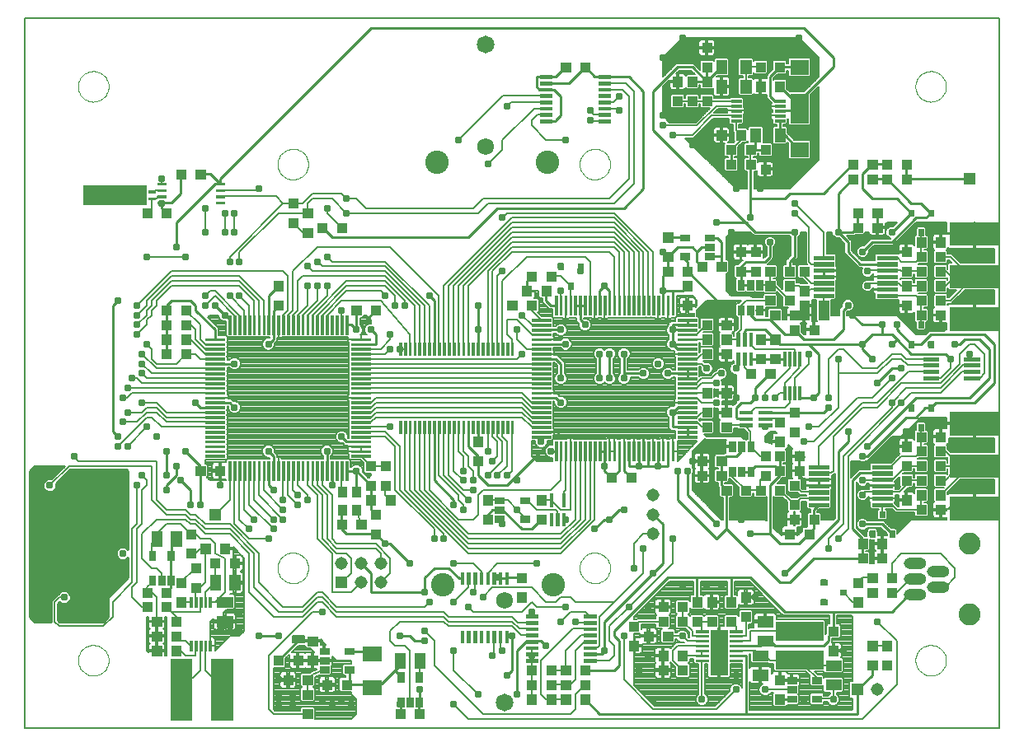
<source format=gtl>
G75*
G70*
%OFA0B0*%
%FSLAX24Y24*%
%IPPOS*%
%LPD*%
%AMOC8*
5,1,8,0,0,1.08239X$1,22.5*
%
%ADD10C,0.0060*%
%ADD11C,0.0020*%
%ADD12C,0.0886*%
%ADD13O,0.0912X0.0456*%
%ADD14C,0.0020*%
%ADD15C,0.0021*%
%ADD16C,0.0019*%
%ADD17R,0.0515X0.0515*%
%ADD18C,0.0515*%
%ADD19C,0.0021*%
%ADD20C,0.0019*%
%ADD21C,0.0022*%
%ADD22C,0.0020*%
%ADD23C,0.0022*%
%ADD24C,0.0017*%
%ADD25C,0.0020*%
%ADD26C,0.0024*%
%ADD27C,0.0020*%
%ADD28C,0.0018*%
%ADD29C,0.0018*%
%ADD30C,0.0000*%
%ADD31C,0.0715*%
%ADD32C,0.0951*%
%ADD33C,0.0679*%
%ADD34C,0.0020*%
%ADD35C,0.0080*%
%ADD36C,0.0310*%
%ADD37C,0.0100*%
D10*
X000861Y002145D02*
X000861Y030885D01*
X040231Y030885D01*
X040231Y002145D01*
X000861Y002145D01*
X005783Y005295D02*
X005850Y005228D01*
X005850Y005265D01*
X006146Y005265D01*
X006146Y005325D01*
X005850Y005325D01*
X005850Y005540D01*
X005900Y005590D01*
X005850Y005640D01*
X005850Y005855D01*
X006146Y005855D01*
X006146Y005915D01*
X005850Y005915D01*
X005850Y006130D01*
X005900Y006181D01*
X005850Y006231D01*
X005850Y006446D01*
X006146Y006446D01*
X006146Y006506D01*
X005850Y006506D01*
X005850Y006673D01*
X005783Y006673D01*
X005783Y005295D01*
X005783Y005307D02*
X006146Y005307D01*
X006146Y005325D02*
X006146Y005559D01*
X006146Y005855D01*
X006206Y005855D01*
X006206Y005559D01*
X006206Y005325D01*
X006146Y005325D01*
X006146Y005366D02*
X006206Y005366D01*
X006206Y005325D02*
X006503Y005325D01*
X006503Y005540D01*
X006453Y005590D01*
X006503Y005640D01*
X006503Y005855D01*
X006206Y005855D01*
X006206Y005915D01*
X006146Y005915D01*
X006146Y006149D01*
X006146Y006446D01*
X006206Y006446D01*
X006206Y006212D01*
X006206Y005915D01*
X006503Y005915D01*
X006503Y006130D01*
X006453Y006181D01*
X006503Y006231D01*
X006503Y006446D01*
X006206Y006446D01*
X006206Y006506D01*
X006503Y006506D01*
X006503Y006673D01*
X006570Y006673D01*
X006570Y005098D01*
X006503Y005098D01*
X006503Y005265D01*
X006206Y005265D01*
X006206Y005098D01*
X006146Y005098D01*
X006146Y005265D01*
X006206Y005265D01*
X006206Y005325D01*
X006206Y005307D02*
X006570Y005307D01*
X006570Y005249D02*
X006503Y005249D01*
X006503Y005190D02*
X006570Y005190D01*
X006570Y005132D02*
X006503Y005132D01*
X006503Y005366D02*
X006570Y005366D01*
X006570Y005424D02*
X006503Y005424D01*
X006503Y005483D02*
X006570Y005483D01*
X006570Y005541D02*
X006501Y005541D01*
X006463Y005600D02*
X006570Y005600D01*
X006570Y005659D02*
X006503Y005659D01*
X006503Y005717D02*
X006570Y005717D01*
X006570Y005776D02*
X006503Y005776D01*
X006503Y005834D02*
X006570Y005834D01*
X006570Y005893D02*
X006206Y005893D01*
X006206Y005951D02*
X006146Y005951D01*
X006146Y005893D02*
X005783Y005893D01*
X005783Y005951D02*
X005850Y005951D01*
X005850Y006010D02*
X005783Y006010D01*
X005783Y006068D02*
X005850Y006068D01*
X005850Y006127D02*
X005783Y006127D01*
X005783Y006185D02*
X005895Y006185D01*
X005850Y006244D02*
X005783Y006244D01*
X005783Y006303D02*
X005850Y006303D01*
X005850Y006361D02*
X005783Y006361D01*
X005783Y006420D02*
X005850Y006420D01*
X005783Y006478D02*
X006146Y006478D01*
X006176Y006476D02*
X006176Y007460D01*
X005980Y007657D01*
X005783Y007657D01*
X005783Y007854D01*
X005998Y008069D01*
X005998Y008131D01*
X006373Y008131D02*
X006373Y008444D01*
X006176Y008641D01*
X005980Y008641D01*
X005586Y009035D01*
X005586Y010019D01*
X006176Y010610D01*
X007357Y010610D01*
X007554Y010413D01*
X007751Y010413D01*
X008145Y010019D01*
X009129Y010019D01*
X009917Y009232D01*
X009917Y007657D01*
X010901Y006673D01*
X012082Y006673D01*
X012672Y007263D01*
X012869Y007263D01*
X013460Y006673D01*
X017791Y006673D01*
X017987Y006476D01*
X020546Y006476D01*
X020842Y006181D01*
X021334Y006181D01*
X021334Y006437D02*
X020783Y006437D01*
X020546Y006673D01*
X017987Y006673D01*
X017791Y006870D01*
X013460Y006870D01*
X012869Y007460D01*
X012672Y007460D01*
X012082Y006870D01*
X011098Y006870D01*
X010113Y007854D01*
X010113Y009232D01*
X009129Y010216D01*
X008145Y010216D01*
X007751Y010610D01*
X007554Y010610D01*
X007357Y010807D01*
X006570Y010807D01*
X005980Y011397D01*
X005980Y012775D01*
X002633Y012775D01*
X001846Y011988D01*
X003027Y012972D02*
X006176Y012972D01*
X006176Y011397D01*
X006570Y011003D01*
X007357Y011003D01*
X007554Y010807D01*
X007751Y010807D01*
X008145Y010413D01*
X009129Y010413D01*
X010310Y009232D01*
X010310Y008051D01*
X011294Y007066D01*
X012082Y007066D01*
X012672Y007657D01*
X012869Y007657D01*
X013460Y007066D01*
X017003Y007066D01*
X017200Y007263D01*
X017791Y006476D02*
X016019Y006476D01*
X015625Y006082D01*
X015625Y005689D01*
X015822Y005492D01*
X016216Y005492D01*
X016413Y005295D01*
X016413Y003210D01*
X016806Y004114D02*
X016806Y004901D01*
X017397Y004704D02*
X019365Y002736D01*
X022909Y002736D01*
X023106Y002933D01*
X023106Y003523D01*
X023499Y003917D01*
X023106Y004114D02*
X022909Y003917D01*
X022712Y003917D01*
X022121Y003917D01*
X021728Y003523D02*
X021924Y003326D01*
X022121Y003326D01*
X022712Y003326D01*
X023106Y004114D02*
X023106Y005295D01*
X023480Y005669D01*
X023696Y005669D01*
X023696Y005925D02*
X023342Y005925D01*
X022712Y005295D01*
X022712Y004507D01*
X022121Y004507D01*
X021728Y004901D02*
X021728Y003523D01*
X021334Y003326D02*
X021334Y003917D01*
X021334Y004507D01*
X021334Y004901D01*
X021334Y005098D01*
X021334Y005413D01*
X021334Y005669D02*
X021354Y005689D01*
X021334Y005925D02*
X020901Y005925D01*
X020546Y006279D01*
X017987Y006279D01*
X017791Y006476D01*
X018184Y007263D02*
X018787Y007866D01*
X018787Y008232D01*
X019043Y008232D02*
X019043Y007728D01*
X018972Y007657D01*
X019365Y007460D02*
X019759Y007854D01*
X021334Y007854D01*
X021924Y007263D01*
X022318Y007263D01*
X022515Y007460D01*
X022909Y007460D01*
X023106Y007263D01*
X024680Y007263D01*
X024090Y006673D01*
X024090Y005492D01*
X024011Y005413D01*
X023696Y005413D01*
X023696Y004901D02*
X024483Y004901D01*
X024680Y005098D01*
X024680Y005492D01*
X024483Y005689D01*
X024483Y006279D01*
X025271Y007066D01*
X027043Y008838D01*
X027043Y009822D01*
X026255Y010019D02*
X025861Y010019D01*
X025468Y009626D01*
X025468Y008641D01*
X025861Y008444D02*
X025861Y009429D01*
X025861Y008444D02*
X024680Y007263D01*
X023696Y006692D02*
X023676Y006692D01*
X023499Y006870D01*
X022909Y006870D01*
X022515Y006476D01*
X023066Y006437D02*
X023106Y006476D01*
X023066Y006437D02*
X023696Y006437D01*
X023696Y006181D02*
X023007Y006181D01*
X021728Y004901D01*
X021334Y005098D02*
X021334Y005157D01*
X020153Y005295D02*
X020066Y005381D01*
X020066Y005870D01*
X019810Y005870D02*
X019810Y005149D01*
X019759Y005098D01*
X018184Y005295D02*
X018184Y004507D01*
X019169Y003523D01*
X018775Y002539D02*
X018184Y003129D01*
X018775Y002539D02*
X034720Y002539D01*
X036098Y003917D01*
X036098Y005689D01*
X035310Y006476D01*
X034523Y007263D02*
X034318Y007271D01*
X033932Y007657D01*
X034523Y008051D02*
X034720Y008248D01*
X035113Y008248D01*
X035180Y008838D02*
X035006Y008838D01*
X035006Y009263D01*
X034948Y009322D01*
X034860Y009322D01*
X034860Y009339D01*
X034948Y009339D01*
X035006Y009397D01*
X035006Y009791D01*
X035023Y009791D01*
X035065Y009774D01*
X035162Y009774D01*
X035180Y009782D01*
X035180Y009655D01*
X035477Y009655D01*
X035477Y009596D01*
X035180Y009596D01*
X035180Y009381D01*
X035231Y009330D01*
X035180Y009280D01*
X035180Y009065D01*
X035477Y009065D01*
X035477Y009299D01*
X035477Y009595D01*
X035537Y009595D01*
X035537Y009299D01*
X035537Y009065D01*
X035477Y009065D01*
X035477Y009005D01*
X035180Y009005D01*
X035180Y008838D01*
X035180Y008878D02*
X035006Y008878D01*
X035006Y008937D02*
X035180Y008937D01*
X035180Y008996D02*
X035006Y008996D01*
X035006Y009054D02*
X035477Y009054D01*
X035477Y009113D02*
X035537Y009113D01*
X035537Y009171D02*
X035477Y009171D01*
X035477Y009230D02*
X035537Y009230D01*
X035537Y009288D02*
X035477Y009288D01*
X035477Y009347D02*
X035537Y009347D01*
X035537Y009405D02*
X035477Y009405D01*
X035477Y009464D02*
X035537Y009464D01*
X035537Y009522D02*
X035477Y009522D01*
X035477Y009581D02*
X035537Y009581D01*
X035537Y009656D02*
X035477Y009656D01*
X035477Y009952D01*
X035351Y009952D01*
X035358Y009970D01*
X035358Y010068D01*
X035321Y010158D01*
X035308Y010171D01*
X035308Y010188D01*
X035249Y010247D01*
X035204Y010247D01*
X035162Y010264D01*
X035065Y010264D01*
X035023Y010247D01*
X034978Y010247D01*
X034919Y010188D01*
X034919Y010171D01*
X034906Y010158D01*
X034868Y010068D01*
X034868Y009970D01*
X034892Y009912D01*
X034828Y009912D01*
X034466Y010274D01*
X034466Y012127D01*
X034475Y012136D01*
X034512Y012046D01*
X034581Y011977D01*
X034671Y011940D01*
X034768Y011940D01*
X034858Y011977D01*
X034927Y012046D01*
X034935Y012065D01*
X034964Y012065D01*
X034964Y011979D01*
X035495Y011979D01*
X035495Y011957D01*
X034964Y011957D01*
X034964Y011837D01*
X034969Y011832D01*
X034848Y011832D01*
X034785Y011832D01*
X034768Y011839D01*
X034671Y011839D01*
X034581Y011802D01*
X034512Y011733D01*
X034475Y011643D01*
X034475Y011545D01*
X034512Y011455D01*
X034581Y011386D01*
X034671Y011349D01*
X034768Y011349D01*
X034858Y011386D01*
X034927Y011455D01*
X034964Y011543D01*
X034964Y011468D01*
X035495Y011468D01*
X035495Y011445D01*
X034964Y011445D01*
X034964Y011325D01*
X035004Y011285D01*
X035004Y011086D01*
X035062Y011028D01*
X035365Y011028D01*
X035313Y010976D01*
X035313Y010638D01*
X035372Y010579D01*
X035643Y010579D01*
X035701Y010638D01*
X035701Y010976D01*
X035649Y011028D01*
X035904Y011028D01*
X035978Y010954D01*
X036048Y010883D01*
X036795Y010883D01*
X036795Y010775D01*
X036854Y010717D01*
X037310Y010717D01*
X037369Y010775D01*
X037369Y011232D01*
X037310Y011290D01*
X037202Y011290D01*
X037202Y011307D01*
X037310Y011307D01*
X037369Y011366D01*
X037369Y011822D01*
X037310Y011881D01*
X036854Y011881D01*
X036795Y011822D01*
X036795Y011665D01*
X036736Y011724D01*
X036521Y011724D01*
X036521Y011427D01*
X036461Y011427D01*
X036461Y011367D01*
X036164Y011367D01*
X036164Y011152D01*
X036193Y011123D01*
X036147Y011123D01*
X036010Y011260D01*
X036010Y011285D01*
X036050Y011325D01*
X036050Y011445D01*
X035519Y011445D01*
X035519Y011468D01*
X036050Y011468D01*
X036050Y011587D01*
X036045Y011592D01*
X036164Y011592D01*
X036164Y011427D01*
X036461Y011427D01*
X036461Y011724D01*
X036397Y011724D01*
X036571Y011898D01*
X036720Y011898D01*
X036778Y011956D01*
X036778Y012065D01*
X036795Y012065D01*
X036795Y011956D01*
X036854Y011898D01*
X037310Y011898D01*
X037369Y011956D01*
X037369Y012413D01*
X037310Y012471D01*
X036854Y012471D01*
X036795Y012413D01*
X036795Y012305D01*
X036778Y012305D01*
X036778Y012413D01*
X036720Y012471D01*
X036357Y012471D01*
X036374Y012488D01*
X036720Y012488D01*
X036778Y012547D01*
X036778Y012655D01*
X036795Y012655D01*
X036795Y012547D01*
X036854Y012488D01*
X037310Y012488D01*
X037369Y012547D01*
X037369Y013003D01*
X037310Y013062D01*
X036948Y013062D01*
X036965Y013079D01*
X037310Y013079D01*
X037369Y013137D01*
X037369Y013594D01*
X037310Y013652D01*
X037202Y013652D01*
X037202Y013669D01*
X037310Y013669D01*
X037369Y013728D01*
X037369Y014185D01*
X037310Y014243D01*
X037276Y014243D01*
X037276Y014499D01*
X037217Y014558D01*
X036946Y014558D01*
X036888Y014499D01*
X036888Y014243D01*
X036854Y014243D01*
X036795Y014185D01*
X036795Y013831D01*
X036736Y013889D01*
X036521Y013889D01*
X036521Y013593D01*
X036461Y013593D01*
X036461Y013889D01*
X036246Y013889D01*
X036164Y013807D01*
X036164Y013592D01*
X036461Y013592D01*
X036461Y013533D01*
X036164Y013533D01*
X036164Y013318D01*
X036219Y013263D01*
X035864Y012908D01*
X035062Y012908D01*
X035004Y012850D01*
X035004Y012622D01*
X035006Y012620D01*
X034679Y012620D01*
X034563Y012620D01*
X034268Y012325D01*
X034249Y012306D01*
X034249Y012972D01*
X034570Y012972D01*
X034581Y012961D01*
X034671Y012924D01*
X034768Y012924D01*
X034858Y012961D01*
X034869Y012972D01*
X034917Y012972D01*
X034973Y013029D01*
X034974Y013029D01*
X035902Y013956D01*
X036294Y013956D01*
X036942Y014604D01*
X036943Y014604D01*
X037025Y014686D01*
X037083Y014744D01*
X038117Y014744D01*
X038117Y014530D01*
X039217Y014530D01*
X039217Y014471D01*
X038117Y014471D01*
X038117Y014280D01*
X038114Y014283D01*
X037899Y014283D01*
X037899Y013986D01*
X037839Y013986D01*
X037839Y013926D01*
X037542Y013926D01*
X037542Y013711D01*
X037621Y013633D01*
X037582Y013594D01*
X037582Y013137D01*
X037641Y013079D01*
X038098Y013079D01*
X038140Y013122D01*
X038157Y013105D01*
X038157Y012895D01*
X038156Y012895D01*
X038156Y013003D01*
X038098Y013062D01*
X037641Y013062D01*
X037582Y013003D01*
X037582Y012547D01*
X037641Y012488D01*
X038098Y012488D01*
X038156Y012547D01*
X038156Y012655D01*
X038157Y012655D01*
X038157Y012445D01*
X038140Y012429D01*
X038098Y012471D01*
X037641Y012471D01*
X037582Y012413D01*
X037582Y011956D01*
X037641Y011898D01*
X038003Y011898D01*
X037986Y011881D01*
X037641Y011881D01*
X037582Y011822D01*
X037582Y011366D01*
X037621Y011327D01*
X037542Y011248D01*
X037542Y011033D01*
X037839Y011033D01*
X037839Y010974D01*
X037542Y010974D01*
X037542Y010759D01*
X037624Y010677D01*
X037839Y010677D01*
X037839Y010973D01*
X037899Y010973D01*
X037899Y010677D01*
X038114Y010677D01*
X038117Y010680D01*
X038117Y010610D01*
X036688Y010610D01*
X036095Y010017D01*
X036095Y010188D01*
X036036Y010247D01*
X035871Y010247D01*
X035565Y010553D01*
X035449Y010553D01*
X034926Y010553D01*
X034858Y010621D01*
X034768Y010658D01*
X034671Y010658D01*
X034581Y010621D01*
X034512Y010552D01*
X034475Y010462D01*
X034475Y010364D01*
X034512Y010274D01*
X034581Y010205D01*
X034671Y010168D01*
X034768Y010168D01*
X034858Y010205D01*
X034926Y010273D01*
X035449Y010273D01*
X035706Y010016D01*
X035706Y009952D01*
X035537Y009952D01*
X035537Y009656D01*
X035537Y009698D02*
X035477Y009698D01*
X035477Y009639D02*
X035006Y009639D01*
X035006Y009581D02*
X035180Y009581D01*
X035180Y009522D02*
X035006Y009522D01*
X035006Y009464D02*
X035180Y009464D01*
X035180Y009405D02*
X035006Y009405D01*
X034956Y009347D02*
X035214Y009347D01*
X035189Y009288D02*
X034982Y009288D01*
X035006Y009230D02*
X035180Y009230D01*
X035180Y009171D02*
X035006Y009171D01*
X035006Y009113D02*
X035180Y009113D01*
X035180Y009698D02*
X035006Y009698D01*
X035006Y009757D02*
X035180Y009757D01*
X035358Y009991D02*
X035706Y009991D01*
X035673Y010049D02*
X035358Y010049D01*
X035342Y010108D02*
X035614Y010108D01*
X035556Y010166D02*
X035313Y010166D01*
X035271Y010225D02*
X035497Y010225D01*
X035717Y010401D02*
X036479Y010401D01*
X036538Y010459D02*
X035659Y010459D01*
X035600Y010518D02*
X036596Y010518D01*
X036655Y010576D02*
X034903Y010576D01*
X034824Y010635D02*
X035316Y010635D01*
X035313Y010693D02*
X034466Y010693D01*
X034466Y010635D02*
X034615Y010635D01*
X034536Y010576D02*
X034466Y010576D01*
X034466Y010518D02*
X034498Y010518D01*
X034475Y010459D02*
X034466Y010459D01*
X034466Y010401D02*
X034475Y010401D01*
X034466Y010342D02*
X034484Y010342D01*
X034466Y010283D02*
X034508Y010283D01*
X034515Y010225D02*
X034561Y010225D01*
X034574Y010166D02*
X034914Y010166D01*
X034885Y010108D02*
X034632Y010108D01*
X034691Y010049D02*
X034868Y010049D01*
X034868Y009991D02*
X034749Y009991D01*
X034808Y009932D02*
X034884Y009932D01*
X034878Y010225D02*
X034956Y010225D01*
X035477Y009932D02*
X035537Y009932D01*
X035537Y009874D02*
X035477Y009874D01*
X035477Y009815D02*
X035537Y009815D01*
X035537Y009757D02*
X035477Y009757D01*
X036095Y010049D02*
X036128Y010049D01*
X036095Y010108D02*
X036186Y010108D01*
X036245Y010166D02*
X036095Y010166D01*
X036058Y010225D02*
X036303Y010225D01*
X036362Y010283D02*
X035834Y010283D01*
X035776Y010342D02*
X036420Y010342D01*
X036818Y010752D02*
X035701Y010752D01*
X035701Y010810D02*
X036795Y010810D01*
X036795Y010869D02*
X035701Y010869D01*
X035701Y010927D02*
X036004Y010927D01*
X035945Y010986D02*
X035691Y010986D01*
X035507Y010807D02*
X035507Y011200D01*
X035901Y011200D01*
X036098Y011003D01*
X037082Y011003D01*
X037082Y011594D01*
X037369Y011571D02*
X037582Y011571D01*
X037582Y011513D02*
X037369Y011513D01*
X037369Y011454D02*
X037582Y011454D01*
X037582Y011396D02*
X037369Y011396D01*
X037340Y011337D02*
X037611Y011337D01*
X037573Y011279D02*
X037322Y011279D01*
X037369Y011220D02*
X037542Y011220D01*
X037542Y011162D02*
X037369Y011162D01*
X037369Y011103D02*
X037542Y011103D01*
X037542Y011045D02*
X037369Y011045D01*
X037369Y010986D02*
X037839Y010986D01*
X037839Y010927D02*
X037899Y010927D01*
X037899Y010974D02*
X037899Y011033D01*
X038196Y011033D01*
X038196Y011080D01*
X039217Y011080D01*
X039217Y011655D01*
X038199Y011655D01*
X038156Y011612D01*
X038156Y011711D01*
X038679Y012234D01*
X040035Y012234D01*
X040035Y011655D01*
X039277Y011655D01*
X039277Y011080D01*
X039217Y011080D01*
X039217Y011020D01*
X038117Y011020D01*
X038117Y010974D01*
X037899Y010974D01*
X037899Y010986D02*
X038117Y010986D01*
X038196Y011045D02*
X039217Y011045D01*
X039217Y011103D02*
X039277Y011103D01*
X039277Y011162D02*
X039217Y011162D01*
X039217Y011220D02*
X039277Y011220D01*
X039277Y011279D02*
X039217Y011279D01*
X039217Y011337D02*
X039277Y011337D01*
X039277Y011396D02*
X039217Y011396D01*
X039217Y011454D02*
X039277Y011454D01*
X039277Y011513D02*
X039217Y011513D01*
X039217Y011571D02*
X039277Y011571D01*
X039277Y011630D02*
X039217Y011630D01*
X038660Y012215D02*
X040035Y012215D01*
X040035Y012157D02*
X038602Y012157D01*
X038543Y012098D02*
X040035Y012098D01*
X040035Y012040D02*
X038485Y012040D01*
X038426Y011981D02*
X040035Y011981D01*
X040035Y011923D02*
X038368Y011923D01*
X038309Y011864D02*
X040035Y011864D01*
X040035Y011806D02*
X038251Y011806D01*
X038192Y011747D02*
X040035Y011747D01*
X040035Y011689D02*
X038156Y011689D01*
X038156Y011630D02*
X038174Y011630D01*
X037869Y011594D02*
X038854Y012578D01*
X038854Y012775D01*
X039247Y012775D01*
X038854Y012775D02*
X038657Y012775D01*
X038558Y012874D01*
X038361Y012677D01*
X038263Y012775D01*
X037869Y012775D01*
X037582Y012801D02*
X037369Y012801D01*
X037369Y012859D02*
X037582Y012859D01*
X037582Y012918D02*
X037369Y012918D01*
X037369Y012976D02*
X037582Y012976D01*
X037614Y013035D02*
X037337Y013035D01*
X037325Y013094D02*
X037626Y013094D01*
X037582Y013152D02*
X037369Y013152D01*
X037369Y013211D02*
X037582Y013211D01*
X037582Y013269D02*
X037369Y013269D01*
X037369Y013328D02*
X037582Y013328D01*
X037582Y013386D02*
X037369Y013386D01*
X037369Y013445D02*
X037582Y013445D01*
X037582Y013503D02*
X037369Y013503D01*
X037369Y013562D02*
X037582Y013562D01*
X037609Y013620D02*
X037342Y013620D01*
X037320Y013679D02*
X037575Y013679D01*
X037542Y013738D02*
X037369Y013738D01*
X037369Y013796D02*
X037542Y013796D01*
X037542Y013855D02*
X037369Y013855D01*
X037369Y013913D02*
X037542Y013913D01*
X037542Y013986D02*
X037839Y013986D01*
X037839Y014283D01*
X037624Y014283D01*
X037542Y014201D01*
X037542Y013986D01*
X037542Y014030D02*
X037369Y014030D01*
X037369Y013972D02*
X037839Y013972D01*
X037839Y014030D02*
X037899Y014030D01*
X037899Y014089D02*
X037839Y014089D01*
X037839Y014147D02*
X037899Y014147D01*
X037899Y014206D02*
X037839Y014206D01*
X037839Y014264D02*
X037899Y014264D01*
X038117Y014323D02*
X037276Y014323D01*
X037276Y014381D02*
X038117Y014381D01*
X038117Y014440D02*
X037276Y014440D01*
X037276Y014499D02*
X039217Y014499D01*
X039217Y014470D02*
X039277Y014470D01*
X039277Y013895D01*
X040035Y013895D01*
X040035Y013316D01*
X038286Y013316D01*
X038186Y013415D01*
X038156Y013445D01*
X038156Y013594D01*
X038117Y013633D01*
X038196Y013711D01*
X038196Y013898D01*
X038199Y013895D01*
X039217Y013895D01*
X039217Y014470D01*
X039217Y014440D02*
X039277Y014440D01*
X039277Y014381D02*
X039217Y014381D01*
X039217Y014323D02*
X039277Y014323D01*
X039277Y014264D02*
X039217Y014264D01*
X039217Y014206D02*
X039277Y014206D01*
X039277Y014147D02*
X039217Y014147D01*
X039217Y014089D02*
X039277Y014089D01*
X039277Y014030D02*
X039217Y014030D01*
X039217Y013972D02*
X039277Y013972D01*
X039277Y013913D02*
X039217Y013913D01*
X039217Y014531D02*
X039217Y014940D01*
X039277Y014940D01*
X039277Y014531D01*
X039217Y014531D01*
X039217Y014557D02*
X039277Y014557D01*
X039277Y014616D02*
X039217Y014616D01*
X039217Y014674D02*
X039277Y014674D01*
X039277Y014733D02*
X039217Y014733D01*
X039217Y014791D02*
X039277Y014791D01*
X039277Y014850D02*
X039217Y014850D01*
X039217Y014908D02*
X039277Y014908D01*
X038117Y014733D02*
X037072Y014733D01*
X037014Y014674D02*
X038117Y014674D01*
X038117Y014616D02*
X036955Y014616D01*
X036946Y014557D02*
X036895Y014557D01*
X036888Y014499D02*
X036837Y014499D01*
X036888Y014440D02*
X036778Y014440D01*
X036720Y014381D02*
X036888Y014381D01*
X036888Y014323D02*
X036661Y014323D01*
X036603Y014264D02*
X036888Y014264D01*
X036816Y014206D02*
X036544Y014206D01*
X036486Y014147D02*
X036795Y014147D01*
X036795Y014089D02*
X036427Y014089D01*
X036369Y014030D02*
X036795Y014030D01*
X036795Y013972D02*
X036310Y013972D01*
X036212Y013855D02*
X035800Y013855D01*
X035859Y013913D02*
X036795Y013913D01*
X036795Y013855D02*
X036771Y013855D01*
X036521Y013855D02*
X036461Y013855D01*
X036461Y013796D02*
X036521Y013796D01*
X036521Y013738D02*
X036461Y013738D01*
X036461Y013679D02*
X036521Y013679D01*
X036521Y013620D02*
X036461Y013620D01*
X036461Y013562D02*
X035508Y013562D01*
X035566Y013620D02*
X036164Y013620D01*
X036164Y013679D02*
X035625Y013679D01*
X035683Y013738D02*
X036164Y013738D01*
X036164Y013796D02*
X035742Y013796D01*
X035449Y013503D02*
X036164Y013503D01*
X036164Y013445D02*
X035390Y013445D01*
X035332Y013386D02*
X036164Y013386D01*
X036164Y013328D02*
X035273Y013328D01*
X035215Y013269D02*
X036213Y013269D01*
X036167Y013211D02*
X035156Y013211D01*
X035098Y013152D02*
X036108Y013152D01*
X036050Y013094D02*
X035039Y013094D01*
X034981Y013035D02*
X035991Y013035D01*
X035932Y012976D02*
X034921Y012976D01*
X035013Y012859D02*
X034249Y012859D01*
X034249Y012801D02*
X035004Y012801D01*
X035004Y012742D02*
X034249Y012742D01*
X034249Y012684D02*
X035004Y012684D01*
X035004Y012625D02*
X034249Y012625D01*
X034249Y012567D02*
X034510Y012567D01*
X034452Y012508D02*
X034249Y012508D01*
X034249Y012450D02*
X034393Y012450D01*
X034334Y012391D02*
X034249Y012391D01*
X034249Y012332D02*
X034276Y012332D01*
X034466Y012098D02*
X034490Y012098D01*
X034466Y012040D02*
X034518Y012040D01*
X034466Y011981D02*
X034577Y011981D01*
X034466Y011923D02*
X034964Y011923D01*
X034964Y011981D02*
X034863Y011981D01*
X034921Y012040D02*
X034964Y012040D01*
X034964Y011864D02*
X034466Y011864D01*
X034466Y011806D02*
X034590Y011806D01*
X034526Y011747D02*
X034466Y011747D01*
X034466Y011689D02*
X034494Y011689D01*
X034475Y011630D02*
X034466Y011630D01*
X034466Y011571D02*
X034475Y011571D01*
X034466Y011513D02*
X034488Y011513D01*
X034466Y011454D02*
X034513Y011454D01*
X034466Y011396D02*
X034571Y011396D01*
X034466Y011337D02*
X034964Y011337D01*
X034964Y011396D02*
X034868Y011396D01*
X034926Y011454D02*
X035495Y011454D01*
X035519Y011454D02*
X036164Y011454D01*
X036164Y011513D02*
X036050Y011513D01*
X036050Y011571D02*
X036164Y011571D01*
X036216Y011712D02*
X036491Y011988D01*
X036491Y012185D01*
X037082Y012185D01*
X037369Y012157D02*
X037582Y012157D01*
X037582Y012215D02*
X037369Y012215D01*
X037369Y012274D02*
X037582Y012274D01*
X037582Y012332D02*
X037369Y012332D01*
X037369Y012391D02*
X037582Y012391D01*
X037619Y012450D02*
X037332Y012450D01*
X037330Y012508D02*
X037621Y012508D01*
X037582Y012567D02*
X037369Y012567D01*
X037369Y012625D02*
X037582Y012625D01*
X037582Y012684D02*
X037369Y012684D01*
X037369Y012742D02*
X037582Y012742D01*
X037082Y012775D02*
X036491Y012775D01*
X035901Y012185D01*
X035507Y012185D01*
X034720Y012185D01*
X034798Y011712D02*
X034720Y011594D01*
X034798Y011712D02*
X035507Y011712D01*
X036216Y011712D01*
X036166Y011832D02*
X036247Y011913D01*
X036204Y011956D01*
X036204Y012319D01*
X036021Y012135D01*
X036021Y012135D01*
X036018Y012132D01*
X036050Y012099D01*
X036050Y011979D01*
X035519Y011979D01*
X035519Y011957D01*
X036050Y011957D01*
X036050Y011837D01*
X036045Y011832D01*
X036166Y011832D01*
X036198Y011864D02*
X036050Y011864D01*
X036050Y011923D02*
X036238Y011923D01*
X036204Y011981D02*
X036050Y011981D01*
X036050Y012040D02*
X036204Y012040D01*
X036204Y012098D02*
X036050Y012098D01*
X036043Y012157D02*
X036204Y012157D01*
X036204Y012215D02*
X036101Y012215D01*
X036160Y012274D02*
X036204Y012274D01*
X036741Y012450D02*
X036832Y012450D01*
X036834Y012508D02*
X036740Y012508D01*
X036778Y012567D02*
X036795Y012567D01*
X036795Y012625D02*
X036778Y012625D01*
X036778Y012391D02*
X036795Y012391D01*
X036795Y012332D02*
X036778Y012332D01*
X036778Y012040D02*
X036795Y012040D01*
X036795Y011981D02*
X036778Y011981D01*
X036745Y011923D02*
X036829Y011923D01*
X036837Y011864D02*
X036537Y011864D01*
X036479Y011806D02*
X036795Y011806D01*
X036795Y011747D02*
X036420Y011747D01*
X036461Y011689D02*
X036521Y011689D01*
X036521Y011630D02*
X036461Y011630D01*
X036461Y011571D02*
X036521Y011571D01*
X036521Y011513D02*
X036461Y011513D01*
X036461Y011454D02*
X036521Y011454D01*
X036461Y011396D02*
X036050Y011396D01*
X036050Y011337D02*
X036164Y011337D01*
X036164Y011279D02*
X036010Y011279D01*
X036051Y011220D02*
X036164Y011220D01*
X036164Y011162D02*
X036109Y011162D01*
X035701Y010693D02*
X037608Y010693D01*
X037549Y010752D02*
X037345Y010752D01*
X037369Y010810D02*
X037542Y010810D01*
X037542Y010869D02*
X037369Y010869D01*
X037369Y010927D02*
X037542Y010927D01*
X037839Y010869D02*
X037899Y010869D01*
X037899Y010810D02*
X037839Y010810D01*
X037839Y010752D02*
X037899Y010752D01*
X037899Y010693D02*
X037839Y010693D01*
X038117Y010635D02*
X035698Y010635D01*
X035313Y010752D02*
X034466Y010752D01*
X034466Y010810D02*
X035313Y010810D01*
X035313Y010869D02*
X034466Y010869D01*
X034466Y010927D02*
X035313Y010927D01*
X035323Y010986D02*
X034466Y010986D01*
X034466Y011045D02*
X035045Y011045D01*
X035004Y011103D02*
X034466Y011103D01*
X034466Y011162D02*
X035004Y011162D01*
X035004Y011220D02*
X034466Y011220D01*
X034466Y011279D02*
X035004Y011279D01*
X034964Y011513D02*
X034951Y011513D01*
X035507Y012185D02*
X035507Y012224D01*
X035507Y012736D02*
X035861Y012736D01*
X036294Y013169D01*
X036885Y013169D01*
X037082Y013366D01*
X037082Y013956D01*
X037082Y014330D01*
X037276Y014264D02*
X037606Y014264D01*
X037547Y014206D02*
X037347Y014206D01*
X037369Y014147D02*
X037542Y014147D01*
X037542Y014089D02*
X037369Y014089D01*
X037218Y014557D02*
X038117Y014557D01*
X038196Y013855D02*
X040035Y013855D01*
X040035Y013796D02*
X038196Y013796D01*
X038196Y013738D02*
X040035Y013738D01*
X040035Y013679D02*
X038164Y013679D01*
X038130Y013620D02*
X040035Y013620D01*
X040035Y013562D02*
X038156Y013562D01*
X038156Y013503D02*
X040035Y013503D01*
X040035Y013445D02*
X038157Y013445D01*
X038215Y013386D02*
X040035Y013386D01*
X040035Y013328D02*
X038274Y013328D01*
X038066Y013366D02*
X037869Y013366D01*
X038066Y013366D02*
X038558Y012874D01*
X038361Y012677D02*
X038361Y012480D01*
X038066Y012185D01*
X037869Y012185D01*
X037582Y012098D02*
X037369Y012098D01*
X037369Y012040D02*
X037582Y012040D01*
X037582Y011981D02*
X037369Y011981D01*
X037335Y011923D02*
X037616Y011923D01*
X037624Y011864D02*
X037327Y011864D01*
X037369Y011806D02*
X037582Y011806D01*
X037582Y011747D02*
X037369Y011747D01*
X037369Y011689D02*
X037582Y011689D01*
X037582Y011630D02*
X037369Y011630D01*
X036795Y011689D02*
X036772Y011689D01*
X038119Y012450D02*
X038157Y012450D01*
X038157Y012508D02*
X038117Y012508D01*
X038156Y012567D02*
X038157Y012567D01*
X038156Y012625D02*
X038157Y012625D01*
X038156Y012918D02*
X038157Y012918D01*
X038156Y012976D02*
X038157Y012976D01*
X038157Y013035D02*
X038125Y013035D01*
X038112Y013094D02*
X038157Y013094D01*
X035874Y012918D02*
X034249Y012918D01*
X034129Y013169D02*
X034129Y010216D01*
X033735Y009822D01*
X033342Y009822D02*
X033342Y009429D01*
X033342Y009822D02*
X033932Y010413D01*
X033932Y013169D01*
X035901Y015137D01*
X035901Y015334D01*
X036491Y015925D01*
X037869Y015925D01*
X038794Y016850D01*
X039129Y016850D01*
X039129Y017106D02*
X039050Y017303D01*
X038657Y017303D02*
X038657Y016909D01*
X037869Y016122D01*
X036294Y016122D01*
X035310Y015137D01*
X034720Y015137D01*
X033539Y013956D01*
X033539Y012578D01*
X033440Y012480D01*
X032948Y012480D01*
X032936Y012235D02*
X032936Y012213D01*
X032405Y012213D01*
X032405Y012099D01*
X032405Y011979D01*
X032936Y011979D01*
X032936Y011957D01*
X032405Y011957D01*
X032405Y011837D01*
X032410Y011832D01*
X032289Y011832D01*
X032251Y011871D01*
X032251Y012216D01*
X032215Y012251D01*
X032405Y012251D01*
X032405Y012235D01*
X032936Y012235D01*
X032936Y012215D02*
X032251Y012215D01*
X032251Y012157D02*
X032405Y012157D01*
X032405Y012098D02*
X032251Y012098D01*
X032251Y012040D02*
X032405Y012040D01*
X032405Y011981D02*
X032251Y011981D01*
X032251Y011923D02*
X032405Y011923D01*
X032405Y011864D02*
X032257Y011864D01*
X032239Y011712D02*
X031964Y011988D01*
X031677Y011981D02*
X031660Y011981D01*
X031660Y012019D02*
X031660Y011674D01*
X031847Y011487D01*
X032081Y011487D01*
X032170Y011576D01*
X032269Y011576D01*
X032450Y011576D01*
X032458Y011584D01*
X032450Y011592D01*
X032289Y011592D01*
X032190Y011592D01*
X032081Y011701D01*
X031735Y011701D01*
X031677Y011759D01*
X031677Y012216D01*
X031735Y012275D01*
X031893Y012275D01*
X031834Y012333D01*
X031834Y012548D01*
X032130Y012548D01*
X032130Y012608D01*
X031834Y012608D01*
X031834Y012823D01*
X031884Y012874D01*
X031834Y012924D01*
X031834Y013139D01*
X032130Y013139D01*
X032130Y013199D01*
X031834Y013199D01*
X031834Y013414D01*
X031875Y013455D01*
X031700Y013629D01*
X031700Y013514D01*
X031621Y013436D01*
X031660Y013397D01*
X031660Y012940D01*
X031602Y012882D01*
X031513Y012882D01*
X031513Y012865D01*
X031602Y012865D01*
X031660Y012807D01*
X031660Y012350D01*
X031602Y012291D01*
X031481Y012291D01*
X031267Y012078D01*
X031602Y012078D01*
X031660Y012019D01*
X031677Y012040D02*
X031639Y012040D01*
X031677Y012098D02*
X031288Y012098D01*
X031347Y012157D02*
X031677Y012157D01*
X031677Y012215D02*
X031405Y012215D01*
X031464Y012274D02*
X031735Y012274D01*
X031643Y012332D02*
X031835Y012332D01*
X031834Y012391D02*
X031660Y012391D01*
X031660Y012450D02*
X031834Y012450D01*
X031834Y012508D02*
X031660Y012508D01*
X031660Y012567D02*
X032130Y012567D01*
X032131Y012548D02*
X032191Y012548D01*
X032191Y012275D01*
X032131Y012275D01*
X032131Y012548D01*
X032131Y012508D02*
X032191Y012508D01*
X032191Y012450D02*
X032131Y012450D01*
X032131Y012391D02*
X032191Y012391D01*
X032191Y012332D02*
X032131Y012332D01*
X032131Y012608D02*
X032131Y012842D01*
X032131Y013139D01*
X032191Y013139D01*
X032191Y013199D01*
X032328Y013199D01*
X032387Y013139D01*
X032191Y013139D01*
X032191Y012842D01*
X032191Y012608D01*
X032131Y012608D01*
X032131Y012625D02*
X032191Y012625D01*
X032191Y012684D02*
X032131Y012684D01*
X032131Y012742D02*
X032191Y012742D01*
X032191Y012801D02*
X032131Y012801D01*
X032131Y012859D02*
X032191Y012859D01*
X032191Y012918D02*
X032131Y012918D01*
X032131Y012976D02*
X032191Y012976D01*
X032191Y013035D02*
X032131Y013035D01*
X032131Y013094D02*
X032191Y013094D01*
X032191Y013152D02*
X032374Y013152D01*
X032191Y013199D02*
X032191Y013336D01*
X032161Y013366D01*
X032131Y013366D01*
X032131Y013199D01*
X032191Y013199D01*
X032191Y013211D02*
X032131Y013211D01*
X032131Y013269D02*
X032191Y013269D01*
X032191Y013328D02*
X032131Y013328D01*
X032130Y013152D02*
X031660Y013152D01*
X031660Y013094D02*
X031834Y013094D01*
X031834Y013035D02*
X031660Y013035D01*
X031660Y012976D02*
X031834Y012976D01*
X031840Y012918D02*
X031638Y012918D01*
X031607Y012859D02*
X031870Y012859D01*
X031834Y012801D02*
X031660Y012801D01*
X031660Y012742D02*
X031834Y012742D01*
X031834Y012684D02*
X031660Y012684D01*
X031660Y012625D02*
X031834Y012625D01*
X031834Y013211D02*
X031660Y013211D01*
X031660Y013269D02*
X031834Y013269D01*
X031834Y013328D02*
X031660Y013328D01*
X031660Y013386D02*
X031834Y013386D01*
X031865Y013445D02*
X031630Y013445D01*
X031689Y013503D02*
X031826Y013503D01*
X031768Y013562D02*
X031700Y013562D01*
X031700Y013620D02*
X031709Y013620D01*
X031343Y013729D02*
X031046Y013729D01*
X031046Y013665D01*
X031029Y013682D01*
X030936Y013682D01*
X030783Y013759D01*
X030783Y013956D01*
X030980Y014153D01*
X031176Y014153D01*
X031243Y014086D01*
X031128Y014086D01*
X031046Y014004D01*
X031046Y013789D01*
X031343Y013789D01*
X031343Y013729D01*
X031343Y013738D02*
X030826Y013738D01*
X030783Y013796D02*
X031046Y013796D01*
X031046Y013855D02*
X030783Y013855D01*
X030783Y013913D02*
X031046Y013913D01*
X031046Y013972D02*
X030798Y013972D01*
X030857Y014030D02*
X031072Y014030D01*
X030974Y014147D02*
X031182Y014147D01*
X031241Y014089D02*
X030915Y014089D01*
X030783Y014350D02*
X030783Y014429D01*
X030783Y014685D02*
X031235Y014685D01*
X031373Y014547D01*
X031570Y015137D02*
X030389Y015137D01*
X030192Y014940D01*
X029995Y014940D01*
X029602Y015335D02*
X029544Y015277D01*
X029544Y015277D01*
X029493Y015227D01*
X029453Y015267D01*
X029238Y015267D01*
X029238Y014971D01*
X029178Y014971D01*
X029178Y015267D01*
X029052Y015267D01*
X029059Y015285D01*
X029059Y015383D01*
X029052Y015401D01*
X029178Y015401D01*
X029178Y015698D01*
X028881Y015698D01*
X028881Y015572D01*
X028863Y015579D01*
X028765Y015579D01*
X028707Y015555D01*
X028707Y015901D01*
X028765Y015877D01*
X028863Y015877D01*
X028881Y015884D01*
X028881Y015758D01*
X029178Y015758D01*
X029178Y016055D01*
X029052Y016055D01*
X029059Y016073D01*
X029059Y016170D01*
X029022Y016260D01*
X029012Y016270D01*
X029060Y016270D01*
X029150Y016308D01*
X029219Y016376D01*
X029256Y016466D01*
X029256Y016564D01*
X029219Y016654D01*
X029150Y016723D01*
X029060Y016760D01*
X028962Y016760D01*
X028872Y016723D01*
X028803Y016654D01*
X028796Y016635D01*
X028764Y016635D01*
X028694Y016565D01*
X028568Y016438D01*
X028174Y016438D01*
X028117Y016381D01*
X028117Y016405D01*
X028105Y016417D01*
X028117Y016429D01*
X028117Y016602D01*
X028105Y016614D01*
X028117Y016626D01*
X028117Y016789D01*
X028174Y016789D01*
X028183Y016780D01*
X028175Y016761D01*
X028175Y016663D01*
X028213Y016573D01*
X028282Y016504D01*
X028372Y016467D01*
X028469Y016467D01*
X028559Y016504D01*
X028628Y016573D01*
X028665Y016663D01*
X028665Y016761D01*
X028628Y016851D01*
X028559Y016920D01*
X028469Y016957D01*
X028372Y016957D01*
X028353Y016949D01*
X028286Y017016D01*
X028649Y017016D01*
X028923Y017016D01*
X028963Y016976D02*
X029178Y016976D01*
X029178Y017273D01*
X028881Y017273D01*
X028881Y017058D01*
X028963Y016976D01*
X028881Y017074D02*
X028707Y017074D01*
X028649Y017016D01*
X028707Y017074D02*
X028707Y017531D01*
X028649Y017589D01*
X028192Y017589D01*
X028134Y017531D01*
X028134Y017382D01*
X028117Y017365D01*
X028117Y017389D01*
X028105Y017401D01*
X028117Y017413D01*
X028117Y017586D01*
X028105Y017598D01*
X028117Y017610D01*
X028117Y017763D01*
X028134Y017763D01*
X028134Y017665D01*
X028192Y017606D01*
X028649Y017606D01*
X028707Y017665D01*
X028707Y018122D01*
X028649Y018180D01*
X028286Y018180D01*
X028303Y018197D01*
X028649Y018197D01*
X028707Y018255D01*
X028707Y018712D01*
X028649Y018771D01*
X028192Y018771D01*
X028134Y018712D01*
X028134Y018367D01*
X028117Y018350D01*
X028117Y018374D01*
X028105Y018385D01*
X028117Y018397D01*
X028117Y018570D01*
X028105Y018582D01*
X028117Y018594D01*
X028117Y018767D01*
X028058Y018826D01*
X028027Y018826D01*
X028027Y019074D01*
X028420Y019468D01*
X029826Y019468D01*
X029749Y019391D01*
X029719Y019362D01*
X029630Y019362D01*
X029571Y019303D01*
X029571Y018850D01*
X029630Y018792D01*
X029678Y018792D01*
X029678Y018337D01*
X029597Y018255D01*
X029580Y018255D01*
X029521Y018196D01*
X029521Y018023D01*
X029495Y018023D01*
X029495Y018122D01*
X029456Y018160D01*
X029535Y018239D01*
X029535Y018454D01*
X029238Y018454D01*
X029238Y018514D01*
X029178Y018514D01*
X029178Y018811D01*
X028963Y018811D01*
X028881Y018729D01*
X028881Y018514D01*
X029178Y018514D01*
X029178Y018454D01*
X028881Y018454D01*
X028881Y018239D01*
X028960Y018160D01*
X028921Y018122D01*
X028921Y017665D01*
X028960Y017626D01*
X028881Y017548D01*
X028881Y017333D01*
X029178Y017333D01*
X029178Y017273D01*
X029238Y017273D01*
X029238Y016976D01*
X029453Y016976D01*
X029521Y017044D01*
X029521Y016944D01*
X029463Y016920D01*
X029394Y016851D01*
X029357Y016761D01*
X029357Y016663D01*
X029394Y016573D01*
X029463Y016504D01*
X029553Y016467D01*
X029602Y016467D01*
X029602Y015335D01*
X029585Y015318D02*
X029059Y015318D01*
X029059Y015377D02*
X029602Y015377D01*
X029602Y015435D02*
X029487Y015435D01*
X029453Y015401D02*
X029535Y015483D01*
X029535Y015698D01*
X029238Y015698D01*
X029238Y015758D01*
X029178Y015758D01*
X029178Y015698D01*
X029238Y015698D01*
X029238Y015401D01*
X029453Y015401D01*
X029535Y015494D02*
X029602Y015494D01*
X029602Y015552D02*
X029535Y015552D01*
X029535Y015611D02*
X029602Y015611D01*
X029602Y015669D02*
X029535Y015669D01*
X029535Y015758D02*
X029535Y015973D01*
X029453Y016055D01*
X029238Y016055D01*
X029238Y015758D01*
X029535Y015758D01*
X029535Y015787D02*
X029602Y015787D01*
X029602Y015845D02*
X029535Y015845D01*
X029535Y015904D02*
X029602Y015904D01*
X029602Y015962D02*
X029535Y015962D01*
X029487Y016021D02*
X029602Y016021D01*
X029602Y016079D02*
X029059Y016079D01*
X029059Y016138D02*
X029602Y016138D01*
X029602Y016196D02*
X029048Y016196D01*
X029024Y016255D02*
X029602Y016255D01*
X029602Y016313D02*
X029156Y016313D01*
X029214Y016372D02*
X029602Y016372D01*
X029602Y016431D02*
X029241Y016431D01*
X029256Y016489D02*
X029500Y016489D01*
X029420Y016548D02*
X029256Y016548D01*
X029239Y016606D02*
X029380Y016606D01*
X029357Y016665D02*
X029208Y016665D01*
X029149Y016723D02*
X029357Y016723D01*
X029365Y016782D02*
X028657Y016782D01*
X028665Y016723D02*
X028873Y016723D01*
X028814Y016665D02*
X028665Y016665D01*
X028642Y016606D02*
X028735Y016606D01*
X028677Y016548D02*
X028602Y016548D01*
X028618Y016489D02*
X028522Y016489D01*
X028617Y016318D02*
X028814Y016515D01*
X029011Y016515D01*
X028617Y016318D02*
X028224Y016318D01*
X028027Y016122D01*
X027633Y016122D01*
X027633Y015925D02*
X028027Y015925D01*
X028224Y016122D01*
X028814Y016122D01*
X028881Y015845D02*
X028707Y015845D01*
X028707Y015787D02*
X028881Y015787D01*
X028881Y015669D02*
X028707Y015669D01*
X028707Y015611D02*
X028881Y015611D01*
X028707Y015728D02*
X029178Y015728D01*
X029178Y015787D02*
X029238Y015787D01*
X029238Y015845D02*
X029178Y015845D01*
X029178Y015904D02*
X029238Y015904D01*
X029238Y015962D02*
X029178Y015962D01*
X029178Y016021D02*
X029238Y016021D01*
X029238Y015728D02*
X029602Y015728D01*
X029238Y015669D02*
X029178Y015669D01*
X029178Y015611D02*
X029238Y015611D01*
X029238Y015552D02*
X029178Y015552D01*
X029178Y015494D02*
X029238Y015494D01*
X029238Y015435D02*
X029178Y015435D01*
X029178Y015260D02*
X029238Y015260D01*
X029238Y015201D02*
X029178Y015201D01*
X029178Y015143D02*
X029238Y015143D01*
X029238Y015084D02*
X029178Y015084D01*
X029178Y015025D02*
X029238Y015025D01*
X029178Y014970D02*
X029178Y014911D01*
X028881Y014911D01*
X028881Y014696D01*
X028960Y014617D01*
X028921Y014578D01*
X028921Y014122D01*
X028979Y014063D01*
X029436Y014063D01*
X029495Y014122D01*
X029495Y014309D01*
X029653Y014309D01*
X029692Y014270D01*
X029906Y014270D01*
X030072Y014103D01*
X030073Y013845D01*
X030026Y013845D01*
X030006Y013825D01*
X029986Y013845D01*
X029910Y013845D01*
X029798Y013956D01*
X028420Y013956D01*
X028314Y014063D01*
X028649Y014063D01*
X028707Y014122D01*
X028707Y014578D01*
X028649Y014637D01*
X028192Y014637D01*
X028149Y014594D01*
X028117Y014626D01*
X028117Y014633D01*
X028105Y014645D01*
X028117Y014657D01*
X028117Y014664D01*
X028149Y014696D01*
X028192Y014654D01*
X028649Y014654D01*
X028707Y014712D01*
X028707Y015113D01*
X028765Y015089D01*
X028863Y015089D01*
X028881Y015097D01*
X028881Y014970D01*
X029178Y014970D01*
X029178Y014967D02*
X028707Y014967D01*
X028707Y015025D02*
X028881Y015025D01*
X028881Y015084D02*
X028707Y015084D01*
X028707Y014908D02*
X028881Y014908D01*
X028881Y014850D02*
X028707Y014850D01*
X028707Y014791D02*
X028881Y014791D01*
X028881Y014733D02*
X028707Y014733D01*
X028669Y014674D02*
X028902Y014674D01*
X028958Y014616D02*
X028670Y014616D01*
X028707Y014557D02*
X028921Y014557D01*
X028921Y014499D02*
X028707Y014499D01*
X028707Y014440D02*
X028921Y014440D01*
X028921Y014381D02*
X028707Y014381D01*
X028707Y014323D02*
X028921Y014323D01*
X028921Y014264D02*
X028707Y014264D01*
X028707Y014206D02*
X028921Y014206D01*
X028921Y014147D02*
X028707Y014147D01*
X028675Y014089D02*
X028954Y014089D01*
X029210Y013836D02*
X028470Y013836D01*
X028371Y013836D01*
X028336Y013871D01*
X027830Y013366D01*
X027830Y012728D01*
X027841Y012717D01*
X027878Y012627D01*
X027878Y012529D01*
X027841Y012439D01*
X027830Y012429D01*
X027830Y011791D01*
X029011Y010610D01*
X029068Y010610D01*
X029068Y011504D01*
X028979Y011504D01*
X028921Y011562D01*
X028921Y011880D01*
X028871Y011930D01*
X028871Y012046D01*
X028871Y012095D01*
X028783Y012095D01*
X028724Y012153D01*
X028724Y012610D01*
X028783Y012668D01*
X028871Y012668D01*
X028871Y012685D01*
X028783Y012685D01*
X028724Y012744D01*
X028724Y013200D01*
X028783Y013259D01*
X029100Y013259D01*
X029150Y013309D01*
X029185Y013309D01*
X029177Y013317D01*
X029177Y013530D01*
X029413Y013530D01*
X029413Y013590D01*
X029177Y013590D01*
X029177Y013803D01*
X029210Y013836D01*
X029177Y013796D02*
X028260Y013796D01*
X028202Y013738D02*
X029177Y013738D01*
X029177Y013679D02*
X028143Y013679D01*
X028085Y013620D02*
X029177Y013620D01*
X029177Y013503D02*
X027968Y013503D01*
X028026Y013562D02*
X029413Y013562D01*
X029177Y013445D02*
X027909Y013445D01*
X027851Y013386D02*
X029177Y013386D01*
X029177Y013328D02*
X027830Y013328D01*
X027830Y013269D02*
X027949Y013269D01*
X027979Y013299D02*
X027897Y013217D01*
X027897Y013002D01*
X028193Y013002D01*
X028193Y012942D01*
X027897Y012942D01*
X027897Y012727D01*
X027947Y012677D01*
X027897Y012626D01*
X027897Y012411D01*
X028193Y012411D01*
X028193Y012351D01*
X027897Y012351D01*
X027897Y012136D01*
X027979Y012055D01*
X028194Y012055D01*
X028194Y012351D01*
X028254Y012351D01*
X028254Y012411D01*
X028550Y012411D01*
X028550Y012626D01*
X028500Y012677D01*
X028550Y012727D01*
X028550Y012942D01*
X028254Y012942D01*
X028254Y013002D01*
X028550Y013002D01*
X028550Y013217D01*
X028469Y013299D01*
X028254Y013299D01*
X028254Y013002D01*
X028194Y013002D01*
X028194Y013299D01*
X027979Y013299D01*
X027897Y013211D02*
X027830Y013211D01*
X027830Y013152D02*
X027897Y013152D01*
X027897Y013094D02*
X027830Y013094D01*
X027830Y013035D02*
X027897Y013035D01*
X027830Y012976D02*
X028193Y012976D01*
X028194Y012942D02*
X028254Y012942D01*
X028254Y012645D01*
X028254Y012412D01*
X028194Y012412D01*
X028194Y012645D01*
X028194Y012942D01*
X028194Y012918D02*
X028254Y012918D01*
X028254Y012976D02*
X028724Y012976D01*
X028724Y012918D02*
X028550Y012918D01*
X028550Y012859D02*
X028724Y012859D01*
X028724Y012801D02*
X028550Y012801D01*
X028550Y012742D02*
X028725Y012742D01*
X028740Y012625D02*
X028550Y012625D01*
X028550Y012567D02*
X028724Y012567D01*
X028724Y012508D02*
X028550Y012508D01*
X028550Y012450D02*
X028724Y012450D01*
X028724Y012391D02*
X028254Y012391D01*
X028254Y012351D02*
X028550Y012351D01*
X028550Y012136D01*
X028469Y012055D01*
X028254Y012055D01*
X028254Y012351D01*
X028254Y012332D02*
X028194Y012332D01*
X028194Y012274D02*
X028254Y012274D01*
X028254Y012215D02*
X028194Y012215D01*
X028194Y012157D02*
X028254Y012157D01*
X028254Y012098D02*
X028194Y012098D01*
X027935Y012098D02*
X027830Y012098D01*
X027830Y012040D02*
X028871Y012040D01*
X028871Y011981D02*
X027830Y011981D01*
X027830Y011923D02*
X028878Y011923D01*
X028921Y011864D02*
X027830Y011864D01*
X027830Y011806D02*
X028921Y011806D01*
X028921Y011747D02*
X027874Y011747D01*
X027932Y011689D02*
X028921Y011689D01*
X028921Y011630D02*
X027991Y011630D01*
X028049Y011571D02*
X028921Y011571D01*
X028971Y011513D02*
X028108Y011513D01*
X028166Y011454D02*
X029068Y011454D01*
X029068Y011396D02*
X028225Y011396D01*
X028284Y011337D02*
X029068Y011337D01*
X029068Y011279D02*
X028342Y011279D01*
X028401Y011220D02*
X029068Y011220D01*
X029068Y011162D02*
X028459Y011162D01*
X028518Y011103D02*
X029068Y011103D01*
X029068Y011045D02*
X028576Y011045D01*
X028635Y010986D02*
X029068Y010986D01*
X029068Y010927D02*
X028693Y010927D01*
X028752Y010869D02*
X029068Y010869D01*
X029068Y010810D02*
X028810Y010810D01*
X028869Y010752D02*
X029068Y010752D01*
X029068Y010693D02*
X028928Y010693D01*
X028986Y010635D02*
X029068Y010635D01*
X029348Y010635D02*
X030840Y010635D01*
X030840Y010693D02*
X029348Y010693D01*
X029348Y010752D02*
X030840Y010752D01*
X030840Y010810D02*
X029348Y010810D01*
X029348Y010869D02*
X030840Y010869D01*
X030840Y010927D02*
X029348Y010927D01*
X029348Y010986D02*
X030840Y010986D01*
X030840Y011045D02*
X029348Y011045D01*
X029348Y011103D02*
X030840Y011103D01*
X030840Y011162D02*
X029348Y011162D01*
X029348Y011220D02*
X030840Y011220D01*
X030840Y011279D02*
X029348Y011279D01*
X029348Y011337D02*
X030840Y011337D01*
X030840Y011396D02*
X029348Y011396D01*
X029348Y011454D02*
X030840Y011454D01*
X030814Y011504D02*
X030840Y011529D01*
X030840Y010553D01*
X030783Y010610D01*
X029348Y010610D01*
X029348Y011504D01*
X029436Y011504D01*
X029495Y011562D01*
X029495Y012019D01*
X029436Y012078D01*
X029151Y012078D01*
X029151Y012095D01*
X029239Y012095D01*
X029298Y012153D01*
X029298Y012257D01*
X029359Y012257D01*
X029708Y011908D01*
X029708Y011562D01*
X029767Y011504D01*
X030224Y011504D01*
X030282Y011562D01*
X030282Y011671D01*
X030299Y011671D01*
X030299Y011562D01*
X030357Y011504D01*
X030814Y011504D01*
X030823Y011513D02*
X030840Y011513D01*
X031119Y011513D02*
X031136Y011513D01*
X031145Y011504D02*
X031490Y011504D01*
X031677Y011317D01*
X031677Y010972D01*
X031716Y010933D01*
X031637Y010855D01*
X031637Y010640D01*
X031934Y010640D01*
X031934Y010913D01*
X031994Y010913D01*
X031994Y010640D01*
X031934Y010640D01*
X031934Y010580D01*
X031934Y010346D01*
X031994Y010346D01*
X031994Y010580D01*
X031994Y010640D01*
X032291Y010640D01*
X032291Y010855D01*
X032212Y010933D01*
X032251Y010972D01*
X032251Y011317D01*
X032269Y011336D01*
X032450Y011336D01*
X032458Y011328D01*
X032445Y011314D01*
X032445Y011086D01*
X032503Y011028D01*
X032611Y011028D01*
X032611Y010945D01*
X032611Y010897D01*
X032523Y010897D01*
X032464Y010838D01*
X032464Y010381D01*
X032494Y010352D01*
X032447Y010306D01*
X032326Y010306D01*
X032267Y010248D01*
X032267Y010126D01*
X032094Y009952D01*
X032094Y009989D01*
X031797Y009989D01*
X031797Y010049D01*
X032094Y010049D01*
X032094Y010264D01*
X032075Y010283D01*
X032209Y010283D01*
X032291Y010365D01*
X032291Y010580D01*
X031994Y010580D01*
X031934Y010580D01*
X031637Y010580D01*
X031637Y010365D01*
X031656Y010346D01*
X031522Y010346D01*
X031440Y010264D01*
X031440Y010049D01*
X031737Y010049D01*
X031737Y009989D01*
X031440Y009989D01*
X031440Y009952D01*
X031119Y010273D01*
X031119Y011529D01*
X031145Y011504D01*
X031119Y011454D02*
X031540Y011454D01*
X031599Y011396D02*
X031119Y011396D01*
X031119Y011337D02*
X031657Y011337D01*
X031677Y011279D02*
X031119Y011279D01*
X031119Y011220D02*
X031677Y011220D01*
X031677Y011162D02*
X031119Y011162D01*
X031119Y011103D02*
X031677Y011103D01*
X031677Y011045D02*
X031119Y011045D01*
X031119Y010986D02*
X031677Y010986D01*
X031710Y010927D02*
X031119Y010927D01*
X031119Y010869D02*
X031651Y010869D01*
X031637Y010810D02*
X031119Y010810D01*
X031119Y010752D02*
X031637Y010752D01*
X031637Y010693D02*
X031119Y010693D01*
X031119Y010635D02*
X031934Y010635D01*
X031934Y010693D02*
X031994Y010693D01*
X031994Y010635D02*
X032464Y010635D01*
X032464Y010693D02*
X032291Y010693D01*
X032291Y010752D02*
X032464Y010752D01*
X032464Y010810D02*
X032291Y010810D01*
X032276Y010869D02*
X032495Y010869D01*
X032611Y010927D02*
X032218Y010927D01*
X032251Y010986D02*
X032611Y010986D01*
X032486Y011045D02*
X032251Y011045D01*
X032251Y011103D02*
X032445Y011103D01*
X032445Y011162D02*
X032251Y011162D01*
X032251Y011220D02*
X032445Y011220D01*
X032445Y011279D02*
X032251Y011279D01*
X032220Y011456D02*
X031964Y011200D01*
X031373Y011791D01*
X031660Y011806D02*
X031677Y011806D01*
X031677Y011864D02*
X031660Y011864D01*
X031660Y011923D02*
X031677Y011923D01*
X031660Y011747D02*
X031689Y011747D01*
X031660Y011689D02*
X032093Y011689D01*
X032152Y011630D02*
X031704Y011630D01*
X031762Y011571D02*
X032165Y011571D01*
X032107Y011513D02*
X031821Y011513D01*
X032220Y011456D02*
X032948Y011456D01*
X032948Y011712D02*
X032239Y011712D01*
X032937Y011980D02*
X032937Y012181D01*
X032937Y012212D01*
X032959Y012212D01*
X032959Y012181D01*
X032959Y011980D01*
X032937Y011980D01*
X032937Y011981D02*
X032959Y011981D01*
X032960Y011979D02*
X033491Y011979D01*
X033491Y012099D01*
X033491Y012213D01*
X032960Y012213D01*
X032960Y012235D01*
X033491Y012235D01*
X033491Y012355D01*
X033486Y012360D01*
X033490Y012360D01*
X033588Y012458D01*
X033595Y012465D01*
X033595Y010668D01*
X033537Y010610D01*
X033038Y010610D01*
X033038Y010838D01*
X032980Y010897D01*
X032891Y010897D01*
X032891Y010945D01*
X032973Y011028D01*
X033393Y011028D01*
X033451Y011086D01*
X033451Y011314D01*
X033438Y011328D01*
X033451Y011342D01*
X033451Y011570D01*
X033438Y011584D01*
X033451Y011598D01*
X033451Y011797D01*
X033491Y011837D01*
X033491Y011957D01*
X032960Y011957D01*
X032960Y011979D01*
X032959Y012040D02*
X032937Y012040D01*
X032937Y012098D02*
X032959Y012098D01*
X032959Y012157D02*
X032937Y012157D01*
X032960Y012215D02*
X033595Y012215D01*
X033595Y012157D02*
X033491Y012157D01*
X033491Y012098D02*
X033595Y012098D01*
X033595Y012040D02*
X033491Y012040D01*
X033491Y011981D02*
X033595Y011981D01*
X033595Y011923D02*
X033491Y011923D01*
X033491Y011864D02*
X033595Y011864D01*
X033595Y011806D02*
X033460Y011806D01*
X033451Y011747D02*
X033595Y011747D01*
X033595Y011689D02*
X033451Y011689D01*
X033451Y011630D02*
X033595Y011630D01*
X033595Y011571D02*
X033450Y011571D01*
X033451Y011513D02*
X033595Y011513D01*
X033595Y011454D02*
X033451Y011454D01*
X033451Y011396D02*
X033595Y011396D01*
X033595Y011337D02*
X033447Y011337D01*
X033451Y011279D02*
X033595Y011279D01*
X033595Y011220D02*
X033451Y011220D01*
X033451Y011162D02*
X033595Y011162D01*
X033595Y011103D02*
X033451Y011103D01*
X033410Y011045D02*
X033595Y011045D01*
X033595Y010986D02*
X032932Y010986D01*
X032891Y010927D02*
X033595Y010927D01*
X033595Y010869D02*
X033007Y010869D01*
X033038Y010810D02*
X033595Y010810D01*
X033595Y010752D02*
X033038Y010752D01*
X033038Y010693D02*
X033595Y010693D01*
X033562Y010635D02*
X033038Y010635D01*
X032464Y010576D02*
X032291Y010576D01*
X032291Y010518D02*
X032464Y010518D01*
X032464Y010459D02*
X032291Y010459D01*
X032291Y010401D02*
X032464Y010401D01*
X032483Y010342D02*
X032268Y010342D01*
X032303Y010283D02*
X032209Y010283D01*
X032267Y010225D02*
X032094Y010225D01*
X032094Y010166D02*
X032267Y010166D01*
X032249Y010108D02*
X032094Y010108D01*
X032094Y010049D02*
X032191Y010049D01*
X032132Y009991D02*
X031797Y009991D01*
X031737Y009991D02*
X031402Y009991D01*
X031440Y010049D02*
X031343Y010049D01*
X031285Y010108D02*
X031440Y010108D01*
X031440Y010166D02*
X031226Y010166D01*
X031167Y010225D02*
X031440Y010225D01*
X031459Y010283D02*
X031119Y010283D01*
X031119Y010342D02*
X031518Y010342D01*
X031637Y010401D02*
X031119Y010401D01*
X031119Y010459D02*
X031637Y010459D01*
X031637Y010518D02*
X031119Y010518D01*
X031119Y010576D02*
X031637Y010576D01*
X031934Y010576D02*
X031994Y010576D01*
X031994Y010518D02*
X031934Y010518D01*
X031934Y010459D02*
X031994Y010459D01*
X031994Y010401D02*
X031934Y010401D01*
X031934Y010752D02*
X031994Y010752D01*
X031994Y010810D02*
X031934Y010810D01*
X031934Y010869D02*
X031994Y010869D01*
X030840Y010576D02*
X030816Y010576D01*
X030349Y011513D02*
X030232Y011513D01*
X030282Y011571D02*
X030299Y011571D01*
X030299Y011630D02*
X030282Y011630D01*
X029995Y011791D02*
X030586Y011791D01*
X030586Y012185D01*
X030783Y012381D01*
X030783Y013169D02*
X030586Y013169D01*
X030193Y013561D01*
X030193Y013560D01*
X030193Y013758D01*
X030192Y014153D01*
X029995Y014350D01*
X029995Y014429D01*
X029287Y014429D01*
X029208Y014350D01*
X029495Y014264D02*
X029911Y014264D01*
X029970Y014206D02*
X029495Y014206D01*
X029495Y014147D02*
X030028Y014147D01*
X030072Y014089D02*
X029462Y014089D01*
X029841Y013913D02*
X030073Y013913D01*
X030073Y013855D02*
X029900Y013855D01*
X030073Y013972D02*
X028405Y013972D01*
X028346Y014030D02*
X030072Y014030D01*
X030192Y013563D02*
X030193Y013561D01*
X031033Y013679D02*
X031046Y013679D01*
X032357Y013759D02*
X032751Y013759D01*
X034523Y015531D01*
X035113Y015531D01*
X035901Y016318D01*
X035310Y016515D02*
X035901Y017106D01*
X036294Y017106D01*
X036550Y016850D01*
X037476Y016850D01*
X037476Y017106D02*
X036491Y017106D01*
X036294Y017303D01*
X035901Y017303D01*
X035310Y016712D01*
X034720Y016712D01*
X033932Y017500D01*
X033735Y017500D01*
X033342Y017106D01*
X033342Y015531D01*
X033735Y015137D02*
X033735Y016515D01*
X035310Y016515D01*
X035310Y015334D02*
X036570Y016594D01*
X037476Y016594D01*
X037869Y015728D02*
X036688Y015728D01*
X036294Y015334D01*
X034129Y013169D01*
X033588Y012458D02*
X033588Y012458D01*
X033595Y012450D02*
X033580Y012450D01*
X033595Y012391D02*
X033521Y012391D01*
X033491Y012332D02*
X033595Y012332D01*
X033595Y012274D02*
X033491Y012274D01*
X032948Y012736D02*
X032948Y013563D01*
X034720Y015334D01*
X035310Y015334D01*
X036688Y015334D02*
X036688Y015118D01*
X037869Y015728D02*
X038735Y016594D01*
X039129Y016594D01*
X039129Y016338D02*
X039464Y016338D01*
X039641Y016515D01*
X039641Y017303D01*
X039247Y017696D01*
X039050Y017696D01*
X038657Y017303D01*
X038117Y018287D02*
X038066Y018287D01*
X038009Y018230D01*
X037418Y018230D01*
X037336Y018148D01*
X037278Y018090D01*
X036885Y018090D01*
X036098Y018877D01*
X034072Y018877D01*
X034072Y019016D01*
X034082Y019026D01*
X034178Y019026D01*
X034268Y019063D01*
X034337Y019132D01*
X034374Y019222D01*
X034374Y019320D01*
X034337Y019410D01*
X034268Y019479D01*
X034178Y019516D01*
X034080Y019516D01*
X033990Y019479D01*
X033921Y019410D01*
X033884Y019320D01*
X033884Y019224D01*
X033874Y019214D01*
X033792Y019132D01*
X033792Y018877D01*
X033432Y018877D01*
X033432Y019106D01*
X033432Y019492D01*
X033590Y019492D01*
X033648Y019551D01*
X033648Y019779D01*
X033634Y019793D01*
X033648Y019807D01*
X033648Y020035D01*
X033634Y020049D01*
X033648Y020063D01*
X033648Y020262D01*
X033688Y020302D01*
X033688Y020421D01*
X033156Y020421D01*
X033156Y020444D01*
X033133Y020444D01*
X033133Y020645D01*
X033133Y020677D01*
X033156Y020677D01*
X033156Y020645D01*
X033156Y020444D01*
X033688Y020444D01*
X033688Y020563D01*
X033688Y020677D01*
X033156Y020677D01*
X033156Y020700D01*
X033688Y020700D01*
X033688Y020819D01*
X033648Y020859D01*
X033648Y021059D01*
X033634Y021072D01*
X033648Y021086D01*
X033648Y021314D01*
X033590Y021373D01*
X033265Y021373D01*
X033265Y022174D01*
X033265Y022224D01*
X033490Y022224D01*
X033490Y022175D01*
X033528Y022085D01*
X033597Y022016D01*
X033687Y021979D01*
X033782Y021979D01*
X033989Y021772D01*
X033989Y021494D01*
X033989Y021379D01*
X034563Y020804D01*
X034679Y020804D01*
X034725Y020804D01*
X034709Y020788D01*
X034672Y020698D01*
X034672Y020600D01*
X034709Y020510D01*
X034778Y020441D01*
X034868Y020404D01*
X034965Y020404D01*
X035055Y020441D01*
X035124Y020510D01*
X035144Y020559D01*
X035161Y020559D01*
X035161Y020444D01*
X035692Y020444D01*
X035692Y020421D01*
X035161Y020421D01*
X035161Y020307D01*
X035088Y020307D01*
X034981Y020307D01*
X034974Y020300D01*
X034965Y020304D01*
X034868Y020304D01*
X034778Y020266D01*
X034709Y020197D01*
X034672Y020107D01*
X034672Y020010D01*
X034709Y019920D01*
X034778Y019851D01*
X034868Y019814D01*
X034965Y019814D01*
X035055Y019851D01*
X035124Y019920D01*
X035161Y020008D01*
X035161Y019932D01*
X035692Y019932D01*
X035692Y019909D01*
X035161Y019909D01*
X035161Y019790D01*
X035201Y019750D01*
X035201Y019551D01*
X035259Y019492D01*
X036149Y019492D01*
X036164Y019508D01*
X036164Y019301D01*
X036461Y019301D01*
X036461Y019241D01*
X036164Y019241D01*
X036164Y019026D01*
X036246Y018944D01*
X036461Y018944D01*
X036461Y019241D01*
X036521Y019241D01*
X036521Y018944D01*
X036736Y018944D01*
X036795Y019003D01*
X036795Y018649D01*
X036854Y018591D01*
X036888Y018591D01*
X036888Y018315D01*
X036946Y018256D01*
X037217Y018256D01*
X037276Y018315D01*
X037276Y018591D01*
X037310Y018591D01*
X037369Y018649D01*
X037369Y019106D01*
X037310Y019164D01*
X037212Y019164D01*
X037212Y019181D01*
X037310Y019181D01*
X037369Y019240D01*
X037369Y019696D01*
X037310Y019755D01*
X036979Y019755D01*
X036962Y019772D01*
X037310Y019772D01*
X037369Y019830D01*
X037369Y020287D01*
X037310Y020345D01*
X036854Y020345D01*
X036795Y020287D01*
X036795Y020189D01*
X036778Y020189D01*
X036778Y020287D01*
X036720Y020345D01*
X036263Y020345D01*
X036247Y020330D01*
X036247Y020378D01*
X036263Y020362D01*
X036720Y020362D01*
X036778Y020421D01*
X036778Y020519D01*
X036795Y020519D01*
X036795Y020421D01*
X036854Y020362D01*
X037310Y020362D01*
X037369Y020421D01*
X037369Y020877D01*
X037310Y020936D01*
X036962Y020936D01*
X036979Y020953D01*
X037310Y020953D01*
X037369Y021011D01*
X037369Y021468D01*
X037310Y021526D01*
X037212Y021526D01*
X037212Y021543D01*
X037310Y021543D01*
X037369Y021602D01*
X037369Y022059D01*
X037310Y022117D01*
X037276Y022117D01*
X037276Y022393D01*
X037217Y022452D01*
X036946Y022452D01*
X036888Y022393D01*
X036888Y022117D01*
X036854Y022117D01*
X036795Y022059D01*
X036795Y021705D01*
X036736Y021763D01*
X036521Y021763D01*
X036521Y021467D01*
X036461Y021467D01*
X036461Y021763D01*
X036246Y021763D01*
X036164Y021681D01*
X036164Y021466D01*
X036461Y021466D01*
X036461Y021407D01*
X034965Y021407D01*
X034965Y021388D02*
X034965Y021484D01*
X035171Y021690D01*
X035843Y021690D01*
X035959Y021690D01*
X036886Y022618D01*
X038117Y022618D01*
X038117Y022208D01*
X039217Y022208D01*
X039217Y022618D01*
X039277Y022618D01*
X039277Y022208D01*
X039217Y022208D01*
X039217Y022148D01*
X038124Y022148D01*
X038114Y022157D01*
X037899Y022157D01*
X037899Y021860D01*
X037839Y021860D01*
X037839Y021800D01*
X037542Y021800D01*
X037542Y021585D01*
X037621Y021507D01*
X037582Y021468D01*
X037582Y021011D01*
X037641Y020953D01*
X038098Y020953D01*
X038156Y021011D01*
X038156Y021110D01*
X038209Y021110D01*
X038326Y020993D01*
X038215Y020993D01*
X038157Y020935D01*
X038157Y020742D01*
X038156Y020743D01*
X038156Y020877D01*
X038098Y020936D01*
X037641Y020936D01*
X037582Y020877D01*
X037582Y020421D01*
X037641Y020362D01*
X038098Y020362D01*
X038133Y020398D01*
X038133Y020310D01*
X038098Y020345D01*
X037641Y020345D01*
X037582Y020287D01*
X037582Y019830D01*
X037641Y019772D01*
X038098Y019772D01*
X038156Y019830D01*
X038156Y019965D01*
X038159Y019968D01*
X038215Y019911D01*
X038523Y019911D01*
X038209Y019598D01*
X038156Y019598D01*
X038156Y019696D01*
X038098Y019755D01*
X037641Y019755D01*
X037582Y019696D01*
X037582Y019240D01*
X037621Y019201D01*
X037542Y019122D01*
X037542Y018907D01*
X037839Y018907D01*
X037839Y018848D01*
X037542Y018848D01*
X037542Y018633D01*
X037624Y018551D01*
X037839Y018551D01*
X037839Y018847D01*
X037899Y018847D01*
X037899Y018551D01*
X038114Y018551D01*
X038117Y018554D01*
X038117Y018287D01*
X038117Y018304D02*
X037265Y018304D01*
X037276Y018362D02*
X038117Y018362D01*
X038117Y018421D02*
X037276Y018421D01*
X037276Y018480D02*
X038117Y018480D01*
X038117Y018538D02*
X037276Y018538D01*
X037316Y018597D02*
X037578Y018597D01*
X037542Y018655D02*
X037369Y018655D01*
X037369Y018714D02*
X037542Y018714D01*
X037542Y018772D02*
X037369Y018772D01*
X037369Y018831D02*
X037542Y018831D01*
X037542Y018948D02*
X037369Y018948D01*
X037369Y019006D02*
X037542Y019006D01*
X037542Y019065D02*
X037369Y019065D01*
X037351Y019124D02*
X037544Y019124D01*
X037602Y019182D02*
X037311Y019182D01*
X037369Y019241D02*
X037582Y019241D01*
X037582Y019299D02*
X037369Y019299D01*
X037369Y019358D02*
X037582Y019358D01*
X037582Y019416D02*
X037369Y019416D01*
X037369Y019475D02*
X037582Y019475D01*
X037582Y019533D02*
X037369Y019533D01*
X037369Y019592D02*
X037582Y019592D01*
X037582Y019650D02*
X037369Y019650D01*
X037356Y019709D02*
X037595Y019709D01*
X037587Y019826D02*
X037365Y019826D01*
X037369Y019885D02*
X037582Y019885D01*
X037582Y019943D02*
X037369Y019943D01*
X037369Y020002D02*
X037582Y020002D01*
X037582Y020060D02*
X037369Y020060D01*
X037369Y020119D02*
X037582Y020119D01*
X037582Y020177D02*
X037369Y020177D01*
X037369Y020236D02*
X037582Y020236D01*
X037590Y020294D02*
X037361Y020294D01*
X037359Y020411D02*
X037592Y020411D01*
X037582Y020470D02*
X037369Y020470D01*
X037369Y020529D02*
X037582Y020529D01*
X037582Y020587D02*
X037369Y020587D01*
X037369Y020646D02*
X037582Y020646D01*
X037582Y020704D02*
X037369Y020704D01*
X037369Y020763D02*
X037582Y020763D01*
X037582Y020821D02*
X037369Y020821D01*
X037366Y020880D02*
X037585Y020880D01*
X037597Y020997D02*
X037354Y020997D01*
X037369Y021055D02*
X037582Y021055D01*
X037582Y021114D02*
X037369Y021114D01*
X037369Y021173D02*
X037582Y021173D01*
X037582Y021231D02*
X037369Y021231D01*
X037369Y021290D02*
X037582Y021290D01*
X037582Y021348D02*
X037369Y021348D01*
X037369Y021407D02*
X037582Y021407D01*
X037582Y021465D02*
X037369Y021465D01*
X037313Y021524D02*
X037604Y021524D01*
X037545Y021582D02*
X037349Y021582D01*
X037369Y021641D02*
X037542Y021641D01*
X037542Y021699D02*
X037369Y021699D01*
X037369Y021758D02*
X037542Y021758D01*
X037542Y021860D02*
X037839Y021860D01*
X037839Y022157D01*
X037624Y022157D01*
X037542Y022075D01*
X037542Y021860D01*
X037542Y021875D02*
X037369Y021875D01*
X037369Y021816D02*
X037839Y021816D01*
X037839Y021875D02*
X037899Y021875D01*
X037899Y021934D02*
X037839Y021934D01*
X037839Y021992D02*
X037899Y021992D01*
X037899Y022051D02*
X037839Y022051D01*
X037839Y022109D02*
X037899Y022109D01*
X038117Y022226D02*
X037276Y022226D01*
X037276Y022168D02*
X039217Y022168D01*
X039217Y022148D02*
X039277Y022148D01*
X039277Y021572D01*
X040035Y021572D01*
X040035Y020993D01*
X038693Y020993D01*
X038393Y021294D01*
X038317Y021370D01*
X038156Y021370D01*
X038156Y021468D01*
X038117Y021507D01*
X038191Y021580D01*
X038199Y021572D01*
X039217Y021572D01*
X039217Y022148D01*
X039217Y022109D02*
X039277Y022109D01*
X039277Y022051D02*
X039217Y022051D01*
X039217Y021992D02*
X039277Y021992D01*
X039277Y021934D02*
X039217Y021934D01*
X039217Y021875D02*
X039277Y021875D01*
X039277Y021816D02*
X039217Y021816D01*
X039217Y021758D02*
X039277Y021758D01*
X039277Y021699D02*
X039217Y021699D01*
X039217Y021641D02*
X039277Y021641D01*
X039277Y021582D02*
X039217Y021582D01*
X038514Y021173D02*
X040035Y021173D01*
X040035Y021231D02*
X038455Y021231D01*
X038397Y021290D02*
X040035Y021290D01*
X040035Y021348D02*
X038338Y021348D01*
X038156Y021407D02*
X040035Y021407D01*
X040035Y021465D02*
X038156Y021465D01*
X038135Y021524D02*
X040035Y021524D01*
X040035Y021114D02*
X038572Y021114D01*
X038631Y021055D02*
X040035Y021055D01*
X040035Y020997D02*
X038690Y020997D01*
X038322Y020997D02*
X038142Y020997D01*
X038156Y021055D02*
X038263Y021055D01*
X038161Y020938D02*
X036964Y020938D01*
X036461Y021407D02*
X036164Y021407D01*
X036164Y021357D01*
X036149Y021373D01*
X035259Y021373D01*
X035201Y021314D01*
X035201Y021086D01*
X035202Y021084D01*
X034679Y021084D01*
X034269Y021494D01*
X034269Y021888D01*
X034187Y021970D01*
X034073Y022084D01*
X034384Y022084D01*
X034434Y022134D01*
X034751Y022134D01*
X034810Y022192D01*
X034810Y022224D01*
X034983Y022224D01*
X034983Y022176D01*
X035065Y022094D01*
X035280Y022094D01*
X035280Y022224D01*
X035310Y022224D01*
X035340Y022254D01*
X035340Y022094D01*
X035555Y022094D01*
X035637Y022176D01*
X035637Y022391D01*
X035477Y022391D01*
X035537Y022451D01*
X035637Y022451D01*
X035637Y022551D01*
X035704Y022618D01*
X036097Y022618D01*
X035948Y022469D01*
X035852Y022469D01*
X035762Y022432D01*
X035693Y022363D01*
X035656Y022273D01*
X035656Y022175D01*
X035693Y022085D01*
X035762Y022016D01*
X035852Y021979D01*
X035843Y021970D01*
X035055Y021970D01*
X034973Y021888D01*
X034767Y021681D01*
X034671Y021681D01*
X034581Y021644D01*
X034512Y021575D01*
X034475Y021485D01*
X034475Y021388D01*
X034512Y021298D01*
X034581Y021229D01*
X034671Y021192D01*
X034768Y021192D01*
X034858Y021229D01*
X034927Y021298D01*
X034965Y021388D01*
X034948Y021348D02*
X035234Y021348D01*
X035201Y021290D02*
X034919Y021290D01*
X034861Y021231D02*
X035201Y021231D01*
X035201Y021173D02*
X034591Y021173D01*
X034579Y021231D02*
X034533Y021231D01*
X034520Y021290D02*
X034474Y021290D01*
X034491Y021348D02*
X034415Y021348D01*
X034357Y021407D02*
X034475Y021407D01*
X034475Y021465D02*
X034298Y021465D01*
X034269Y021524D02*
X034491Y021524D01*
X034519Y021582D02*
X034269Y021582D01*
X034269Y021641D02*
X034578Y021641D01*
X034785Y021699D02*
X034269Y021699D01*
X034269Y021758D02*
X034843Y021758D01*
X034902Y021816D02*
X034269Y021816D01*
X034269Y021875D02*
X034960Y021875D01*
X034973Y021888D02*
X034973Y021888D01*
X035019Y021934D02*
X034224Y021934D01*
X034165Y021992D02*
X035820Y021992D01*
X035728Y022051D02*
X034107Y022051D01*
X033886Y021875D02*
X033265Y021875D01*
X033265Y021816D02*
X033945Y021816D01*
X033989Y021758D02*
X033265Y021758D01*
X033265Y021699D02*
X033989Y021699D01*
X033989Y021641D02*
X033265Y021641D01*
X033265Y021582D02*
X033989Y021582D01*
X033989Y021524D02*
X033265Y021524D01*
X033265Y021465D02*
X033989Y021465D01*
X033989Y021407D02*
X033265Y021407D01*
X033145Y021200D02*
X033145Y022224D01*
X031964Y023405D01*
X031964Y023011D02*
X032554Y022421D01*
X032554Y021043D01*
X032653Y020944D01*
X033145Y020944D01*
X033133Y020646D02*
X033156Y020646D01*
X033156Y020587D02*
X033133Y020587D01*
X033133Y020529D02*
X033156Y020529D01*
X033156Y020470D02*
X033133Y020470D01*
X033145Y020177D02*
X032633Y020177D01*
X032357Y020452D01*
X032264Y020362D02*
X032304Y020322D01*
X032318Y020322D01*
X032492Y020149D01*
X032240Y020149D01*
X032210Y020179D01*
X032111Y020179D01*
X032054Y020179D01*
X032054Y020287D01*
X031995Y020345D01*
X031539Y020345D01*
X031480Y020287D01*
X031480Y019924D01*
X031266Y020138D01*
X031266Y020287D01*
X031208Y020345D01*
X031109Y020345D01*
X031109Y020362D01*
X031208Y020362D01*
X031266Y020421D01*
X031266Y020877D01*
X031208Y020936D01*
X030874Y020936D01*
X031037Y021100D01*
X031119Y021182D01*
X031119Y021624D01*
X031187Y021691D01*
X031224Y021781D01*
X031224Y021879D01*
X031187Y021969D01*
X031118Y022038D01*
X031028Y022075D01*
X030931Y022075D01*
X030841Y022038D01*
X030772Y021969D01*
X030735Y021879D01*
X030735Y021781D01*
X030772Y021691D01*
X030840Y021624D01*
X030840Y021298D01*
X030725Y021183D01*
X030707Y021183D01*
X030716Y021192D01*
X030716Y021407D01*
X030419Y021407D01*
X030840Y021407D01*
X030840Y021465D02*
X030419Y021465D01*
X030419Y021466D02*
X030716Y021466D01*
X030716Y021681D01*
X030634Y021763D01*
X030419Y021763D01*
X030419Y021467D01*
X030359Y021467D01*
X030359Y021763D01*
X030144Y021763D01*
X030094Y021713D01*
X030043Y021763D01*
X029828Y021763D01*
X029828Y021467D01*
X029768Y021467D01*
X029768Y021763D01*
X029553Y021763D01*
X029472Y021681D01*
X029472Y021466D01*
X029768Y021466D01*
X029768Y021407D01*
X029208Y021407D01*
X029208Y021465D02*
X029768Y021465D01*
X029768Y021407D02*
X029472Y021407D01*
X029472Y021192D01*
X029553Y021110D01*
X029768Y021110D01*
X029768Y021406D01*
X029828Y021406D01*
X029828Y021110D01*
X029864Y021110D01*
X029855Y021101D01*
X029690Y020936D01*
X029570Y020936D01*
X029512Y020877D01*
X029512Y020421D01*
X029570Y020362D01*
X029612Y020362D01*
X029571Y020322D01*
X029571Y019868D01*
X029630Y019810D01*
X029965Y019810D01*
X029985Y019831D01*
X030006Y019810D01*
X030341Y019810D01*
X030361Y019830D01*
X030380Y019810D01*
X030713Y019810D01*
X030751Y019772D01*
X031208Y019772D01*
X031251Y019815D01*
X031480Y019585D01*
X031480Y019240D01*
X031539Y019181D01*
X031696Y019181D01*
X031637Y019122D01*
X031637Y018907D01*
X031934Y018907D01*
X031934Y018848D01*
X031637Y018848D01*
X031637Y018681D01*
X031463Y018681D01*
X031463Y019106D01*
X031405Y019164D01*
X030948Y019164D01*
X030890Y019106D01*
X030890Y018821D01*
X030800Y018821D01*
X030813Y018834D01*
X030813Y019047D01*
X030578Y019047D01*
X030578Y019107D01*
X030813Y019107D01*
X030813Y019181D01*
X031208Y019181D01*
X031266Y019240D01*
X031266Y019696D01*
X031208Y019755D01*
X030751Y019755D01*
X030693Y019696D01*
X030693Y019588D01*
X030269Y019588D01*
X030192Y019665D01*
X029405Y019665D01*
X029208Y019862D01*
X029208Y020559D01*
X029239Y020559D01*
X029298Y020618D01*
X029298Y021074D01*
X029239Y021133D01*
X029208Y021133D01*
X029208Y022027D01*
X029405Y022224D01*
X030191Y022224D01*
X030331Y022084D01*
X030447Y022084D01*
X031757Y022084D01*
X031824Y022017D01*
X031824Y021298D01*
X031709Y021183D01*
X031627Y021101D01*
X031627Y020936D01*
X031539Y020936D01*
X031480Y020877D01*
X031480Y020421D01*
X031539Y020362D01*
X031995Y020362D01*
X032054Y020421D01*
X032054Y020877D01*
X031995Y020936D01*
X031907Y020936D01*
X031907Y020985D01*
X032104Y021182D01*
X032104Y021298D01*
X032104Y022017D01*
X032171Y022085D01*
X032209Y022175D01*
X032209Y022224D01*
X032434Y022224D01*
X032434Y020993D01*
X032492Y020936D01*
X032129Y020936D01*
X032071Y020877D01*
X032071Y020421D01*
X032129Y020362D01*
X032264Y020362D01*
X032273Y020353D02*
X031109Y020353D01*
X031257Y020411D02*
X031489Y020411D01*
X031480Y020470D02*
X031266Y020470D01*
X031266Y020529D02*
X031480Y020529D01*
X031480Y020587D02*
X031266Y020587D01*
X031266Y020646D02*
X031480Y020646D01*
X031480Y020704D02*
X031266Y020704D01*
X031266Y020763D02*
X031480Y020763D01*
X031480Y020821D02*
X031266Y020821D01*
X031264Y020880D02*
X031482Y020880D01*
X031627Y020938D02*
X030876Y020938D01*
X030935Y020997D02*
X031627Y020997D01*
X031627Y021055D02*
X030993Y021055D01*
X031052Y021114D02*
X031640Y021114D01*
X031699Y021173D02*
X031110Y021173D01*
X031119Y021231D02*
X031757Y021231D01*
X031709Y021183D02*
X031709Y021183D01*
X031816Y021290D02*
X031119Y021290D01*
X031119Y021348D02*
X031824Y021348D01*
X031824Y021407D02*
X031119Y021407D01*
X031119Y021465D02*
X031824Y021465D01*
X031824Y021524D02*
X031119Y021524D01*
X031119Y021582D02*
X031824Y021582D01*
X031824Y021641D02*
X031137Y021641D01*
X031190Y021699D02*
X031824Y021699D01*
X031824Y021758D02*
X031215Y021758D01*
X031224Y021816D02*
X031824Y021816D01*
X031824Y021875D02*
X031224Y021875D01*
X031202Y021934D02*
X031824Y021934D01*
X031824Y021992D02*
X031164Y021992D01*
X031087Y022051D02*
X031791Y022051D01*
X032104Y021992D02*
X032434Y021992D01*
X032434Y021934D02*
X032104Y021934D01*
X032104Y021875D02*
X032434Y021875D01*
X032434Y021816D02*
X032104Y021816D01*
X032104Y021758D02*
X032434Y021758D01*
X032434Y021699D02*
X032104Y021699D01*
X032104Y021641D02*
X032434Y021641D01*
X032434Y021582D02*
X032104Y021582D01*
X032104Y021524D02*
X032434Y021524D01*
X032434Y021465D02*
X032104Y021465D01*
X032104Y021407D02*
X032434Y021407D01*
X032434Y021348D02*
X032104Y021348D01*
X032104Y021290D02*
X032434Y021290D01*
X032434Y021231D02*
X032104Y021231D01*
X032095Y021173D02*
X032434Y021173D01*
X032434Y021114D02*
X032036Y021114D01*
X031977Y021055D02*
X032434Y021055D01*
X032434Y020997D02*
X031919Y020997D01*
X031907Y020938D02*
X032489Y020938D01*
X032073Y020880D02*
X032051Y020880D01*
X032054Y020821D02*
X032071Y020821D01*
X032071Y020763D02*
X032054Y020763D01*
X032054Y020704D02*
X032071Y020704D01*
X032071Y020646D02*
X032054Y020646D01*
X032054Y020587D02*
X032071Y020587D01*
X032071Y020529D02*
X032054Y020529D01*
X032054Y020470D02*
X032071Y020470D01*
X032080Y020411D02*
X032044Y020411D01*
X032046Y020294D02*
X032346Y020294D01*
X032404Y020236D02*
X032054Y020236D01*
X032212Y020177D02*
X032463Y020177D01*
X032613Y019921D02*
X032554Y019862D01*
X032613Y019921D02*
X033145Y019921D01*
X033145Y019665D02*
X033145Y019271D01*
X033432Y019299D02*
X033884Y019299D01*
X033884Y019241D02*
X033432Y019241D01*
X033432Y019182D02*
X033842Y019182D01*
X033874Y019214D02*
X033874Y019214D01*
X033792Y019124D02*
X033432Y019124D01*
X033432Y019065D02*
X033792Y019065D01*
X033792Y019006D02*
X033432Y019006D01*
X033432Y018948D02*
X033792Y018948D01*
X033792Y018889D02*
X033432Y018889D01*
X033432Y019358D02*
X033900Y019358D01*
X033928Y019416D02*
X033432Y019416D01*
X033432Y019475D02*
X033986Y019475D01*
X034272Y019475D02*
X036164Y019475D01*
X036164Y019416D02*
X034331Y019416D01*
X034358Y019358D02*
X036164Y019358D01*
X036164Y019241D02*
X034374Y019241D01*
X034374Y019299D02*
X036461Y019299D01*
X036461Y019241D02*
X036521Y019241D01*
X036521Y019182D02*
X036461Y019182D01*
X036461Y019124D02*
X036521Y019124D01*
X036521Y019065D02*
X036461Y019065D01*
X036461Y019006D02*
X036521Y019006D01*
X036521Y018948D02*
X036461Y018948D01*
X036243Y018948D02*
X034072Y018948D01*
X034072Y019006D02*
X036184Y019006D01*
X036164Y019065D02*
X034269Y019065D01*
X034328Y019124D02*
X036164Y019124D01*
X036164Y019182D02*
X034357Y019182D01*
X034072Y018889D02*
X036795Y018889D01*
X036795Y018831D02*
X036144Y018831D01*
X036203Y018772D02*
X036795Y018772D01*
X036795Y018714D02*
X036261Y018714D01*
X036320Y018655D02*
X036795Y018655D01*
X036848Y018597D02*
X036379Y018597D01*
X036437Y018538D02*
X036888Y018538D01*
X036888Y018480D02*
X036496Y018480D01*
X036554Y018421D02*
X036888Y018421D01*
X036888Y018362D02*
X036613Y018362D01*
X036671Y018304D02*
X036898Y018304D01*
X036788Y018187D02*
X037374Y018187D01*
X037316Y018128D02*
X036847Y018128D01*
X036730Y018245D02*
X038025Y018245D01*
X037899Y018597D02*
X037839Y018597D01*
X037839Y018655D02*
X037899Y018655D01*
X037899Y018714D02*
X037839Y018714D01*
X037839Y018772D02*
X037899Y018772D01*
X037899Y018831D02*
X037839Y018831D01*
X037839Y018889D02*
X037369Y018889D01*
X036795Y018948D02*
X036740Y018948D01*
X036966Y019767D02*
X038379Y019767D01*
X038320Y019709D02*
X038144Y019709D01*
X038156Y019650D02*
X038262Y019650D01*
X038152Y019826D02*
X038437Y019826D01*
X038496Y019885D02*
X038156Y019885D01*
X038156Y019943D02*
X038184Y019943D01*
X038133Y020353D02*
X036247Y020353D01*
X036769Y020411D02*
X036804Y020411D01*
X036795Y020470D02*
X036778Y020470D01*
X036771Y020294D02*
X036802Y020294D01*
X036795Y020236D02*
X036778Y020236D01*
X036461Y021465D02*
X034965Y021465D01*
X035005Y021524D02*
X036164Y021524D01*
X036164Y021582D02*
X035063Y021582D01*
X035122Y021641D02*
X036164Y021641D01*
X036182Y021699D02*
X035968Y021699D01*
X036026Y021758D02*
X036241Y021758D01*
X036144Y021875D02*
X036795Y021875D01*
X036795Y021816D02*
X036085Y021816D01*
X036202Y021934D02*
X036795Y021934D01*
X036795Y021992D02*
X036261Y021992D01*
X036319Y022051D02*
X036795Y022051D01*
X036846Y022109D02*
X036378Y022109D01*
X036436Y022168D02*
X036888Y022168D01*
X036888Y022226D02*
X036495Y022226D01*
X036553Y022285D02*
X036888Y022285D01*
X036888Y022343D02*
X036612Y022343D01*
X036670Y022402D02*
X036897Y022402D01*
X036787Y022519D02*
X038117Y022519D01*
X038117Y022578D02*
X036846Y022578D01*
X036729Y022460D02*
X038117Y022460D01*
X038117Y022402D02*
X037267Y022402D01*
X037276Y022343D02*
X038117Y022343D01*
X038117Y022285D02*
X037276Y022285D01*
X037318Y022109D02*
X037576Y022109D01*
X037542Y022051D02*
X037369Y022051D01*
X037369Y021992D02*
X037542Y021992D01*
X037542Y021934D02*
X037369Y021934D01*
X036795Y021758D02*
X036742Y021758D01*
X036521Y021758D02*
X036461Y021758D01*
X036461Y021699D02*
X036521Y021699D01*
X036521Y021641D02*
X036461Y021641D01*
X036461Y021582D02*
X036521Y021582D01*
X036521Y021524D02*
X036461Y021524D01*
X035683Y022109D02*
X035570Y022109D01*
X035629Y022168D02*
X035659Y022168D01*
X035656Y022226D02*
X035637Y022226D01*
X035637Y022285D02*
X035661Y022285D01*
X035637Y022343D02*
X035685Y022343D01*
X035732Y022402D02*
X035488Y022402D01*
X035637Y022460D02*
X035832Y022460D01*
X035998Y022519D02*
X035637Y022519D01*
X035664Y022578D02*
X036056Y022578D01*
X035340Y022226D02*
X035313Y022226D01*
X035340Y022168D02*
X035280Y022168D01*
X035280Y022109D02*
X035340Y022109D01*
X035050Y022109D02*
X034409Y022109D01*
X034785Y022168D02*
X034991Y022168D01*
X033828Y021934D02*
X033265Y021934D01*
X033265Y021992D02*
X033655Y021992D01*
X033562Y022051D02*
X033265Y022051D01*
X033265Y022109D02*
X033518Y022109D01*
X033493Y022168D02*
X033265Y022168D01*
X032434Y022168D02*
X032206Y022168D01*
X032181Y022109D02*
X032434Y022109D01*
X032434Y022051D02*
X032137Y022051D01*
X030872Y022051D02*
X029231Y022051D01*
X029208Y021992D02*
X030795Y021992D01*
X030757Y021934D02*
X029208Y021934D01*
X029208Y021875D02*
X030735Y021875D01*
X030735Y021816D02*
X029208Y021816D01*
X029208Y021758D02*
X029548Y021758D01*
X029490Y021699D02*
X029208Y021699D01*
X029208Y021641D02*
X029472Y021641D01*
X029472Y021582D02*
X029208Y021582D01*
X029208Y021524D02*
X029472Y021524D01*
X029472Y021348D02*
X029208Y021348D01*
X029208Y021290D02*
X029472Y021290D01*
X029472Y021231D02*
X029208Y021231D01*
X029208Y021173D02*
X029491Y021173D01*
X029549Y021114D02*
X029258Y021114D01*
X029298Y021055D02*
X029810Y021055D01*
X029828Y021114D02*
X029768Y021114D01*
X029768Y021173D02*
X029828Y021173D01*
X029828Y021231D02*
X029768Y021231D01*
X029768Y021290D02*
X029828Y021290D01*
X029828Y021348D02*
X029768Y021348D01*
X029829Y021407D02*
X029829Y021466D01*
X030125Y021466D01*
X030359Y021466D01*
X030359Y021407D01*
X029829Y021407D01*
X030125Y021407D01*
X030359Y021407D01*
X030359Y021465D02*
X029829Y021465D01*
X029828Y021524D02*
X029768Y021524D01*
X029768Y021582D02*
X029828Y021582D01*
X029828Y021641D02*
X029768Y021641D01*
X029768Y021699D02*
X029828Y021699D01*
X029828Y021758D02*
X029768Y021758D01*
X030049Y021758D02*
X030139Y021758D01*
X030359Y021758D02*
X030419Y021758D01*
X030419Y021699D02*
X030359Y021699D01*
X030359Y021641D02*
X030419Y021641D01*
X030419Y021582D02*
X030359Y021582D01*
X030359Y021524D02*
X030419Y021524D01*
X030419Y021466D02*
X030419Y021407D01*
X030716Y021348D02*
X030840Y021348D01*
X030831Y021290D02*
X030716Y021290D01*
X030716Y021231D02*
X030773Y021231D01*
X030716Y021524D02*
X030840Y021524D01*
X030840Y021582D02*
X030716Y021582D01*
X030716Y021641D02*
X030822Y021641D01*
X030769Y021699D02*
X030698Y021699D01*
X030744Y021758D02*
X030639Y021758D01*
X030306Y022109D02*
X029290Y022109D01*
X029349Y022168D02*
X030247Y022168D01*
X029011Y021240D02*
X028993Y021258D01*
X029298Y020997D02*
X029751Y020997D01*
X029693Y020938D02*
X029298Y020938D01*
X029298Y020880D02*
X029514Y020880D01*
X029512Y020821D02*
X029298Y020821D01*
X029298Y020763D02*
X029512Y020763D01*
X029512Y020704D02*
X029298Y020704D01*
X029298Y020646D02*
X029512Y020646D01*
X029512Y020587D02*
X029267Y020587D01*
X029208Y020529D02*
X029512Y020529D01*
X029512Y020470D02*
X029208Y020470D01*
X029208Y020411D02*
X029521Y020411D01*
X029603Y020353D02*
X029208Y020353D01*
X029208Y020294D02*
X029571Y020294D01*
X029571Y020236D02*
X029208Y020236D01*
X029208Y020177D02*
X029571Y020177D01*
X029571Y020119D02*
X029208Y020119D01*
X029208Y020060D02*
X029571Y020060D01*
X029571Y020002D02*
X029208Y020002D01*
X029208Y019943D02*
X029571Y019943D01*
X029571Y019885D02*
X029208Y019885D01*
X029244Y019826D02*
X029614Y019826D01*
X029361Y019709D02*
X030705Y019709D01*
X030693Y019650D02*
X030207Y019650D01*
X030265Y019592D02*
X030693Y019592D01*
X030980Y019468D02*
X029995Y019468D01*
X029798Y019271D01*
X029798Y019074D01*
X029797Y019076D01*
X029797Y019077D01*
X029798Y018287D01*
X029680Y018169D01*
X029680Y017893D01*
X029521Y018070D02*
X029495Y018070D01*
X029488Y018128D02*
X029521Y018128D01*
X029521Y018187D02*
X029483Y018187D01*
X029535Y018245D02*
X029571Y018245D01*
X029535Y018304D02*
X029646Y018304D01*
X029678Y018362D02*
X029535Y018362D01*
X029535Y018421D02*
X029678Y018421D01*
X029678Y018480D02*
X029238Y018480D01*
X029238Y018514D02*
X029535Y018514D01*
X029535Y018729D01*
X029453Y018811D01*
X029238Y018811D01*
X029238Y018514D01*
X029238Y018538D02*
X029178Y018538D01*
X029178Y018480D02*
X028707Y018480D01*
X028707Y018538D02*
X028881Y018538D01*
X028881Y018597D02*
X028707Y018597D01*
X028707Y018655D02*
X028881Y018655D01*
X028881Y018714D02*
X028706Y018714D01*
X028925Y018772D02*
X028112Y018772D01*
X028117Y018714D02*
X028135Y018714D01*
X028134Y018655D02*
X028117Y018655D01*
X028117Y018597D02*
X028134Y018597D01*
X028134Y018538D02*
X028117Y018538D01*
X028117Y018480D02*
X028134Y018480D01*
X028134Y018421D02*
X028117Y018421D01*
X028117Y018362D02*
X028129Y018362D01*
X028293Y018187D02*
X028933Y018187D01*
X028928Y018128D02*
X028701Y018128D01*
X028707Y018070D02*
X028921Y018070D01*
X028921Y018011D02*
X028707Y018011D01*
X028707Y017953D02*
X028921Y017953D01*
X028921Y017894D02*
X028707Y017894D01*
X028707Y017836D02*
X028921Y017836D01*
X028921Y017777D02*
X028707Y017777D01*
X028707Y017718D02*
X028921Y017718D01*
X028926Y017660D02*
X028702Y017660D01*
X028695Y017543D02*
X028881Y017543D01*
X028881Y017484D02*
X028707Y017484D01*
X028707Y017426D02*
X028881Y017426D01*
X028881Y017367D02*
X028707Y017367D01*
X028707Y017309D02*
X029178Y017309D01*
X029178Y017250D02*
X029238Y017250D01*
X029238Y017192D02*
X029178Y017192D01*
X029178Y017133D02*
X029238Y017133D01*
X029238Y017074D02*
X029178Y017074D01*
X029178Y017016D02*
X029238Y017016D01*
X029389Y016840D02*
X028633Y016840D01*
X028580Y016899D02*
X029442Y016899D01*
X029521Y016957D02*
X028345Y016957D01*
X028224Y016909D02*
X028420Y016712D01*
X028175Y016723D02*
X028117Y016723D01*
X028117Y016665D02*
X028175Y016665D01*
X028199Y016606D02*
X028112Y016606D01*
X028117Y016548D02*
X028239Y016548D01*
X028319Y016489D02*
X028117Y016489D01*
X028117Y016431D02*
X028166Y016431D01*
X028181Y016782D02*
X028117Y016782D01*
X028224Y016909D02*
X027633Y016909D01*
X027633Y017106D02*
X028027Y017106D01*
X028224Y017303D01*
X028420Y017303D01*
X028707Y017250D02*
X028881Y017250D01*
X028881Y017192D02*
X028707Y017192D01*
X028707Y017133D02*
X028881Y017133D01*
X029493Y017016D02*
X029521Y017016D01*
X029680Y017106D02*
X029680Y016791D01*
X029602Y016712D01*
X029936Y016771D02*
X030192Y016515D01*
X029936Y016771D02*
X029936Y017106D01*
X030389Y017500D02*
X031964Y017500D01*
X031964Y017106D01*
X032161Y017106D02*
X032161Y016712D01*
X031570Y016122D01*
X031570Y015728D01*
X031373Y015728D01*
X031176Y015531D01*
X030783Y015531D02*
X030783Y015728D01*
X031767Y016712D01*
X031767Y017106D01*
X032554Y016909D02*
X032554Y017303D01*
X032554Y016909D02*
X031964Y016318D01*
X031964Y015728D01*
X031767Y015728D02*
X031767Y015334D01*
X031570Y015137D01*
X032554Y014350D02*
X032948Y014350D01*
X033735Y015137D01*
X033735Y016515D02*
X033735Y017106D01*
X032424Y018090D02*
X032359Y018090D01*
X032251Y018198D01*
X032251Y018515D01*
X032215Y018551D01*
X032328Y018551D01*
X032328Y018847D01*
X032387Y018847D01*
X032387Y018551D01*
X032443Y018551D01*
X032424Y018532D01*
X032424Y018317D01*
X032721Y018317D01*
X032721Y018257D01*
X032424Y018257D01*
X032424Y018090D01*
X032424Y018128D02*
X032320Y018128D01*
X032262Y018187D02*
X032424Y018187D01*
X032424Y018245D02*
X032251Y018245D01*
X032251Y018304D02*
X032721Y018304D01*
X032721Y018317D02*
X032721Y018614D01*
X032665Y018614D01*
X032684Y018633D01*
X032684Y018848D01*
X032388Y018848D01*
X032388Y018907D01*
X032684Y018907D01*
X032684Y019026D01*
X032684Y019241D01*
X032388Y019241D01*
X032388Y019301D01*
X032684Y019301D01*
X032684Y019508D01*
X032700Y019492D01*
X032858Y019492D01*
X032858Y019106D01*
X032858Y018649D01*
X032893Y018614D01*
X032781Y018614D01*
X032781Y018317D01*
X032721Y018317D01*
X032721Y018362D02*
X032781Y018362D01*
X032781Y018421D02*
X032721Y018421D01*
X032721Y018480D02*
X032781Y018480D01*
X032781Y018538D02*
X032721Y018538D01*
X032721Y018597D02*
X032781Y018597D01*
X032858Y018655D02*
X032684Y018655D01*
X032684Y018714D02*
X032858Y018714D01*
X032858Y018772D02*
X032684Y018772D01*
X032684Y018831D02*
X032858Y018831D01*
X032858Y018889D02*
X032388Y018889D01*
X032387Y018908D02*
X032328Y018908D01*
X032328Y018944D01*
X032328Y019241D01*
X032387Y019241D01*
X032387Y018944D01*
X032387Y018908D01*
X032387Y018948D02*
X032328Y018948D01*
X032327Y018907D02*
X032327Y018848D01*
X032291Y018848D01*
X031994Y018848D01*
X031994Y018907D01*
X032291Y018907D01*
X032327Y018907D01*
X032327Y018889D02*
X031994Y018889D01*
X031934Y018889D02*
X031463Y018889D01*
X031463Y018831D02*
X031637Y018831D01*
X031637Y018772D02*
X031463Y018772D01*
X031463Y018714D02*
X031637Y018714D01*
X031637Y018948D02*
X031463Y018948D01*
X031463Y019006D02*
X031637Y019006D01*
X031637Y019065D02*
X031463Y019065D01*
X031446Y019124D02*
X031638Y019124D01*
X031538Y019182D02*
X031209Y019182D01*
X031266Y019241D02*
X031480Y019241D01*
X031480Y019299D02*
X031266Y019299D01*
X031266Y019358D02*
X031480Y019358D01*
X031480Y019416D02*
X031266Y019416D01*
X031266Y019475D02*
X031480Y019475D01*
X031480Y019533D02*
X031266Y019533D01*
X031266Y019592D02*
X031473Y019592D01*
X031415Y019650D02*
X031266Y019650D01*
X031254Y019709D02*
X031356Y019709D01*
X031298Y019767D02*
X029302Y019767D01*
X029626Y019358D02*
X028310Y019358D01*
X028369Y019416D02*
X029774Y019416D01*
X029571Y019299D02*
X028252Y019299D01*
X028193Y019241D02*
X029571Y019241D01*
X029571Y019182D02*
X028134Y019182D01*
X028076Y019124D02*
X029571Y019124D01*
X029571Y019065D02*
X028027Y019065D01*
X028027Y019006D02*
X029571Y019006D01*
X029571Y018948D02*
X028027Y018948D01*
X028027Y018889D02*
X029571Y018889D01*
X029591Y018831D02*
X028027Y018831D01*
X028420Y018484D02*
X028027Y018090D01*
X027633Y018090D01*
X028117Y017718D02*
X028134Y017718D01*
X028139Y017660D02*
X028117Y017660D01*
X028108Y017601D02*
X028935Y017601D01*
X028881Y018245D02*
X028697Y018245D01*
X028707Y018304D02*
X028881Y018304D01*
X028881Y018362D02*
X028707Y018362D01*
X028707Y018421D02*
X028881Y018421D01*
X029178Y018597D02*
X029238Y018597D01*
X029238Y018655D02*
X029178Y018655D01*
X029178Y018714D02*
X029238Y018714D01*
X029238Y018772D02*
X029178Y018772D01*
X029491Y018772D02*
X029678Y018772D01*
X029678Y018714D02*
X029535Y018714D01*
X029535Y018655D02*
X029678Y018655D01*
X029678Y018597D02*
X029535Y018597D01*
X029535Y018538D02*
X029678Y018538D01*
X030398Y019065D02*
X030398Y019107D01*
X030517Y019107D01*
X030517Y019047D01*
X030416Y019047D01*
X030398Y019065D01*
X030517Y019065D01*
X030578Y019065D02*
X030890Y019065D01*
X030890Y019006D02*
X030813Y019006D01*
X030813Y018948D02*
X030890Y018948D01*
X030890Y018889D02*
X030813Y018889D01*
X030810Y018831D02*
X030890Y018831D01*
X030907Y019124D02*
X030813Y019124D01*
X031176Y020059D02*
X031767Y019468D01*
X031480Y019943D02*
X031461Y019943D01*
X031480Y020002D02*
X031403Y020002D01*
X031344Y020060D02*
X031480Y020060D01*
X031480Y020119D02*
X031286Y020119D01*
X031266Y020177D02*
X031480Y020177D01*
X031480Y020236D02*
X031266Y020236D01*
X031259Y020294D02*
X031488Y020294D01*
X031767Y020059D02*
X032161Y020059D01*
X032357Y019862D01*
X032684Y019475D02*
X032858Y019475D01*
X032858Y019416D02*
X032684Y019416D01*
X032684Y019358D02*
X032858Y019358D01*
X032858Y019299D02*
X032388Y019299D01*
X032387Y019241D02*
X032328Y019241D01*
X032328Y019182D02*
X032387Y019182D01*
X032387Y019124D02*
X032328Y019124D01*
X032328Y019065D02*
X032387Y019065D01*
X032387Y019006D02*
X032328Y019006D01*
X032328Y018831D02*
X032387Y018831D01*
X032387Y018772D02*
X032328Y018772D01*
X032328Y018714D02*
X032387Y018714D01*
X032387Y018655D02*
X032328Y018655D01*
X032328Y018597D02*
X032387Y018597D01*
X032431Y018538D02*
X032228Y018538D01*
X032251Y018480D02*
X032424Y018480D01*
X032424Y018421D02*
X032251Y018421D01*
X032251Y018362D02*
X032424Y018362D01*
X032684Y018948D02*
X032858Y018948D01*
X032858Y019006D02*
X032684Y019006D01*
X032684Y019065D02*
X032858Y019065D01*
X032858Y019124D02*
X032684Y019124D01*
X032684Y019182D02*
X032858Y019182D01*
X032858Y019241D02*
X032684Y019241D01*
X033631Y019533D02*
X035218Y019533D01*
X035201Y019592D02*
X033648Y019592D01*
X033648Y019650D02*
X035201Y019650D01*
X035201Y019709D02*
X033648Y019709D01*
X033648Y019767D02*
X035183Y019767D01*
X035161Y019826D02*
X034995Y019826D01*
X035089Y019885D02*
X035161Y019885D01*
X035161Y019943D02*
X035134Y019943D01*
X035158Y020002D02*
X035161Y020002D01*
X035161Y020353D02*
X033688Y020353D01*
X033688Y020411D02*
X034850Y020411D01*
X034846Y020294D02*
X033681Y020294D01*
X033648Y020236D02*
X034747Y020236D01*
X034701Y020177D02*
X033648Y020177D01*
X033648Y020119D02*
X034676Y020119D01*
X034672Y020060D02*
X033646Y020060D01*
X033648Y020002D02*
X034675Y020002D01*
X034699Y019943D02*
X033648Y019943D01*
X033648Y019885D02*
X034744Y019885D01*
X034838Y019826D02*
X033648Y019826D01*
X033688Y020470D02*
X034749Y020470D01*
X034701Y020529D02*
X033688Y020529D01*
X033688Y020587D02*
X034677Y020587D01*
X034672Y020646D02*
X033688Y020646D01*
X033688Y020704D02*
X034674Y020704D01*
X034698Y020763D02*
X033688Y020763D01*
X033686Y020821D02*
X034546Y020821D01*
X034488Y020880D02*
X033648Y020880D01*
X033648Y020938D02*
X034429Y020938D01*
X034371Y020997D02*
X033648Y020997D01*
X033648Y021055D02*
X034312Y021055D01*
X034254Y021114D02*
X033648Y021114D01*
X033648Y021173D02*
X034195Y021173D01*
X034137Y021231D02*
X033648Y021231D01*
X033648Y021290D02*
X034078Y021290D01*
X034020Y021348D02*
X033615Y021348D01*
X034650Y021114D02*
X035201Y021114D01*
X035161Y020529D02*
X035132Y020529D01*
X035161Y020470D02*
X035084Y020470D01*
X035161Y020411D02*
X034983Y020411D01*
X038156Y020763D02*
X038157Y020763D01*
X038156Y020821D02*
X038157Y020821D01*
X038154Y020880D02*
X038157Y020880D01*
X038890Y019911D02*
X040035Y019911D01*
X040035Y019332D01*
X039277Y019332D01*
X039277Y018757D01*
X039217Y018757D01*
X039217Y019332D01*
X038199Y019332D01*
X038156Y019289D01*
X038156Y019338D01*
X038317Y019338D01*
X038393Y019414D01*
X038890Y019911D01*
X038863Y019885D02*
X040035Y019885D01*
X040035Y019826D02*
X038805Y019826D01*
X038746Y019767D02*
X040035Y019767D01*
X040035Y019709D02*
X038688Y019709D01*
X038629Y019650D02*
X040035Y019650D01*
X040035Y019592D02*
X038571Y019592D01*
X038512Y019533D02*
X040035Y019533D01*
X040035Y019475D02*
X038454Y019475D01*
X038395Y019416D02*
X040035Y019416D01*
X040035Y019358D02*
X038336Y019358D01*
X038166Y019299D02*
X038156Y019299D01*
X039217Y019299D02*
X039277Y019299D01*
X039277Y019241D02*
X039217Y019241D01*
X039217Y019182D02*
X039277Y019182D01*
X039277Y019124D02*
X039217Y019124D01*
X039217Y019065D02*
X039277Y019065D01*
X039277Y019006D02*
X039217Y019006D01*
X039217Y018948D02*
X039277Y018948D01*
X039277Y018889D02*
X039217Y018889D01*
X039217Y018831D02*
X039277Y018831D01*
X039277Y018772D02*
X039217Y018772D01*
X039217Y018697D02*
X039277Y018697D01*
X039277Y018287D01*
X039217Y018287D01*
X039217Y018697D01*
X039217Y018655D02*
X039277Y018655D01*
X039277Y018597D02*
X039217Y018597D01*
X039217Y018538D02*
X039277Y018538D01*
X039277Y018480D02*
X039217Y018480D01*
X039217Y018421D02*
X039277Y018421D01*
X039277Y018362D02*
X039217Y018362D01*
X039217Y018304D02*
X039277Y018304D01*
X039217Y022226D02*
X039277Y022226D01*
X039277Y022285D02*
X039217Y022285D01*
X039217Y022343D02*
X039277Y022343D01*
X039277Y022402D02*
X039217Y022402D01*
X039217Y022460D02*
X039277Y022460D01*
X039277Y022519D02*
X039217Y022519D01*
X039217Y022578D02*
X039277Y022578D01*
X032948Y025177D02*
X031767Y023996D01*
X030332Y023996D01*
X030332Y024693D01*
X030420Y024693D01*
X030456Y024728D01*
X030456Y024538D01*
X030538Y024456D01*
X030753Y024456D01*
X030753Y024753D01*
X030813Y024753D01*
X030813Y024813D01*
X031109Y024813D01*
X031109Y025028D01*
X031028Y025110D01*
X030813Y025110D01*
X030813Y024813D01*
X030753Y024813D01*
X030753Y025110D01*
X030538Y025110D01*
X030479Y025051D01*
X030479Y025208D01*
X030420Y025267D01*
X030312Y025267D01*
X030312Y025284D01*
X030420Y025284D01*
X030479Y025342D01*
X030479Y025430D01*
X030496Y025430D01*
X030496Y025342D01*
X030554Y025284D01*
X031011Y025284D01*
X031069Y025342D01*
X031069Y025799D01*
X031011Y025857D01*
X030695Y025857D01*
X030695Y026467D01*
X030636Y026526D01*
X030141Y026526D01*
X030082Y026467D01*
X030082Y026392D01*
X030027Y026448D01*
X029722Y026448D01*
X029722Y026603D01*
X029850Y026603D01*
X029908Y026662D01*
X029908Y026841D01*
X029899Y026850D01*
X029908Y026859D01*
X029908Y026999D01*
X029948Y027039D01*
X029948Y027145D01*
X029602Y027145D01*
X029602Y027145D01*
X029948Y027145D01*
X029948Y027251D01*
X029908Y027291D01*
X029908Y027432D01*
X029899Y027440D01*
X029908Y027449D01*
X029908Y027628D01*
X029850Y027687D01*
X029354Y027687D01*
X029325Y027659D01*
X028707Y027659D01*
X028707Y027764D01*
X028747Y027724D01*
X028981Y027724D01*
X028981Y028099D01*
X029041Y028099D01*
X029041Y027724D01*
X029275Y027724D01*
X029358Y027806D01*
X029358Y028099D01*
X029041Y028099D01*
X029041Y028159D01*
X029358Y028159D01*
X029358Y028453D01*
X029275Y028535D01*
X029041Y028535D01*
X029041Y028160D01*
X028981Y028160D01*
X028981Y028535D01*
X028827Y028535D01*
X028843Y028551D01*
X029258Y028551D01*
X029318Y028610D01*
X029318Y029223D01*
X029258Y029282D01*
X028764Y029282D01*
X028704Y029223D01*
X028704Y029148D01*
X028649Y029204D01*
X028192Y029204D01*
X028134Y029145D01*
X028134Y028811D01*
X027970Y028975D01*
X027888Y029057D01*
X027297Y029057D01*
X027181Y029057D01*
X026649Y028524D01*
X026649Y029311D01*
X027436Y030098D01*
X032161Y030098D01*
X032948Y029311D01*
X032948Y028524D01*
X032348Y027924D01*
X031776Y027924D01*
X031660Y028041D01*
X031660Y028358D01*
X031602Y028416D01*
X031145Y028416D01*
X031119Y028391D01*
X031119Y028465D01*
X031284Y028630D01*
X031602Y028630D01*
X031660Y028688D01*
X031660Y028777D01*
X031697Y028777D01*
X031697Y028589D01*
X031754Y028532D01*
X032567Y028532D01*
X032625Y028589D01*
X032625Y029244D01*
X032567Y029302D01*
X031754Y029302D01*
X031697Y029244D01*
X031697Y029057D01*
X031660Y029057D01*
X031660Y029145D01*
X031602Y029204D01*
X031145Y029204D01*
X031086Y029145D01*
X031086Y028828D01*
X030840Y028581D01*
X030840Y028465D01*
X030840Y028447D01*
X030831Y028456D01*
X030616Y028456D01*
X030616Y028160D01*
X030556Y028160D01*
X030556Y028456D01*
X030341Y028456D01*
X030302Y028417D01*
X030302Y028436D01*
X030243Y028495D01*
X030115Y028495D01*
X030115Y028551D01*
X030243Y028551D01*
X030302Y028610D01*
X030302Y028686D01*
X030357Y028630D01*
X030814Y028630D01*
X030873Y028688D01*
X030873Y029145D01*
X030814Y029204D01*
X030357Y029204D01*
X030302Y029148D01*
X030302Y029223D01*
X030243Y029282D01*
X029748Y029282D01*
X029689Y029223D01*
X029689Y028610D01*
X029748Y028551D01*
X029875Y028551D01*
X029875Y028495D01*
X029748Y028495D01*
X029689Y028436D01*
X029689Y027823D01*
X029748Y027764D01*
X030243Y027764D01*
X030302Y027823D01*
X030302Y027842D01*
X030341Y027803D01*
X030556Y027803D01*
X030556Y028099D01*
X030616Y028099D01*
X030616Y027803D01*
X030831Y027803D01*
X030840Y027811D01*
X030840Y027678D01*
X030922Y027596D01*
X031048Y027469D01*
X031027Y027448D01*
X031027Y027342D01*
X031027Y027236D01*
X031067Y027196D01*
X031067Y027094D01*
X031027Y027054D01*
X031027Y026949D01*
X031373Y026949D01*
X031373Y026948D01*
X031027Y026948D01*
X031027Y026842D01*
X031067Y026802D01*
X031067Y026662D01*
X031125Y026603D01*
X031233Y026603D01*
X031233Y026526D01*
X031126Y026526D01*
X031067Y026467D01*
X031067Y025854D01*
X031126Y025795D01*
X031621Y025795D01*
X031679Y025854D01*
X031697Y025836D01*
X031697Y025243D01*
X031754Y025185D01*
X032567Y025185D01*
X032625Y025243D01*
X032625Y025898D01*
X032567Y025956D01*
X031973Y025956D01*
X031680Y026249D01*
X031680Y026467D01*
X031621Y026526D01*
X031513Y026526D01*
X031513Y026603D01*
X031621Y026603D01*
X031680Y026662D01*
X031680Y026802D01*
X031697Y026819D01*
X031697Y026621D01*
X031754Y026563D01*
X032567Y026563D01*
X032625Y026621D01*
X032625Y027211D01*
X032625Y027805D01*
X032948Y028128D01*
X032948Y025177D01*
X032925Y025153D02*
X030479Y025153D01*
X030479Y025095D02*
X030523Y025095D01*
X030475Y025212D02*
X031728Y025212D01*
X031697Y025271D02*
X030312Y025271D01*
X030466Y025329D02*
X030509Y025329D01*
X030496Y025388D02*
X030479Y025388D01*
X030192Y025570D02*
X030192Y024980D01*
X029905Y024978D02*
X029692Y024978D01*
X029692Y025036D02*
X029905Y025036D01*
X029905Y025095D02*
X029692Y025095D01*
X029692Y025153D02*
X029905Y025153D01*
X029905Y025208D02*
X029905Y024751D01*
X029964Y024693D01*
X030052Y024693D01*
X030052Y023996D01*
X029602Y023996D01*
X027556Y026041D01*
X027780Y026041D01*
X027880Y026041D01*
X028667Y026828D01*
X029295Y026828D01*
X029295Y026662D01*
X029354Y026603D01*
X029482Y026603D01*
X029482Y026407D01*
X029482Y026308D01*
X029512Y026278D01*
X029512Y025933D01*
X029554Y025890D01*
X029522Y025857D01*
X029279Y025857D01*
X029338Y025916D01*
X029338Y026131D01*
X029041Y026131D01*
X029041Y026191D01*
X028981Y026191D01*
X028981Y026488D01*
X028766Y026488D01*
X028684Y026406D01*
X028684Y026191D01*
X028981Y026191D01*
X028981Y026131D01*
X028684Y026131D01*
X028684Y025916D01*
X028766Y025834D01*
X028981Y025834D01*
X028981Y026131D01*
X029041Y026131D01*
X029041Y025834D01*
X029153Y025834D01*
X029118Y025799D01*
X029118Y025342D01*
X029176Y025284D01*
X029265Y025284D01*
X029265Y025267D01*
X029176Y025267D01*
X029118Y025208D01*
X029118Y024751D01*
X029176Y024693D01*
X029633Y024693D01*
X029692Y024751D01*
X029692Y025208D01*
X029633Y025267D01*
X029545Y025267D01*
X029545Y025284D01*
X029633Y025284D01*
X029692Y025342D01*
X029692Y025688D01*
X029878Y025874D01*
X030027Y025874D01*
X030082Y025930D01*
X030082Y025857D01*
X029964Y025857D01*
X029905Y025799D01*
X029905Y025342D01*
X029964Y025284D01*
X030072Y025284D01*
X030072Y025267D01*
X029964Y025267D01*
X029905Y025208D01*
X029909Y025212D02*
X029688Y025212D01*
X029679Y025329D02*
X029918Y025329D01*
X029905Y025388D02*
X029692Y025388D01*
X029692Y025446D02*
X029905Y025446D01*
X029905Y025505D02*
X029692Y025505D01*
X029692Y025563D02*
X029905Y025563D01*
X029905Y025622D02*
X029692Y025622D01*
X029692Y025680D02*
X029905Y025680D01*
X029905Y025739D02*
X029743Y025739D01*
X029801Y025797D02*
X029905Y025797D01*
X029860Y025856D02*
X029963Y025856D01*
X030067Y025915D02*
X030082Y025915D01*
X029798Y025964D02*
X029798Y026161D01*
X029602Y026358D01*
X029602Y026751D01*
X029602Y026948D02*
X028617Y026948D01*
X027830Y026161D01*
X027043Y026161D01*
X026923Y026675D02*
X026649Y026948D01*
X026649Y028128D01*
X026913Y028392D01*
X026913Y028356D01*
X027209Y028356D01*
X027209Y028296D01*
X027269Y028296D01*
X027269Y027999D01*
X027484Y027999D01*
X027563Y028078D01*
X027602Y028039D01*
X028058Y028039D01*
X028117Y028098D01*
X028117Y028186D01*
X028134Y028186D01*
X028134Y028098D01*
X028192Y028039D01*
X028649Y028039D01*
X028664Y028055D01*
X028664Y027810D01*
X028649Y027826D01*
X028192Y027826D01*
X028134Y027767D01*
X028134Y027659D01*
X028117Y027659D01*
X028117Y027767D01*
X028058Y027826D01*
X027602Y027826D01*
X027543Y027767D01*
X027543Y027659D01*
X027526Y027659D01*
X027526Y027767D01*
X027468Y027826D01*
X027011Y027826D01*
X026953Y027767D01*
X026953Y027311D01*
X027011Y027252D01*
X027468Y027252D01*
X027526Y027311D01*
X027526Y027419D01*
X027543Y027419D01*
X027543Y027311D01*
X027602Y027252D01*
X028058Y027252D01*
X028117Y027311D01*
X028117Y027419D01*
X028134Y027419D01*
X028134Y027311D01*
X028192Y027252D01*
X028555Y027252D01*
X027977Y026675D01*
X026923Y026675D01*
X026922Y026676D02*
X027978Y026676D01*
X028037Y026734D02*
X026863Y026734D01*
X026804Y026793D02*
X028095Y026793D01*
X028154Y026851D02*
X026746Y026851D01*
X026687Y026910D02*
X028212Y026910D01*
X028271Y026968D02*
X026649Y026968D01*
X026649Y027027D02*
X028329Y027027D01*
X028388Y027085D02*
X026649Y027085D01*
X026649Y027144D02*
X028446Y027144D01*
X028505Y027202D02*
X026649Y027202D01*
X026649Y027261D02*
X027002Y027261D01*
X026953Y027320D02*
X026649Y027320D01*
X026649Y027378D02*
X026953Y027378D01*
X026953Y027437D02*
X026649Y027437D01*
X026649Y027495D02*
X026953Y027495D01*
X026953Y027554D02*
X026649Y027554D01*
X026649Y027612D02*
X026953Y027612D01*
X026953Y027671D02*
X026649Y027671D01*
X026649Y027729D02*
X026953Y027729D01*
X026973Y027788D02*
X026649Y027788D01*
X026649Y027846D02*
X028664Y027846D01*
X028664Y027905D02*
X026649Y027905D01*
X026649Y027964D02*
X028664Y027964D01*
X028664Y028022D02*
X027507Y028022D01*
X027506Y027788D02*
X027564Y027788D01*
X027543Y027729D02*
X027526Y027729D01*
X027526Y027671D02*
X027543Y027671D01*
X027526Y027378D02*
X027543Y027378D01*
X027543Y027320D02*
X027526Y027320D01*
X027477Y027261D02*
X027593Y027261D01*
X027830Y027539D02*
X027239Y027539D01*
X027209Y027999D02*
X027209Y028296D01*
X026913Y028296D01*
X026913Y028081D01*
X026649Y028081D01*
X026649Y028022D02*
X026972Y028022D01*
X026994Y027999D02*
X027209Y027999D01*
X027209Y028022D02*
X027269Y028022D01*
X027269Y028081D02*
X027209Y028081D01*
X027209Y028139D02*
X027269Y028139D01*
X027269Y028198D02*
X027209Y028198D01*
X027209Y028256D02*
X027269Y028256D01*
X027209Y028315D02*
X026835Y028315D01*
X026777Y028256D02*
X026913Y028256D01*
X026913Y028198D02*
X026718Y028198D01*
X026660Y028139D02*
X026913Y028139D01*
X026913Y028081D02*
X026994Y027999D01*
X026913Y028373D02*
X026894Y028373D01*
X026674Y028549D02*
X026649Y028549D01*
X026649Y028608D02*
X026732Y028608D01*
X026791Y028666D02*
X026649Y028666D01*
X026649Y028725D02*
X026849Y028725D01*
X026908Y028783D02*
X026649Y028783D01*
X026649Y028842D02*
X026966Y028842D01*
X027025Y028900D02*
X026649Y028900D01*
X026649Y028959D02*
X027083Y028959D01*
X027142Y029017D02*
X026649Y029017D01*
X026649Y029076D02*
X028134Y029076D01*
X028134Y029134D02*
X026649Y029134D01*
X026649Y029193D02*
X028181Y029193D01*
X028134Y029017D02*
X027927Y029017D01*
X027986Y028959D02*
X028134Y028959D01*
X028134Y028900D02*
X028044Y028900D01*
X028103Y028842D02*
X028134Y028842D01*
X027936Y028613D02*
X027602Y028613D01*
X027563Y028574D01*
X027484Y028653D01*
X027269Y028653D01*
X027269Y028356D01*
X027209Y028356D01*
X027209Y028653D01*
X027174Y028653D01*
X027297Y028777D01*
X027772Y028777D01*
X027936Y028613D01*
X027883Y028666D02*
X027186Y028666D01*
X027209Y028608D02*
X027269Y028608D01*
X027269Y028549D02*
X027209Y028549D01*
X027209Y028490D02*
X027269Y028490D01*
X027269Y028432D02*
X027209Y028432D01*
X027209Y028373D02*
X027269Y028373D01*
X027530Y028608D02*
X027596Y028608D01*
X027824Y028725D02*
X027245Y028725D01*
X026649Y029251D02*
X028733Y029251D01*
X028704Y029193D02*
X028660Y029193D01*
X028665Y029377D02*
X028747Y029459D01*
X028747Y029674D01*
X028451Y029674D01*
X028451Y029734D01*
X028747Y029734D01*
X028747Y029949D01*
X028665Y030031D01*
X028450Y030031D01*
X028450Y029734D01*
X028391Y029734D01*
X028391Y030031D01*
X028176Y030031D01*
X028094Y029949D01*
X028094Y029734D01*
X028390Y029734D01*
X028390Y029674D01*
X028094Y029674D01*
X028094Y029459D01*
X028176Y029377D01*
X028391Y029377D01*
X028391Y029674D01*
X028450Y029674D01*
X028450Y029377D01*
X028665Y029377D01*
X028715Y029427D02*
X032831Y029427D01*
X032773Y029486D02*
X028747Y029486D01*
X028747Y029544D02*
X032714Y029544D01*
X032656Y029603D02*
X028747Y029603D01*
X028747Y029661D02*
X032597Y029661D01*
X032539Y029720D02*
X028451Y029720D01*
X028450Y029778D02*
X028391Y029778D01*
X028390Y029720D02*
X027058Y029720D01*
X027117Y029778D02*
X028094Y029778D01*
X028094Y029837D02*
X027175Y029837D01*
X027234Y029895D02*
X028094Y029895D01*
X028098Y029954D02*
X027292Y029954D01*
X027351Y030013D02*
X028157Y030013D01*
X028391Y030013D02*
X028450Y030013D01*
X028450Y029954D02*
X028391Y029954D01*
X028391Y029895D02*
X028450Y029895D01*
X028450Y029837D02*
X028391Y029837D01*
X028391Y029661D02*
X028450Y029661D01*
X028450Y029603D02*
X028391Y029603D01*
X028391Y029544D02*
X028450Y029544D01*
X028450Y029486D02*
X028391Y029486D01*
X028391Y029427D02*
X028450Y029427D01*
X028126Y029427D02*
X026765Y029427D01*
X026707Y029369D02*
X032890Y029369D01*
X032948Y029310D02*
X026649Y029310D01*
X026824Y029486D02*
X028094Y029486D01*
X028094Y029544D02*
X026882Y029544D01*
X026941Y029603D02*
X028094Y029603D01*
X028094Y029661D02*
X027000Y029661D01*
X027409Y030071D02*
X032187Y030071D01*
X032246Y030013D02*
X028684Y030013D01*
X028742Y029954D02*
X032305Y029954D01*
X032363Y029895D02*
X028747Y029895D01*
X028747Y029837D02*
X032422Y029837D01*
X032480Y029778D02*
X028747Y029778D01*
X029289Y029251D02*
X029717Y029251D01*
X029689Y029193D02*
X029318Y029193D01*
X029318Y029134D02*
X029689Y029134D01*
X029689Y029076D02*
X029318Y029076D01*
X029318Y029017D02*
X029689Y029017D01*
X029689Y028959D02*
X029318Y028959D01*
X029318Y028900D02*
X029689Y028900D01*
X029689Y028842D02*
X029318Y028842D01*
X029318Y028783D02*
X029689Y028783D01*
X029689Y028725D02*
X029318Y028725D01*
X029318Y028666D02*
X029689Y028666D01*
X029692Y028608D02*
X029315Y028608D01*
X029320Y028490D02*
X029743Y028490D01*
X029689Y028432D02*
X029358Y028432D01*
X029358Y028373D02*
X029689Y028373D01*
X029689Y028315D02*
X029358Y028315D01*
X029358Y028256D02*
X029689Y028256D01*
X029689Y028198D02*
X029358Y028198D01*
X029358Y028081D02*
X029689Y028081D01*
X029689Y028139D02*
X029041Y028139D01*
X029041Y028081D02*
X028981Y028081D01*
X028981Y028022D02*
X029041Y028022D01*
X029041Y027964D02*
X028981Y027964D01*
X028981Y027905D02*
X029041Y027905D01*
X029041Y027846D02*
X028981Y027846D01*
X028981Y027788D02*
X029041Y027788D01*
X029041Y027729D02*
X028981Y027729D01*
X028741Y027729D02*
X028707Y027729D01*
X028707Y027671D02*
X029337Y027671D01*
X029281Y027729D02*
X030840Y027729D01*
X030846Y027671D02*
X029866Y027671D01*
X029908Y027612D02*
X030905Y027612D01*
X030964Y027554D02*
X029908Y027554D01*
X029908Y027495D02*
X031022Y027495D01*
X031027Y027437D02*
X029903Y027437D01*
X029908Y027378D02*
X031027Y027378D01*
X031027Y027342D02*
X031373Y027342D01*
X031027Y027342D01*
X031027Y027320D02*
X029908Y027320D01*
X029938Y027261D02*
X031027Y027261D01*
X031060Y027202D02*
X029948Y027202D01*
X029948Y027144D02*
X031067Y027144D01*
X031058Y027085D02*
X029948Y027085D01*
X029936Y027027D02*
X031027Y027027D01*
X031027Y026968D02*
X029908Y026968D01*
X029908Y026910D02*
X031027Y026910D01*
X031027Y026851D02*
X029901Y026851D01*
X029908Y026793D02*
X031067Y026793D01*
X031067Y026734D02*
X029908Y026734D01*
X029908Y026676D02*
X031067Y026676D01*
X031112Y026617D02*
X029863Y026617D01*
X029722Y026559D02*
X031233Y026559D01*
X031099Y026500D02*
X030663Y026500D01*
X030695Y026441D02*
X031067Y026441D01*
X031067Y026383D02*
X030695Y026383D01*
X030695Y026324D02*
X031067Y026324D01*
X031067Y026266D02*
X030695Y026266D01*
X030695Y026207D02*
X031067Y026207D01*
X031067Y026149D02*
X030695Y026149D01*
X030695Y026090D02*
X031067Y026090D01*
X031067Y026032D02*
X030695Y026032D01*
X030695Y025973D02*
X031067Y025973D01*
X031067Y025915D02*
X030695Y025915D01*
X031012Y025856D02*
X031067Y025856D01*
X031069Y025797D02*
X031124Y025797D01*
X031069Y025739D02*
X031697Y025739D01*
X031697Y025797D02*
X031623Y025797D01*
X031697Y025680D02*
X031069Y025680D01*
X031069Y025622D02*
X031697Y025622D01*
X031697Y025563D02*
X031069Y025563D01*
X031069Y025505D02*
X031697Y025505D01*
X031697Y025446D02*
X031069Y025446D01*
X031069Y025388D02*
X031697Y025388D01*
X031697Y025329D02*
X031057Y025329D01*
X031042Y025095D02*
X032866Y025095D01*
X032808Y025036D02*
X031101Y025036D01*
X031109Y024978D02*
X032749Y024978D01*
X032691Y024919D02*
X031109Y024919D01*
X031109Y024861D02*
X032632Y024861D01*
X032574Y024802D02*
X030813Y024802D01*
X030813Y024753D02*
X031109Y024753D01*
X031109Y024538D01*
X031028Y024456D01*
X030813Y024456D01*
X030813Y024753D01*
X030813Y024744D02*
X030753Y024744D01*
X030753Y024685D02*
X030813Y024685D01*
X030813Y024627D02*
X030753Y024627D01*
X030753Y024568D02*
X030813Y024568D01*
X030813Y024509D02*
X030753Y024509D01*
X030484Y024509D02*
X030332Y024509D01*
X030332Y024451D02*
X032222Y024451D01*
X032164Y024392D02*
X030332Y024392D01*
X030332Y024334D02*
X032105Y024334D01*
X032047Y024275D02*
X030332Y024275D01*
X030332Y024217D02*
X031988Y024217D01*
X031930Y024158D02*
X030332Y024158D01*
X030332Y024100D02*
X031871Y024100D01*
X031812Y024041D02*
X030332Y024041D01*
X030052Y024041D02*
X029556Y024041D01*
X029497Y024100D02*
X030052Y024100D01*
X030052Y024158D02*
X029439Y024158D01*
X029380Y024217D02*
X030052Y024217D01*
X030052Y024275D02*
X029322Y024275D01*
X029263Y024334D02*
X030052Y024334D01*
X030052Y024392D02*
X029205Y024392D01*
X029146Y024451D02*
X030052Y024451D01*
X030052Y024509D02*
X029088Y024509D01*
X029029Y024568D02*
X030052Y024568D01*
X030052Y024627D02*
X028971Y024627D01*
X028912Y024685D02*
X030052Y024685D01*
X029913Y024744D02*
X029684Y024744D01*
X029692Y024802D02*
X029905Y024802D01*
X029905Y024861D02*
X029692Y024861D01*
X029692Y024919D02*
X029905Y024919D01*
X030072Y025271D02*
X029545Y025271D01*
X029265Y025271D02*
X028327Y025271D01*
X028268Y025329D02*
X029131Y025329D01*
X029118Y025388D02*
X028210Y025388D01*
X028151Y025446D02*
X029118Y025446D01*
X029118Y025505D02*
X028092Y025505D01*
X028034Y025563D02*
X029118Y025563D01*
X029118Y025622D02*
X027975Y025622D01*
X027917Y025680D02*
X029118Y025680D01*
X029118Y025739D02*
X027858Y025739D01*
X027800Y025797D02*
X029118Y025797D01*
X029041Y025856D02*
X028981Y025856D01*
X028981Y025915D02*
X029041Y025915D01*
X029041Y025973D02*
X028981Y025973D01*
X028981Y026032D02*
X029041Y026032D01*
X029041Y026090D02*
X028981Y026090D01*
X028981Y026149D02*
X027987Y026149D01*
X027929Y026090D02*
X028684Y026090D01*
X028684Y026032D02*
X027566Y026032D01*
X027624Y025973D02*
X028684Y025973D01*
X028686Y025915D02*
X027683Y025915D01*
X027741Y025856D02*
X028744Y025856D01*
X028684Y026207D02*
X028046Y026207D01*
X028104Y026266D02*
X028684Y026266D01*
X028684Y026324D02*
X028163Y026324D01*
X028222Y026383D02*
X028684Y026383D01*
X028720Y026441D02*
X028280Y026441D01*
X028339Y026500D02*
X029482Y026500D01*
X029482Y026559D02*
X028397Y026559D01*
X028456Y026617D02*
X029340Y026617D01*
X029295Y026676D02*
X028514Y026676D01*
X028573Y026734D02*
X029295Y026734D01*
X029295Y026793D02*
X028631Y026793D01*
X028710Y027068D02*
X028864Y027222D01*
X029255Y027222D01*
X029255Y027145D01*
X029255Y027068D01*
X028710Y027068D01*
X028727Y027085D02*
X029255Y027085D01*
X029255Y027144D02*
X028786Y027144D01*
X028844Y027202D02*
X029255Y027202D01*
X029255Y027145D02*
X029601Y027145D01*
X029255Y027145D01*
X029601Y027145D02*
X029601Y027145D01*
X029602Y027342D02*
X028814Y027342D01*
X028027Y026555D01*
X026649Y026555D01*
X027830Y027539D02*
X028420Y027539D01*
X029602Y027539D01*
X029724Y027788D02*
X029339Y027788D01*
X029358Y027846D02*
X029689Y027846D01*
X029689Y027905D02*
X029358Y027905D01*
X029358Y027964D02*
X029689Y027964D01*
X029689Y028022D02*
X029358Y028022D01*
X029041Y028198D02*
X028981Y028198D01*
X028981Y028256D02*
X029041Y028256D01*
X029041Y028315D02*
X028981Y028315D01*
X028981Y028373D02*
X029041Y028373D01*
X029041Y028432D02*
X028981Y028432D01*
X028981Y028490D02*
X029041Y028490D01*
X028841Y028549D02*
X029875Y028549D01*
X030115Y028549D02*
X030840Y028549D01*
X030840Y028490D02*
X030247Y028490D01*
X030302Y028432D02*
X030317Y028432D01*
X030299Y028608D02*
X030866Y028608D01*
X030850Y028666D02*
X030924Y028666D01*
X030873Y028725D02*
X030983Y028725D01*
X031042Y028783D02*
X030873Y028783D01*
X030873Y028842D02*
X031086Y028842D01*
X031086Y028900D02*
X030873Y028900D01*
X030873Y028959D02*
X031086Y028959D01*
X031086Y029017D02*
X030873Y029017D01*
X030873Y029076D02*
X031086Y029076D01*
X031086Y029134D02*
X030873Y029134D01*
X030825Y029193D02*
X031134Y029193D01*
X031612Y029193D02*
X031697Y029193D01*
X031697Y029134D02*
X031660Y029134D01*
X031660Y029076D02*
X031697Y029076D01*
X031704Y029251D02*
X030274Y029251D01*
X030302Y029193D02*
X030347Y029193D01*
X030586Y028917D02*
X029995Y028917D01*
X029995Y028129D01*
X030267Y027788D02*
X030840Y027788D01*
X030616Y027846D02*
X030556Y027846D01*
X030556Y027905D02*
X030616Y027905D01*
X030616Y027964D02*
X030556Y027964D01*
X030556Y028022D02*
X030616Y028022D01*
X030616Y028081D02*
X030556Y028081D01*
X030556Y028198D02*
X030616Y028198D01*
X030616Y028256D02*
X030556Y028256D01*
X030556Y028315D02*
X030616Y028315D01*
X030616Y028373D02*
X030556Y028373D01*
X030556Y028432D02*
X030616Y028432D01*
X030321Y028666D02*
X030302Y028666D01*
X031119Y028432D02*
X032856Y028432D01*
X032914Y028490D02*
X031145Y028490D01*
X031203Y028549D02*
X031737Y028549D01*
X031697Y028608D02*
X031262Y028608D01*
X031638Y028666D02*
X031697Y028666D01*
X031697Y028725D02*
X031660Y028725D01*
X031644Y028373D02*
X032797Y028373D01*
X032739Y028315D02*
X031660Y028315D01*
X031660Y028256D02*
X032680Y028256D01*
X032622Y028198D02*
X031660Y028198D01*
X031660Y028139D02*
X032563Y028139D01*
X032504Y028081D02*
X031660Y028081D01*
X031678Y028022D02*
X032446Y028022D01*
X032387Y027964D02*
X031737Y027964D01*
X031964Y027539D02*
X032161Y027539D01*
X032161Y026948D01*
X031964Y027145D01*
X031697Y026793D02*
X031680Y026793D01*
X031680Y026734D02*
X031697Y026734D01*
X031697Y026676D02*
X031680Y026676D01*
X031701Y026617D02*
X031635Y026617D01*
X031647Y026500D02*
X032948Y026500D01*
X032948Y026559D02*
X031513Y026559D01*
X031680Y026441D02*
X032948Y026441D01*
X032948Y026383D02*
X031680Y026383D01*
X031680Y026324D02*
X032948Y026324D01*
X032948Y026266D02*
X031680Y026266D01*
X031722Y026207D02*
X032948Y026207D01*
X032948Y026149D02*
X031780Y026149D01*
X031839Y026090D02*
X032948Y026090D01*
X032948Y026032D02*
X031897Y026032D01*
X031956Y025973D02*
X032948Y025973D01*
X032948Y025915D02*
X032608Y025915D01*
X032625Y025856D02*
X032948Y025856D01*
X032948Y025797D02*
X032625Y025797D01*
X032625Y025739D02*
X032948Y025739D01*
X032948Y025680D02*
X032625Y025680D01*
X032625Y025622D02*
X032948Y025622D01*
X032948Y025563D02*
X032625Y025563D01*
X032625Y025505D02*
X032948Y025505D01*
X032948Y025446D02*
X032625Y025446D01*
X032625Y025388D02*
X032948Y025388D01*
X032948Y025329D02*
X032625Y025329D01*
X032625Y025271D02*
X032948Y025271D01*
X032948Y025212D02*
X032594Y025212D01*
X032515Y024744D02*
X031109Y024744D01*
X031109Y024685D02*
X032456Y024685D01*
X032398Y024627D02*
X031109Y024627D01*
X031109Y024568D02*
X032339Y024568D01*
X032281Y024509D02*
X031081Y024509D01*
X030813Y024861D02*
X030753Y024861D01*
X030753Y024919D02*
X030813Y024919D01*
X030813Y024978D02*
X030753Y024978D01*
X030753Y025036D02*
X030813Y025036D01*
X030813Y025095D02*
X030753Y025095D01*
X030456Y024685D02*
X030332Y024685D01*
X030332Y024627D02*
X030456Y024627D01*
X030456Y024568D02*
X030332Y024568D01*
X029126Y024744D02*
X028854Y024744D01*
X028795Y024802D02*
X029118Y024802D01*
X029118Y024861D02*
X028736Y024861D01*
X028678Y024919D02*
X029118Y024919D01*
X029118Y024978D02*
X028619Y024978D01*
X028561Y025036D02*
X029118Y025036D01*
X029118Y025095D02*
X028502Y025095D01*
X028444Y025153D02*
X029118Y025153D01*
X029122Y025212D02*
X028385Y025212D01*
X029405Y025570D02*
X029798Y025964D01*
X029530Y025915D02*
X029336Y025915D01*
X029338Y025973D02*
X029512Y025973D01*
X029512Y026032D02*
X029338Y026032D01*
X029338Y026090D02*
X029512Y026090D01*
X029512Y026149D02*
X029041Y026149D01*
X029041Y026191D02*
X029338Y026191D01*
X029338Y026406D01*
X029256Y026488D01*
X029041Y026488D01*
X029041Y026191D01*
X029041Y026207D02*
X028981Y026207D01*
X028981Y026266D02*
X029041Y026266D01*
X029041Y026324D02*
X028981Y026324D01*
X028981Y026383D02*
X029041Y026383D01*
X029041Y026441D02*
X028981Y026441D01*
X029302Y026441D02*
X029482Y026441D01*
X029482Y026383D02*
X029338Y026383D01*
X029338Y026324D02*
X029482Y026324D01*
X029512Y026266D02*
X029338Y026266D01*
X029338Y026207D02*
X029512Y026207D01*
X029722Y026500D02*
X030115Y026500D01*
X030082Y026441D02*
X030033Y026441D01*
X031373Y026161D02*
X031570Y026161D01*
X032621Y026617D02*
X032948Y026617D01*
X032948Y026676D02*
X032625Y026676D01*
X032625Y026734D02*
X032948Y026734D01*
X032948Y026793D02*
X032625Y026793D01*
X032625Y026851D02*
X032948Y026851D01*
X032948Y026910D02*
X032625Y026910D01*
X032625Y026968D02*
X032948Y026968D01*
X032948Y027027D02*
X032625Y027027D01*
X032625Y027085D02*
X032948Y027085D01*
X032948Y027144D02*
X032625Y027144D01*
X032625Y027202D02*
X032948Y027202D01*
X032948Y027261D02*
X032625Y027261D01*
X032625Y027320D02*
X032948Y027320D01*
X032948Y027378D02*
X032625Y027378D01*
X032625Y027437D02*
X032948Y027437D01*
X032948Y027495D02*
X032625Y027495D01*
X032625Y027554D02*
X032948Y027554D01*
X032948Y027612D02*
X032625Y027612D01*
X032625Y027671D02*
X032948Y027671D01*
X032948Y027729D02*
X032625Y027729D01*
X032625Y027788D02*
X032948Y027788D01*
X032948Y027846D02*
X032666Y027846D01*
X032725Y027905D02*
X032948Y027905D01*
X032948Y027964D02*
X032783Y027964D01*
X032842Y028022D02*
X032948Y028022D01*
X032948Y028081D02*
X032900Y028081D01*
X032948Y028549D02*
X032584Y028549D01*
X032625Y028608D02*
X032948Y028608D01*
X032948Y028666D02*
X032625Y028666D01*
X032625Y028725D02*
X032948Y028725D01*
X032948Y028783D02*
X032625Y028783D01*
X032625Y028842D02*
X032948Y028842D01*
X032948Y028900D02*
X032625Y028900D01*
X032625Y028959D02*
X032948Y028959D01*
X032948Y029017D02*
X032625Y029017D01*
X032625Y029076D02*
X032948Y029076D01*
X032948Y029134D02*
X032625Y029134D01*
X032625Y029193D02*
X032948Y029193D01*
X032948Y029251D02*
X032617Y029251D01*
X031373Y027539D02*
X031176Y027539D01*
X031373Y027342D02*
X031373Y027342D01*
X028183Y027261D02*
X028067Y027261D01*
X028117Y027320D02*
X028134Y027320D01*
X028134Y027378D02*
X028117Y027378D01*
X028117Y027671D02*
X028134Y027671D01*
X028134Y027729D02*
X028117Y027729D01*
X028096Y027788D02*
X028154Y027788D01*
X028151Y028081D02*
X028099Y028081D01*
X028117Y028139D02*
X028134Y028139D01*
X025468Y027933D02*
X025133Y028267D01*
X024287Y028267D01*
X024287Y028011D02*
X024995Y028011D01*
X025271Y027736D01*
X025271Y024389D01*
X024483Y023602D01*
X019365Y023602D01*
X018972Y023208D01*
X014641Y023208D01*
X014247Y023602D01*
X013854Y023602D01*
X013657Y023799D01*
X012476Y023799D01*
X012082Y023405D01*
X011688Y023405D01*
X011294Y023405D01*
X011019Y023681D01*
X008735Y023681D01*
X008735Y023937D02*
X010251Y023937D01*
X010310Y023996D01*
X011294Y023405D02*
X009129Y021240D01*
X009129Y021043D01*
X009523Y021043D02*
X009523Y021437D01*
X011098Y023011D01*
X012279Y023011D01*
X012279Y023405D01*
X012476Y023602D01*
X013263Y023602D01*
X013854Y023011D01*
X019169Y023011D01*
X019562Y023405D01*
X024680Y023405D01*
X025468Y024192D01*
X025468Y027933D01*
X024877Y027736D02*
X024641Y027500D01*
X024287Y027500D01*
X024287Y027244D02*
X024779Y027244D01*
X024877Y027145D01*
X024287Y026988D02*
X023854Y026988D01*
X023696Y027145D01*
X023696Y026751D02*
X023716Y026732D01*
X024287Y026732D01*
X022712Y025964D02*
X021924Y025964D01*
X021334Y026555D01*
X021334Y026751D01*
X021570Y026988D01*
X021924Y026988D01*
X021924Y027244D02*
X021432Y027244D01*
X020153Y025964D01*
X020153Y025570D01*
X019562Y024980D01*
X018381Y025964D02*
X020172Y027755D01*
X021924Y027755D01*
X021924Y027500D02*
X020507Y027500D01*
X020350Y027342D01*
X022298Y026732D02*
X022318Y026751D01*
X020350Y023011D02*
X020153Y022814D01*
X020350Y023011D02*
X024680Y023011D01*
X026255Y021437D01*
X026255Y019271D01*
X026058Y019271D02*
X026058Y021437D01*
X024680Y022814D01*
X020546Y022814D01*
X017791Y020059D01*
X017791Y017500D01*
X017987Y017500D02*
X017987Y020059D01*
X020546Y022618D01*
X024680Y022618D01*
X025861Y021437D01*
X025861Y019271D01*
X025665Y019271D02*
X025665Y021437D01*
X024680Y022421D01*
X020546Y022421D01*
X018184Y020059D01*
X018184Y017500D01*
X018381Y017500D02*
X018381Y020059D01*
X020546Y022224D01*
X024680Y022224D01*
X025468Y021437D01*
X025468Y019271D01*
X025271Y019271D02*
X025271Y021437D01*
X024680Y022027D01*
X020546Y022027D01*
X018578Y020059D01*
X018578Y017500D01*
X018775Y017500D02*
X018775Y020059D01*
X020546Y021830D01*
X024680Y021830D01*
X025074Y021437D01*
X025074Y019271D01*
X024877Y019271D02*
X024877Y021437D01*
X024680Y021633D01*
X020546Y021633D01*
X019562Y020649D01*
X019562Y017500D01*
X019759Y017500D02*
X019759Y020649D01*
X020546Y021437D01*
X024483Y021437D01*
X024680Y021240D01*
X024680Y019271D01*
X023696Y019271D02*
X023696Y021043D01*
X023499Y021240D01*
X021137Y021240D01*
X020153Y020255D01*
X020153Y017500D01*
X019956Y017500D02*
X019956Y020452D01*
X020153Y020649D01*
X021334Y019271D02*
X021334Y019074D01*
X021531Y018877D01*
X021728Y018681D01*
X021728Y018484D02*
X021334Y018484D01*
X020940Y018877D01*
X020743Y018681D02*
X020350Y018681D01*
X020350Y018090D01*
X020546Y017893D01*
X020546Y017500D01*
X020743Y017893D02*
X021137Y017500D01*
X021728Y017500D01*
X021728Y016909D02*
X014444Y016909D01*
X014444Y017106D02*
X020743Y017106D01*
X020940Y017303D01*
X020743Y017893D02*
X020743Y018287D01*
X020743Y018681D02*
X021334Y018090D01*
X021728Y018090D01*
X021728Y016712D02*
X014444Y016712D01*
X014444Y016515D02*
X021728Y016515D01*
X021728Y016318D02*
X014444Y016318D01*
X014444Y016122D02*
X021728Y016122D01*
X021728Y015925D02*
X014444Y015925D01*
X014444Y015728D02*
X020940Y015728D01*
X021334Y015334D01*
X021728Y015334D01*
X021728Y015137D02*
X021334Y015137D01*
X020940Y015531D01*
X015035Y015531D01*
X014838Y015334D01*
X014444Y015334D01*
X014444Y015137D02*
X014838Y015137D01*
X015035Y015334D01*
X020940Y015334D01*
X021334Y014940D01*
X021728Y014940D01*
X021728Y014744D02*
X021334Y014744D01*
X020940Y015137D01*
X015035Y015137D01*
X014838Y014940D01*
X014444Y014940D01*
X014444Y014744D02*
X014838Y014744D01*
X015035Y014940D01*
X020940Y014940D01*
X021334Y014547D01*
X021728Y014547D01*
X021728Y014350D02*
X021334Y014350D01*
X020940Y014744D01*
X015035Y014744D01*
X014838Y014547D01*
X014444Y014547D01*
X014444Y014350D02*
X015625Y014350D01*
X015428Y014153D02*
X016019Y013563D01*
X016019Y011791D01*
X017791Y010019D01*
X017791Y009822D01*
X017397Y009822D02*
X017397Y010216D01*
X015822Y011791D01*
X015822Y013563D01*
X015428Y013956D01*
X014444Y013956D01*
X014444Y014153D02*
X015428Y014153D01*
X016216Y014350D02*
X016216Y011791D01*
X018775Y009232D01*
X022515Y009232D01*
X023893Y010610D01*
X023893Y013366D01*
X023696Y013366D02*
X023696Y010610D01*
X022515Y009429D01*
X018775Y009429D01*
X016413Y011791D01*
X016413Y014350D01*
X016609Y014350D02*
X016609Y011791D01*
X018775Y009626D01*
X022515Y009626D01*
X023499Y010610D01*
X023499Y013366D01*
X023302Y013366D02*
X023302Y010610D01*
X022515Y009822D01*
X018775Y009822D01*
X016806Y011791D01*
X016806Y014350D01*
X017003Y014350D02*
X017003Y011791D01*
X018775Y010019D01*
X022515Y010019D01*
X023106Y010610D01*
X023106Y013366D01*
X022909Y013366D02*
X022909Y011003D01*
X022515Y011003D01*
X022121Y011397D01*
X021728Y011397D01*
X021531Y011003D02*
X021137Y011397D01*
X021119Y011379D01*
X021055Y011379D01*
X020743Y011003D02*
X021119Y010628D01*
X021055Y010628D01*
X020743Y011003D02*
X020368Y011379D01*
X020037Y011379D01*
X019974Y011379D01*
X019956Y011397D01*
X019562Y011397D01*
X019169Y011594D02*
X019365Y011791D01*
X022121Y011791D01*
X022515Y012185D01*
X022515Y013366D01*
X022712Y013366D02*
X022712Y011791D01*
X022633Y011712D01*
X022633Y011397D01*
X022318Y011003D02*
X021531Y011003D01*
X022318Y011003D02*
X022377Y010944D01*
X022377Y010610D01*
X022633Y010610D02*
X022633Y010492D01*
X022712Y010610D01*
X024543Y012322D02*
X024574Y012322D01*
X024621Y012322D01*
X025330Y012322D02*
X025361Y012322D01*
X027830Y012332D02*
X027897Y012332D01*
X027897Y012274D02*
X027830Y012274D01*
X027830Y012215D02*
X027897Y012215D01*
X027897Y012157D02*
X027830Y012157D01*
X027830Y012391D02*
X028193Y012391D01*
X028194Y012450D02*
X028254Y012450D01*
X028254Y012508D02*
X028194Y012508D01*
X028194Y012567D02*
X028254Y012567D01*
X028254Y012625D02*
X028194Y012625D01*
X028194Y012684D02*
X028254Y012684D01*
X028254Y012742D02*
X028194Y012742D01*
X028194Y012801D02*
X028254Y012801D01*
X028254Y012859D02*
X028194Y012859D01*
X028194Y013035D02*
X028254Y013035D01*
X028254Y013094D02*
X028194Y013094D01*
X028194Y013152D02*
X028254Y013152D01*
X028254Y013211D02*
X028194Y013211D01*
X028194Y013269D02*
X028254Y013269D01*
X028498Y013269D02*
X029110Y013269D01*
X028734Y013211D02*
X028550Y013211D01*
X028550Y013152D02*
X028724Y013152D01*
X028724Y013094D02*
X028550Y013094D01*
X028550Y013035D02*
X028724Y013035D01*
X028871Y012684D02*
X028507Y012684D01*
X028550Y012332D02*
X028724Y012332D01*
X028724Y012274D02*
X028550Y012274D01*
X028550Y012215D02*
X028724Y012215D01*
X028724Y012157D02*
X028550Y012157D01*
X028512Y012098D02*
X028779Y012098D01*
X029243Y012098D02*
X029518Y012098D01*
X029474Y012040D02*
X029577Y012040D01*
X029635Y011981D02*
X029495Y011981D01*
X029495Y011923D02*
X029694Y011923D01*
X029708Y011864D02*
X029495Y011864D01*
X029495Y011806D02*
X029708Y011806D01*
X029708Y011747D02*
X029495Y011747D01*
X029495Y011689D02*
X029708Y011689D01*
X029708Y011630D02*
X029495Y011630D01*
X029495Y011571D02*
X029708Y011571D01*
X029758Y011513D02*
X029445Y011513D01*
X029995Y011791D02*
X029443Y012343D01*
X029443Y012542D01*
X029401Y012215D02*
X029298Y012215D01*
X029298Y012157D02*
X029460Y012157D01*
X027897Y012450D02*
X027845Y012450D01*
X027869Y012508D02*
X027897Y012508D01*
X027897Y012567D02*
X027878Y012567D01*
X027878Y012625D02*
X027897Y012625D01*
X027855Y012684D02*
X027940Y012684D01*
X027897Y012742D02*
X027830Y012742D01*
X027830Y012801D02*
X027897Y012801D01*
X027897Y012859D02*
X027830Y012859D01*
X027830Y012918D02*
X027897Y012918D01*
X028319Y013855D02*
X028352Y013855D01*
X028420Y014350D02*
X028224Y014350D01*
X028027Y014547D01*
X027633Y014547D01*
X027633Y014744D02*
X028027Y014744D01*
X028224Y014940D01*
X028420Y014940D01*
X028171Y014674D02*
X028127Y014674D01*
X028128Y014616D02*
X028171Y014616D01*
X027633Y014350D02*
X027239Y014350D01*
X027239Y015137D02*
X027633Y015137D01*
X028027Y015531D02*
X028224Y015334D01*
X028814Y015334D01*
X028420Y015728D02*
X027633Y015728D01*
X027633Y015531D02*
X028027Y015531D01*
X029460Y015260D02*
X029526Y015260D01*
X030389Y017500D02*
X030192Y017696D01*
X030192Y017893D01*
X028145Y017543D02*
X028117Y017543D01*
X028117Y017484D02*
X028134Y017484D01*
X028134Y017426D02*
X028117Y017426D01*
X028117Y017367D02*
X028119Y017367D01*
X027633Y017500D02*
X027239Y017500D01*
X029981Y019826D02*
X029990Y019826D01*
X030357Y019826D02*
X030364Y019826D01*
X030980Y020059D02*
X031176Y020059D01*
X027519Y021258D02*
X027455Y021258D01*
X027436Y021240D01*
X027455Y022009D02*
X027519Y022009D01*
X027455Y022009D02*
X027436Y022027D01*
X022909Y020059D02*
X022909Y019271D01*
X022515Y019271D02*
X022515Y019862D01*
X022909Y020059D02*
X022515Y020452D01*
X022121Y020452D01*
X019169Y017500D02*
X019169Y017303D01*
X017594Y017500D02*
X017594Y019665D01*
X015625Y021633D01*
X012672Y021633D01*
X011688Y020649D01*
X011688Y019074D01*
X011491Y018877D01*
X011491Y018484D01*
X011294Y018484D02*
X011294Y018877D01*
X011491Y019074D01*
X011491Y020452D01*
X011294Y020649D01*
X006767Y020649D01*
X005389Y019271D01*
X005389Y018877D02*
X005783Y019271D01*
X005783Y019468D01*
X006767Y020452D01*
X009523Y020452D01*
X010507Y019468D01*
X010507Y018484D01*
X010310Y018484D02*
X010310Y019468D01*
X009523Y020255D01*
X006767Y020255D01*
X005980Y019468D01*
X005980Y019271D01*
X005783Y019074D01*
X005783Y018877D01*
X005389Y018484D01*
X005389Y018090D02*
X005783Y018484D01*
X005783Y018681D01*
X005980Y018877D01*
X005980Y019074D01*
X006176Y019271D01*
X006176Y019468D01*
X006767Y020059D01*
X009523Y020059D01*
X010113Y019468D01*
X010113Y018484D01*
X009917Y018484D02*
X009917Y019271D01*
X009523Y019665D01*
X009129Y019665D02*
X009720Y019074D01*
X009720Y018484D01*
X009523Y018484D02*
X009523Y018877D01*
X008539Y019862D01*
X008342Y019862D01*
X008145Y019665D01*
X008145Y019271D02*
X008539Y019665D01*
X009326Y018877D01*
X009326Y018484D01*
X008539Y017696D02*
X008145Y017696D01*
X007948Y017893D01*
X007948Y018484D01*
X007357Y019074D01*
X007357Y018484D02*
X007554Y018484D01*
X007751Y018287D01*
X007751Y017893D01*
X008145Y017500D01*
X008539Y017500D01*
X008539Y017303D02*
X008145Y017303D01*
X007554Y017893D01*
X007357Y017893D01*
X007357Y017303D02*
X006964Y016909D01*
X006176Y016909D01*
X005980Y017106D01*
X005980Y017500D01*
X005783Y017696D01*
X005586Y017303D02*
X006176Y016712D01*
X008539Y016712D01*
X008539Y016515D02*
X005980Y016515D01*
X005586Y016909D01*
X005586Y016515D02*
X005783Y016318D01*
X008539Y016318D01*
X008539Y016122D02*
X005586Y016122D01*
X005389Y016318D01*
X005192Y016318D01*
X004995Y015925D02*
X008539Y015925D01*
X008539Y015728D02*
X005192Y015728D01*
X004993Y015529D01*
X004798Y015531D01*
X004995Y014940D02*
X005586Y014940D01*
X005783Y015137D01*
X006176Y015137D01*
X006570Y014744D01*
X008539Y014744D01*
X008539Y014940D02*
X006570Y014940D01*
X006176Y015334D01*
X005586Y015334D01*
X005783Y014940D02*
X006176Y014940D01*
X006570Y014547D01*
X008539Y014547D01*
X008539Y014350D02*
X006373Y014350D01*
X005980Y014744D01*
X005783Y014744D01*
X004602Y013563D01*
X004995Y013563D02*
X005783Y014350D01*
X005389Y014547D02*
X005783Y014940D01*
X005389Y014547D02*
X004798Y014547D01*
X003027Y012972D02*
X002830Y013169D01*
X005389Y011988D02*
X005389Y010413D01*
X005192Y010216D01*
X005192Y008051D01*
X004405Y007263D01*
X004405Y006673D01*
X004011Y006279D01*
X002239Y006279D01*
X002043Y006476D01*
X002043Y007263D01*
X002239Y007460D01*
X002436Y007460D01*
X005192Y007460D02*
X005586Y007066D01*
X005783Y007066D01*
X005783Y006654D02*
X005850Y006654D01*
X005850Y006595D02*
X005783Y006595D01*
X005783Y006537D02*
X005850Y006537D01*
X006146Y006420D02*
X006206Y006420D01*
X006206Y006478D02*
X006570Y006478D01*
X006570Y006420D02*
X006503Y006420D01*
X006503Y006361D02*
X006570Y006361D01*
X006570Y006303D02*
X006503Y006303D01*
X006503Y006244D02*
X006570Y006244D01*
X006570Y006185D02*
X006458Y006185D01*
X006503Y006127D02*
X006570Y006127D01*
X006570Y006068D02*
X006503Y006068D01*
X006503Y006010D02*
X006570Y006010D01*
X006570Y005951D02*
X006503Y005951D01*
X006206Y006010D02*
X006146Y006010D01*
X006146Y006068D02*
X006206Y006068D01*
X006206Y006127D02*
X006146Y006127D01*
X006146Y006185D02*
X006206Y006185D01*
X006206Y006244D02*
X006146Y006244D01*
X006146Y006303D02*
X006206Y006303D01*
X006206Y006361D02*
X006146Y006361D01*
X006503Y006537D02*
X006570Y006537D01*
X006570Y006595D02*
X006503Y006595D01*
X006503Y006654D02*
X006570Y006654D01*
X006767Y006870D02*
X006570Y007066D01*
X006964Y006673D01*
X006964Y006476D01*
X006767Y006870D02*
X007948Y006870D01*
X007948Y007263D01*
X007751Y007263D02*
X007751Y007854D01*
X007948Y007854D01*
X008145Y008051D01*
X008145Y009429D01*
X007948Y009429D01*
X007751Y009232D01*
X007554Y009232D01*
X007751Y008641D02*
X007161Y008051D01*
X008145Y007657D02*
X008539Y008051D01*
X008539Y008838D01*
X008539Y009232D02*
X008932Y009035D01*
X008932Y007657D01*
X008539Y007263D01*
X008932Y007263D01*
X008539Y007263D02*
X008342Y007263D01*
X008145Y007263D02*
X008145Y007657D01*
X007554Y007263D02*
X007161Y007263D01*
X006964Y005885D02*
X007161Y005689D01*
X007357Y005689D01*
X007554Y005492D01*
X007751Y005492D02*
X007751Y005098D01*
X007357Y005098D01*
X007161Y005295D01*
X006964Y005295D01*
X006206Y005249D02*
X006146Y005249D01*
X006146Y005190D02*
X006206Y005190D01*
X006206Y005132D02*
X006146Y005132D01*
X006146Y005424D02*
X006206Y005424D01*
X006206Y005483D02*
X006146Y005483D01*
X006146Y005541D02*
X006206Y005541D01*
X006206Y005600D02*
X006146Y005600D01*
X006146Y005659D02*
X006206Y005659D01*
X006206Y005717D02*
X006146Y005717D01*
X006146Y005776D02*
X006206Y005776D01*
X006206Y005834D02*
X006146Y005834D01*
X005850Y005834D02*
X005783Y005834D01*
X005783Y005776D02*
X005850Y005776D01*
X005850Y005717D02*
X005783Y005717D01*
X005783Y005659D02*
X005850Y005659D01*
X005890Y005600D02*
X005783Y005600D01*
X005783Y005541D02*
X005851Y005541D01*
X005850Y005483D02*
X005783Y005483D01*
X005783Y005424D02*
X005850Y005424D01*
X005850Y005366D02*
X005783Y005366D01*
X005829Y005249D02*
X005850Y005249D01*
X007161Y003720D02*
X007948Y004507D01*
X007948Y005492D01*
X008145Y005492D02*
X008145Y004507D01*
X008932Y003720D01*
X008814Y003720D01*
X010704Y002933D02*
X010704Y005098D01*
X012476Y006870D01*
X012869Y006870D01*
X013263Y007657D02*
X014050Y007657D01*
X014444Y008051D01*
X014050Y008444D02*
X013657Y008051D01*
X014050Y008444D02*
X014050Y009035D01*
X013854Y009232D01*
X013460Y009232D01*
X012869Y009822D01*
X012869Y011594D01*
X012476Y011988D01*
X012476Y012578D01*
X012672Y012578D02*
X012672Y011988D01*
X013066Y011594D01*
X013066Y009822D01*
X013460Y009429D01*
X015035Y009429D01*
X015231Y009232D01*
X015231Y008838D01*
X015625Y009035D02*
X015625Y008444D01*
X015231Y008051D01*
X015625Y009035D02*
X015035Y009626D01*
X013460Y009626D01*
X013263Y009822D01*
X013263Y011594D01*
X012869Y011988D01*
X012869Y012578D01*
X013657Y012578D02*
X013657Y011594D01*
X013676Y011614D01*
X013676Y011732D01*
X014247Y011003D02*
X014444Y010413D01*
X015625Y011397D02*
X015428Y011594D01*
X015428Y011988D01*
X015428Y012775D02*
X014838Y012775D01*
X014444Y013169D01*
X012672Y011594D02*
X012672Y009822D01*
X013263Y009232D01*
X013263Y007657D01*
X012802Y005755D02*
X013016Y005542D01*
X012980Y005542D01*
X012980Y005306D01*
X012920Y005306D01*
X012920Y005542D01*
X012802Y005542D01*
X012802Y005659D01*
X012506Y005659D01*
X012899Y005659D01*
X012841Y005717D02*
X012506Y005717D01*
X012506Y005718D02*
X012802Y005718D01*
X012802Y005755D01*
X012802Y005600D02*
X012958Y005600D01*
X012980Y005541D02*
X012920Y005541D01*
X012920Y005483D02*
X012980Y005483D01*
X012980Y005424D02*
X012920Y005424D01*
X012920Y005366D02*
X012980Y005366D01*
X012980Y005307D02*
X012920Y005307D01*
X012506Y005659D02*
X012506Y005718D01*
X012445Y005717D02*
X011688Y005717D01*
X011688Y005659D02*
X012445Y005659D01*
X012149Y005659D01*
X012149Y005622D01*
X011688Y005622D01*
X011688Y005885D01*
X012149Y005885D01*
X012149Y005718D01*
X012445Y005718D01*
X012445Y005659D01*
X012149Y005776D02*
X011688Y005776D01*
X011688Y005834D02*
X012149Y005834D01*
X012950Y004526D02*
X012494Y004329D01*
X012279Y004114D01*
X012279Y003523D01*
X012279Y002736D02*
X010901Y002736D01*
X010704Y002933D01*
X013854Y003917D02*
X013968Y004031D01*
X014873Y005189D02*
X014873Y005330D01*
X014819Y005276D01*
X016019Y004901D02*
X016037Y004883D01*
X016037Y004723D01*
X016019Y004311D02*
X016037Y004292D01*
X016037Y004228D01*
X016788Y004228D02*
X016788Y004132D01*
X016806Y004114D01*
X017397Y004704D02*
X017397Y005689D01*
X017003Y006082D01*
X018775Y007066D02*
X018972Y006870D01*
X020940Y006870D01*
X021334Y007263D01*
X021531Y007066D01*
X022712Y007066D01*
X021334Y006870D02*
X021334Y006692D01*
X021334Y006673D01*
X019554Y008232D02*
X019554Y008240D01*
X019562Y008248D01*
X019562Y008444D01*
X019956Y008838D01*
X021531Y008838D01*
X020153Y010413D02*
X019974Y010628D01*
X020037Y010628D01*
X020037Y011003D02*
X020153Y011003D01*
X019562Y010807D02*
X019562Y010610D01*
X019169Y010807D02*
X019169Y011594D01*
X018972Y011791D02*
X018578Y011791D01*
X017987Y012381D01*
X017987Y014350D01*
X017791Y014350D02*
X017791Y012381D01*
X018775Y011397D01*
X018578Y011200D02*
X018381Y011397D01*
X018381Y011594D01*
X017594Y012381D01*
X017594Y014350D01*
X017200Y014350D02*
X017200Y011791D01*
X018381Y010610D01*
X018972Y010610D01*
X019169Y010807D01*
X018578Y011003D02*
X018578Y011200D01*
X018578Y012185D02*
X018184Y012578D01*
X018184Y014350D01*
X018381Y014350D02*
X018381Y013366D01*
X018578Y013169D01*
X018578Y012578D01*
X018775Y012775D02*
X018775Y013169D01*
X018578Y013366D01*
X018578Y014350D01*
X019562Y014350D02*
X019562Y013366D01*
X019759Y012972D02*
X019956Y013169D01*
X019956Y013759D01*
X019759Y013956D01*
X019759Y014350D01*
X019956Y014350D02*
X019956Y013956D01*
X020153Y013759D01*
X020153Y012972D01*
X019562Y012381D01*
X019956Y012381D02*
X020350Y012775D01*
X020350Y013759D01*
X020153Y013956D01*
X020153Y014350D01*
X020546Y014350D02*
X020546Y012578D01*
X020350Y012381D01*
X018972Y012185D02*
X018972Y012578D01*
X018775Y012775D01*
X021728Y013759D02*
X021728Y013956D01*
X017200Y017500D02*
X017200Y019271D01*
X015428Y021043D01*
X013263Y021043D01*
X013066Y021240D01*
X012672Y021043D02*
X012869Y020846D01*
X015428Y020846D01*
X017003Y019271D01*
X017003Y017500D01*
X016806Y017500D02*
X016806Y019271D01*
X015428Y020649D01*
X012476Y020649D01*
X012279Y020846D01*
X012082Y020452D02*
X011885Y020255D01*
X011885Y019074D01*
X011688Y018877D01*
X011688Y018484D01*
X011885Y018484D02*
X011885Y018877D01*
X012279Y019271D01*
X012279Y020059D01*
X012672Y020059D02*
X012672Y019468D01*
X012082Y018877D01*
X012082Y018484D01*
X012279Y018484D02*
X012279Y018877D01*
X013066Y019665D01*
X013066Y020059D01*
X013854Y020059D02*
X015428Y020059D01*
X015822Y019665D01*
X015822Y019271D01*
X015428Y019271D02*
X016413Y018090D01*
X016413Y017500D01*
X016609Y017500D02*
X016609Y019271D01*
X015428Y020452D01*
X012082Y020452D01*
X013066Y018877D02*
X013657Y019468D01*
X015231Y019468D01*
X015428Y019271D01*
X015428Y019665D02*
X015231Y019862D01*
X013854Y019862D01*
X012869Y018877D01*
X012869Y018484D01*
X012672Y018484D02*
X012672Y018877D01*
X013854Y020059D01*
X013854Y020255D02*
X015428Y020255D01*
X016216Y019468D01*
X016216Y019271D01*
X015625Y018090D02*
X015625Y017893D01*
X015231Y017500D01*
X014444Y017500D01*
X014444Y017303D02*
X015428Y017303D01*
X015625Y017500D01*
X016019Y017500D02*
X016216Y017500D01*
X013657Y018484D02*
X013657Y019074D01*
X013066Y018877D02*
X013066Y018484D01*
X012476Y018484D02*
X012476Y018877D01*
X013854Y020255D01*
X013657Y022421D02*
X013066Y023011D01*
X013066Y023208D01*
X012279Y022224D02*
X012082Y022224D01*
X011688Y022618D01*
X009326Y022224D02*
X009326Y023011D01*
X008932Y023011D02*
X008932Y022224D01*
X008145Y022224D02*
X008145Y023208D01*
X006373Y023405D02*
X006373Y023425D01*
X006373Y023681D02*
X006255Y023681D01*
X006176Y023602D01*
X005980Y023602D01*
X005980Y023208D01*
X005783Y023011D01*
X005980Y023877D02*
X006098Y023877D01*
X006117Y023858D01*
X006117Y023937D01*
X006373Y023937D01*
X006373Y024192D02*
X006373Y024389D01*
X005783Y021240D02*
X007357Y021240D01*
X006558Y018496D02*
X006570Y018484D01*
X007357Y017303D02*
X007751Y017303D01*
X007948Y017106D01*
X008539Y017106D01*
X009129Y012578D02*
X009129Y011397D01*
X008539Y010807D01*
X009326Y010413D02*
X009917Y009822D01*
X010704Y009822D01*
X010901Y010216D02*
X009917Y011200D01*
X009917Y012578D01*
X010113Y012578D02*
X010113Y011397D01*
X010901Y010610D01*
X011294Y010610D02*
X010310Y011594D01*
X010310Y012578D01*
X010507Y012578D02*
X010507Y011791D01*
X011294Y011003D01*
X011294Y011397D02*
X011294Y012578D01*
X011491Y012578D02*
X011491Y011594D01*
X011885Y011200D01*
X012279Y011397D02*
X012279Y011594D01*
X011885Y011988D01*
X011885Y012578D01*
X011688Y012578D02*
X011688Y011791D01*
X011885Y011594D01*
X012279Y011988D02*
X012672Y011594D01*
X012279Y011988D02*
X012279Y012578D01*
X009720Y012578D02*
X009720Y011003D01*
X010113Y010610D01*
X009917Y010216D02*
X009523Y010610D01*
X009523Y012578D01*
X009326Y012578D02*
X009326Y010413D01*
X008539Y009626D02*
X008539Y009232D01*
X008539Y009626D02*
X008342Y009822D01*
X007948Y009822D01*
X007751Y010019D01*
X007554Y010019D01*
X007161Y010413D01*
X006570Y010413D01*
X006176Y010019D01*
X006176Y009822D01*
X005980Y009626D01*
X005980Y009232D01*
X005998Y009213D01*
X005998Y009150D01*
X006748Y009053D02*
X006767Y009035D01*
X006748Y009016D01*
X005389Y008051D02*
X005389Y010216D01*
X005586Y010413D01*
X005586Y011791D01*
X005783Y011988D01*
X005783Y012185D01*
X005586Y012381D01*
X005389Y008051D02*
X005192Y007854D01*
X005192Y007460D01*
X018184Y008838D02*
X018972Y008838D01*
X019298Y008511D01*
X019298Y008232D01*
X025074Y005885D02*
X025074Y004114D01*
X026255Y002933D01*
X028814Y002933D01*
X029602Y003720D01*
X030783Y003720D02*
X031848Y003720D01*
X031848Y003345D02*
X031785Y003345D01*
X031767Y003326D01*
X031785Y004095D02*
X031767Y004114D01*
X031373Y004114D01*
X031785Y004095D02*
X031848Y004095D01*
X032161Y004704D02*
X032357Y004704D01*
X032376Y004686D01*
X033520Y004686D01*
X033539Y004704D01*
X032948Y004114D02*
X032357Y004704D01*
X032161Y004704D02*
X031964Y004901D01*
X030980Y004901D01*
X030783Y005098D01*
X030586Y005098D01*
X030389Y005295D01*
X029602Y005295D01*
X029602Y005689D02*
X030192Y005689D01*
X030192Y006082D01*
X032161Y006082D01*
X030980Y005689D02*
X030783Y005689D01*
X029995Y005885D02*
X029995Y006673D01*
X029602Y006279D02*
X029405Y006476D01*
X029602Y006279D02*
X029602Y006082D01*
X029602Y005885D02*
X029995Y005885D01*
X028617Y006476D02*
X028224Y006476D01*
X028224Y006082D01*
X028224Y005885D02*
X027830Y005885D01*
X027830Y006082D01*
X027436Y006476D01*
X027436Y007066D01*
X028027Y006476D02*
X028224Y006476D01*
X028224Y005689D02*
X027633Y005689D01*
X027436Y005885D01*
X026846Y005885D01*
X027239Y005492D02*
X027043Y005295D01*
X027043Y004901D01*
X027436Y004507D01*
X028224Y004901D02*
X028224Y003326D01*
X028224Y005098D02*
X027436Y005098D01*
X027239Y005492D02*
X028224Y005492D01*
X028224Y005295D02*
X028224Y005098D01*
X026649Y006476D02*
X025665Y006476D01*
X025468Y006279D01*
X032161Y004940D02*
X032161Y004704D01*
X032866Y004095D02*
X032930Y004095D01*
X032948Y004114D01*
X033520Y003935D02*
X033539Y003917D01*
X033539Y003326D01*
X033520Y003345D01*
X032866Y003345D01*
X035113Y005492D02*
X035704Y005492D01*
X035901Y007657D02*
X036098Y007657D01*
X036629Y008189D01*
X037062Y008189D01*
X037535Y007874D02*
X038086Y007874D01*
X038460Y008248D01*
X038460Y008641D01*
X037869Y009232D01*
X036294Y009232D01*
X035901Y008838D01*
X035901Y008248D01*
D11*
X035910Y011128D02*
X035104Y011128D01*
X035104Y011272D01*
X035910Y011272D01*
X035910Y011128D01*
X035910Y011147D02*
X035104Y011147D01*
X035104Y011166D02*
X035910Y011166D01*
X035910Y011185D02*
X035104Y011185D01*
X035104Y011204D02*
X035910Y011204D01*
X035910Y011223D02*
X035104Y011223D01*
X035104Y011242D02*
X035910Y011242D01*
X035910Y011261D02*
X035104Y011261D01*
X035104Y011384D02*
X035910Y011384D01*
X035104Y011384D02*
X035104Y011528D01*
X035910Y011528D01*
X035910Y011384D01*
X035910Y011403D02*
X035104Y011403D01*
X035104Y011422D02*
X035910Y011422D01*
X035910Y011441D02*
X035104Y011441D01*
X035104Y011460D02*
X035910Y011460D01*
X035910Y011479D02*
X035104Y011479D01*
X035104Y011498D02*
X035910Y011498D01*
X035910Y011517D02*
X035104Y011517D01*
X035104Y011640D02*
X035910Y011640D01*
X035104Y011640D02*
X035104Y011784D01*
X035910Y011784D01*
X035910Y011640D01*
X035910Y011659D02*
X035104Y011659D01*
X035104Y011678D02*
X035910Y011678D01*
X035910Y011697D02*
X035104Y011697D01*
X035104Y011716D02*
X035910Y011716D01*
X035910Y011735D02*
X035104Y011735D01*
X035104Y011754D02*
X035910Y011754D01*
X035910Y011773D02*
X035104Y011773D01*
X035104Y011896D02*
X035910Y011896D01*
X035104Y011896D02*
X035104Y012040D01*
X035910Y012040D01*
X035910Y011896D01*
X035910Y011915D02*
X035104Y011915D01*
X035104Y011934D02*
X035910Y011934D01*
X035910Y011953D02*
X035104Y011953D01*
X035104Y011972D02*
X035910Y011972D01*
X035910Y011991D02*
X035104Y011991D01*
X035104Y012010D02*
X035910Y012010D01*
X035910Y012029D02*
X035104Y012029D01*
X035104Y012152D02*
X035910Y012152D01*
X035104Y012152D02*
X035104Y012296D01*
X035910Y012296D01*
X035910Y012152D01*
X035910Y012171D02*
X035104Y012171D01*
X035104Y012190D02*
X035910Y012190D01*
X035910Y012209D02*
X035104Y012209D01*
X035104Y012228D02*
X035910Y012228D01*
X035910Y012247D02*
X035104Y012247D01*
X035104Y012266D02*
X035910Y012266D01*
X035910Y012285D02*
X035104Y012285D01*
X035104Y012408D02*
X035910Y012408D01*
X035104Y012408D02*
X035104Y012552D01*
X035910Y012552D01*
X035910Y012408D01*
X035910Y012427D02*
X035104Y012427D01*
X035104Y012446D02*
X035910Y012446D01*
X035910Y012465D02*
X035104Y012465D01*
X035104Y012484D02*
X035910Y012484D01*
X035910Y012503D02*
X035104Y012503D01*
X035104Y012522D02*
X035910Y012522D01*
X035910Y012541D02*
X035104Y012541D01*
X035104Y012664D02*
X035910Y012664D01*
X035104Y012664D02*
X035104Y012808D01*
X035910Y012808D01*
X035910Y012664D01*
X035910Y012683D02*
X035104Y012683D01*
X035104Y012702D02*
X035910Y012702D01*
X035910Y012721D02*
X035104Y012721D01*
X035104Y012740D02*
X035910Y012740D01*
X035910Y012759D02*
X035104Y012759D01*
X035104Y012778D02*
X035910Y012778D01*
X035910Y012797D02*
X035104Y012797D01*
X033351Y012664D02*
X032545Y012664D01*
X032545Y012808D01*
X033351Y012808D01*
X033351Y012664D01*
X033351Y012683D02*
X032545Y012683D01*
X032545Y012702D02*
X033351Y012702D01*
X033351Y012721D02*
X032545Y012721D01*
X032545Y012740D02*
X033351Y012740D01*
X033351Y012759D02*
X032545Y012759D01*
X032545Y012778D02*
X033351Y012778D01*
X033351Y012797D02*
X032545Y012797D01*
X032545Y012408D02*
X033351Y012408D01*
X032545Y012408D02*
X032545Y012552D01*
X033351Y012552D01*
X033351Y012408D01*
X033351Y012427D02*
X032545Y012427D01*
X032545Y012446D02*
X033351Y012446D01*
X033351Y012465D02*
X032545Y012465D01*
X032545Y012484D02*
X033351Y012484D01*
X033351Y012503D02*
X032545Y012503D01*
X032545Y012522D02*
X033351Y012522D01*
X033351Y012541D02*
X032545Y012541D01*
X032545Y012152D02*
X033351Y012152D01*
X032545Y012152D02*
X032545Y012296D01*
X033351Y012296D01*
X033351Y012152D01*
X033351Y012171D02*
X032545Y012171D01*
X032545Y012190D02*
X033351Y012190D01*
X033351Y012209D02*
X032545Y012209D01*
X032545Y012228D02*
X033351Y012228D01*
X033351Y012247D02*
X032545Y012247D01*
X032545Y012266D02*
X033351Y012266D01*
X033351Y012285D02*
X032545Y012285D01*
X032545Y011896D02*
X033351Y011896D01*
X032545Y011896D02*
X032545Y012040D01*
X033351Y012040D01*
X033351Y011896D01*
X033351Y011915D02*
X032545Y011915D01*
X032545Y011934D02*
X033351Y011934D01*
X033351Y011953D02*
X032545Y011953D01*
X032545Y011972D02*
X033351Y011972D01*
X033351Y011991D02*
X032545Y011991D01*
X032545Y012010D02*
X033351Y012010D01*
X033351Y012029D02*
X032545Y012029D01*
X032545Y011640D02*
X033351Y011640D01*
X032545Y011640D02*
X032545Y011784D01*
X033351Y011784D01*
X033351Y011640D01*
X033351Y011659D02*
X032545Y011659D01*
X032545Y011678D02*
X033351Y011678D01*
X033351Y011697D02*
X032545Y011697D01*
X032545Y011716D02*
X033351Y011716D01*
X033351Y011735D02*
X032545Y011735D01*
X032545Y011754D02*
X033351Y011754D01*
X033351Y011773D02*
X032545Y011773D01*
X032545Y011384D02*
X033351Y011384D01*
X032545Y011384D02*
X032545Y011528D01*
X033351Y011528D01*
X033351Y011384D01*
X033351Y011403D02*
X032545Y011403D01*
X032545Y011422D02*
X033351Y011422D01*
X033351Y011441D02*
X032545Y011441D01*
X032545Y011460D02*
X033351Y011460D01*
X033351Y011479D02*
X032545Y011479D01*
X032545Y011498D02*
X033351Y011498D01*
X033351Y011517D02*
X032545Y011517D01*
X032545Y011128D02*
X033351Y011128D01*
X032545Y011128D02*
X032545Y011272D01*
X033351Y011272D01*
X033351Y011128D01*
X033351Y011147D02*
X032545Y011147D01*
X032545Y011166D02*
X033351Y011166D01*
X033351Y011185D02*
X032545Y011185D01*
X032545Y011204D02*
X033351Y011204D01*
X033351Y011223D02*
X032545Y011223D01*
X032545Y011242D02*
X033351Y011242D01*
X033351Y011261D02*
X032545Y011261D01*
X028016Y013911D02*
X027250Y013911D01*
X027250Y014001D01*
X028016Y014001D01*
X028016Y013911D01*
X028016Y013930D02*
X027250Y013930D01*
X027250Y013949D02*
X028016Y013949D01*
X028016Y013968D02*
X027250Y013968D01*
X027250Y013987D02*
X028016Y013987D01*
X028016Y014108D02*
X027250Y014108D01*
X027250Y014198D01*
X028016Y014198D01*
X028016Y014108D01*
X028016Y014127D02*
X027250Y014127D01*
X027250Y014146D02*
X028016Y014146D01*
X028016Y014165D02*
X027250Y014165D01*
X027250Y014184D02*
X028016Y014184D01*
X028016Y014305D02*
X027250Y014305D01*
X027250Y014395D01*
X028016Y014395D01*
X028016Y014305D01*
X028016Y014324D02*
X027250Y014324D01*
X027250Y014343D02*
X028016Y014343D01*
X028016Y014362D02*
X027250Y014362D01*
X027250Y014381D02*
X028016Y014381D01*
X028016Y014502D02*
X027250Y014502D01*
X027250Y014592D01*
X028016Y014592D01*
X028016Y014502D01*
X028016Y014521D02*
X027250Y014521D01*
X027250Y014540D02*
X028016Y014540D01*
X028016Y014559D02*
X027250Y014559D01*
X027250Y014578D02*
X028016Y014578D01*
X028016Y014699D02*
X027250Y014699D01*
X027250Y014789D01*
X028016Y014789D01*
X028016Y014699D01*
X028016Y014718D02*
X027250Y014718D01*
X027250Y014737D02*
X028016Y014737D01*
X028016Y014756D02*
X027250Y014756D01*
X027250Y014775D02*
X028016Y014775D01*
X028016Y014895D02*
X027250Y014895D01*
X027250Y014985D01*
X028016Y014985D01*
X028016Y014895D01*
X028016Y014914D02*
X027250Y014914D01*
X027250Y014933D02*
X028016Y014933D01*
X028016Y014952D02*
X027250Y014952D01*
X027250Y014971D02*
X028016Y014971D01*
X028016Y015092D02*
X027250Y015092D01*
X027250Y015182D01*
X028016Y015182D01*
X028016Y015092D01*
X028016Y015111D02*
X027250Y015111D01*
X027250Y015130D02*
X028016Y015130D01*
X028016Y015149D02*
X027250Y015149D01*
X027250Y015168D02*
X028016Y015168D01*
X028016Y015289D02*
X027250Y015289D01*
X027250Y015379D01*
X028016Y015379D01*
X028016Y015289D01*
X028016Y015308D02*
X027250Y015308D01*
X027250Y015327D02*
X028016Y015327D01*
X028016Y015346D02*
X027250Y015346D01*
X027250Y015365D02*
X028016Y015365D01*
X028016Y015486D02*
X027250Y015486D01*
X027250Y015576D01*
X028016Y015576D01*
X028016Y015486D01*
X028016Y015505D02*
X027250Y015505D01*
X027250Y015524D02*
X028016Y015524D01*
X028016Y015543D02*
X027250Y015543D01*
X027250Y015562D02*
X028016Y015562D01*
X028016Y015683D02*
X027250Y015683D01*
X027250Y015773D01*
X028016Y015773D01*
X028016Y015683D01*
X028016Y015702D02*
X027250Y015702D01*
X027250Y015721D02*
X028016Y015721D01*
X028016Y015740D02*
X027250Y015740D01*
X027250Y015759D02*
X028016Y015759D01*
X028016Y015880D02*
X027250Y015880D01*
X027250Y015970D01*
X028016Y015970D01*
X028016Y015880D01*
X028016Y015899D02*
X027250Y015899D01*
X027250Y015918D02*
X028016Y015918D01*
X028016Y015937D02*
X027250Y015937D01*
X027250Y015956D02*
X028016Y015956D01*
X028016Y016077D02*
X027250Y016077D01*
X027250Y016167D01*
X028016Y016167D01*
X028016Y016077D01*
X028016Y016096D02*
X027250Y016096D01*
X027250Y016115D02*
X028016Y016115D01*
X028016Y016134D02*
X027250Y016134D01*
X027250Y016153D02*
X028016Y016153D01*
X028016Y016273D02*
X027250Y016273D01*
X027250Y016363D01*
X028016Y016363D01*
X028016Y016273D01*
X028016Y016292D02*
X027250Y016292D01*
X027250Y016311D02*
X028016Y016311D01*
X028016Y016330D02*
X027250Y016330D01*
X027250Y016349D02*
X028016Y016349D01*
X028016Y016470D02*
X027250Y016470D01*
X027250Y016560D01*
X028016Y016560D01*
X028016Y016470D01*
X028016Y016489D02*
X027250Y016489D01*
X027250Y016508D02*
X028016Y016508D01*
X028016Y016527D02*
X027250Y016527D01*
X027250Y016546D02*
X028016Y016546D01*
X028016Y016667D02*
X027250Y016667D01*
X027250Y016757D01*
X028016Y016757D01*
X028016Y016667D01*
X028016Y016686D02*
X027250Y016686D01*
X027250Y016705D02*
X028016Y016705D01*
X028016Y016724D02*
X027250Y016724D01*
X027250Y016743D02*
X028016Y016743D01*
X028016Y016864D02*
X027250Y016864D01*
X027250Y016954D01*
X028016Y016954D01*
X028016Y016864D01*
X028016Y016883D02*
X027250Y016883D01*
X027250Y016902D02*
X028016Y016902D01*
X028016Y016921D02*
X027250Y016921D01*
X027250Y016940D02*
X028016Y016940D01*
X028016Y017061D02*
X027250Y017061D01*
X027250Y017151D01*
X028016Y017151D01*
X028016Y017061D01*
X028016Y017080D02*
X027250Y017080D01*
X027250Y017099D02*
X028016Y017099D01*
X028016Y017118D02*
X027250Y017118D01*
X027250Y017137D02*
X028016Y017137D01*
X028016Y017258D02*
X027250Y017258D01*
X027250Y017348D01*
X028016Y017348D01*
X028016Y017258D01*
X028016Y017277D02*
X027250Y017277D01*
X027250Y017296D02*
X028016Y017296D01*
X028016Y017315D02*
X027250Y017315D01*
X027250Y017334D02*
X028016Y017334D01*
X028016Y017455D02*
X027250Y017455D01*
X027250Y017545D01*
X028016Y017545D01*
X028016Y017455D01*
X028016Y017474D02*
X027250Y017474D01*
X027250Y017493D02*
X028016Y017493D01*
X028016Y017512D02*
X027250Y017512D01*
X027250Y017531D02*
X028016Y017531D01*
X028016Y017651D02*
X027250Y017651D01*
X027250Y017741D01*
X028016Y017741D01*
X028016Y017651D01*
X028016Y017670D02*
X027250Y017670D01*
X027250Y017689D02*
X028016Y017689D01*
X028016Y017708D02*
X027250Y017708D01*
X027250Y017727D02*
X028016Y017727D01*
X028016Y017848D02*
X027250Y017848D01*
X027250Y017938D01*
X028016Y017938D01*
X028016Y017848D01*
X028016Y017867D02*
X027250Y017867D01*
X027250Y017886D02*
X028016Y017886D01*
X028016Y017905D02*
X027250Y017905D01*
X027250Y017924D02*
X028016Y017924D01*
X028016Y018045D02*
X027250Y018045D01*
X027250Y018135D01*
X028016Y018135D01*
X028016Y018045D01*
X028016Y018064D02*
X027250Y018064D01*
X027250Y018083D02*
X028016Y018083D01*
X028016Y018102D02*
X027250Y018102D01*
X027250Y018121D02*
X028016Y018121D01*
X028016Y018242D02*
X027250Y018242D01*
X027250Y018332D01*
X028016Y018332D01*
X028016Y018242D01*
X028016Y018261D02*
X027250Y018261D01*
X027250Y018280D02*
X028016Y018280D01*
X028016Y018299D02*
X027250Y018299D01*
X027250Y018318D02*
X028016Y018318D01*
X028016Y018439D02*
X027250Y018439D01*
X027250Y018529D01*
X028016Y018529D01*
X028016Y018439D01*
X028016Y018458D02*
X027250Y018458D01*
X027250Y018477D02*
X028016Y018477D01*
X028016Y018496D02*
X027250Y018496D01*
X027250Y018515D02*
X028016Y018515D01*
X028016Y018636D02*
X027250Y018636D01*
X027250Y018726D01*
X028016Y018726D01*
X028016Y018636D01*
X028016Y018655D02*
X027250Y018655D01*
X027250Y018674D02*
X028016Y018674D01*
X028016Y018693D02*
X027250Y018693D01*
X027250Y018712D02*
X028016Y018712D01*
X027088Y018888D02*
X026998Y018888D01*
X026998Y019654D01*
X027088Y019654D01*
X027088Y018888D01*
X027088Y018907D02*
X026998Y018907D01*
X026998Y018926D02*
X027088Y018926D01*
X027088Y018945D02*
X026998Y018945D01*
X026998Y018964D02*
X027088Y018964D01*
X027088Y018983D02*
X026998Y018983D01*
X026998Y019002D02*
X027088Y019002D01*
X027088Y019021D02*
X026998Y019021D01*
X026998Y019040D02*
X027088Y019040D01*
X027088Y019059D02*
X026998Y019059D01*
X026998Y019078D02*
X027088Y019078D01*
X027088Y019097D02*
X026998Y019097D01*
X026998Y019116D02*
X027088Y019116D01*
X027088Y019135D02*
X026998Y019135D01*
X026998Y019154D02*
X027088Y019154D01*
X027088Y019173D02*
X026998Y019173D01*
X026998Y019192D02*
X027088Y019192D01*
X027088Y019211D02*
X026998Y019211D01*
X026998Y019230D02*
X027088Y019230D01*
X027088Y019249D02*
X026998Y019249D01*
X026998Y019268D02*
X027088Y019268D01*
X027088Y019287D02*
X026998Y019287D01*
X026998Y019306D02*
X027088Y019306D01*
X027088Y019325D02*
X026998Y019325D01*
X026998Y019344D02*
X027088Y019344D01*
X027088Y019363D02*
X026998Y019363D01*
X026998Y019382D02*
X027088Y019382D01*
X027088Y019401D02*
X026998Y019401D01*
X026998Y019420D02*
X027088Y019420D01*
X027088Y019439D02*
X026998Y019439D01*
X026998Y019458D02*
X027088Y019458D01*
X027088Y019477D02*
X026998Y019477D01*
X026998Y019496D02*
X027088Y019496D01*
X027088Y019515D02*
X026998Y019515D01*
X026998Y019534D02*
X027088Y019534D01*
X027088Y019553D02*
X026998Y019553D01*
X026998Y019572D02*
X027088Y019572D01*
X027088Y019591D02*
X026998Y019591D01*
X026998Y019610D02*
X027088Y019610D01*
X027088Y019629D02*
X026998Y019629D01*
X026998Y019648D02*
X027088Y019648D01*
X026891Y018888D02*
X026801Y018888D01*
X026801Y019654D01*
X026891Y019654D01*
X026891Y018888D01*
X026891Y018907D02*
X026801Y018907D01*
X026801Y018926D02*
X026891Y018926D01*
X026891Y018945D02*
X026801Y018945D01*
X026801Y018964D02*
X026891Y018964D01*
X026891Y018983D02*
X026801Y018983D01*
X026801Y019002D02*
X026891Y019002D01*
X026891Y019021D02*
X026801Y019021D01*
X026801Y019040D02*
X026891Y019040D01*
X026891Y019059D02*
X026801Y019059D01*
X026801Y019078D02*
X026891Y019078D01*
X026891Y019097D02*
X026801Y019097D01*
X026801Y019116D02*
X026891Y019116D01*
X026891Y019135D02*
X026801Y019135D01*
X026801Y019154D02*
X026891Y019154D01*
X026891Y019173D02*
X026801Y019173D01*
X026801Y019192D02*
X026891Y019192D01*
X026891Y019211D02*
X026801Y019211D01*
X026801Y019230D02*
X026891Y019230D01*
X026891Y019249D02*
X026801Y019249D01*
X026801Y019268D02*
X026891Y019268D01*
X026891Y019287D02*
X026801Y019287D01*
X026801Y019306D02*
X026891Y019306D01*
X026891Y019325D02*
X026801Y019325D01*
X026801Y019344D02*
X026891Y019344D01*
X026891Y019363D02*
X026801Y019363D01*
X026801Y019382D02*
X026891Y019382D01*
X026891Y019401D02*
X026801Y019401D01*
X026801Y019420D02*
X026891Y019420D01*
X026891Y019439D02*
X026801Y019439D01*
X026801Y019458D02*
X026891Y019458D01*
X026891Y019477D02*
X026801Y019477D01*
X026801Y019496D02*
X026891Y019496D01*
X026891Y019515D02*
X026801Y019515D01*
X026801Y019534D02*
X026891Y019534D01*
X026891Y019553D02*
X026801Y019553D01*
X026801Y019572D02*
X026891Y019572D01*
X026891Y019591D02*
X026801Y019591D01*
X026801Y019610D02*
X026891Y019610D01*
X026891Y019629D02*
X026801Y019629D01*
X026801Y019648D02*
X026891Y019648D01*
X026694Y018888D02*
X026604Y018888D01*
X026604Y019654D01*
X026694Y019654D01*
X026694Y018888D01*
X026694Y018907D02*
X026604Y018907D01*
X026604Y018926D02*
X026694Y018926D01*
X026694Y018945D02*
X026604Y018945D01*
X026604Y018964D02*
X026694Y018964D01*
X026694Y018983D02*
X026604Y018983D01*
X026604Y019002D02*
X026694Y019002D01*
X026694Y019021D02*
X026604Y019021D01*
X026604Y019040D02*
X026694Y019040D01*
X026694Y019059D02*
X026604Y019059D01*
X026604Y019078D02*
X026694Y019078D01*
X026694Y019097D02*
X026604Y019097D01*
X026604Y019116D02*
X026694Y019116D01*
X026694Y019135D02*
X026604Y019135D01*
X026604Y019154D02*
X026694Y019154D01*
X026694Y019173D02*
X026604Y019173D01*
X026604Y019192D02*
X026694Y019192D01*
X026694Y019211D02*
X026604Y019211D01*
X026604Y019230D02*
X026694Y019230D01*
X026694Y019249D02*
X026604Y019249D01*
X026604Y019268D02*
X026694Y019268D01*
X026694Y019287D02*
X026604Y019287D01*
X026604Y019306D02*
X026694Y019306D01*
X026694Y019325D02*
X026604Y019325D01*
X026604Y019344D02*
X026694Y019344D01*
X026694Y019363D02*
X026604Y019363D01*
X026604Y019382D02*
X026694Y019382D01*
X026694Y019401D02*
X026604Y019401D01*
X026604Y019420D02*
X026694Y019420D01*
X026694Y019439D02*
X026604Y019439D01*
X026604Y019458D02*
X026694Y019458D01*
X026694Y019477D02*
X026604Y019477D01*
X026604Y019496D02*
X026694Y019496D01*
X026694Y019515D02*
X026604Y019515D01*
X026604Y019534D02*
X026694Y019534D01*
X026694Y019553D02*
X026604Y019553D01*
X026604Y019572D02*
X026694Y019572D01*
X026694Y019591D02*
X026604Y019591D01*
X026604Y019610D02*
X026694Y019610D01*
X026694Y019629D02*
X026604Y019629D01*
X026604Y019648D02*
X026694Y019648D01*
X026497Y018888D02*
X026407Y018888D01*
X026407Y019654D01*
X026497Y019654D01*
X026497Y018888D01*
X026497Y018907D02*
X026407Y018907D01*
X026407Y018926D02*
X026497Y018926D01*
X026497Y018945D02*
X026407Y018945D01*
X026407Y018964D02*
X026497Y018964D01*
X026497Y018983D02*
X026407Y018983D01*
X026407Y019002D02*
X026497Y019002D01*
X026497Y019021D02*
X026407Y019021D01*
X026407Y019040D02*
X026497Y019040D01*
X026497Y019059D02*
X026407Y019059D01*
X026407Y019078D02*
X026497Y019078D01*
X026497Y019097D02*
X026407Y019097D01*
X026407Y019116D02*
X026497Y019116D01*
X026497Y019135D02*
X026407Y019135D01*
X026407Y019154D02*
X026497Y019154D01*
X026497Y019173D02*
X026407Y019173D01*
X026407Y019192D02*
X026497Y019192D01*
X026497Y019211D02*
X026407Y019211D01*
X026407Y019230D02*
X026497Y019230D01*
X026497Y019249D02*
X026407Y019249D01*
X026407Y019268D02*
X026497Y019268D01*
X026497Y019287D02*
X026407Y019287D01*
X026407Y019306D02*
X026497Y019306D01*
X026497Y019325D02*
X026407Y019325D01*
X026407Y019344D02*
X026497Y019344D01*
X026497Y019363D02*
X026407Y019363D01*
X026407Y019382D02*
X026497Y019382D01*
X026497Y019401D02*
X026407Y019401D01*
X026407Y019420D02*
X026497Y019420D01*
X026497Y019439D02*
X026407Y019439D01*
X026407Y019458D02*
X026497Y019458D01*
X026497Y019477D02*
X026407Y019477D01*
X026407Y019496D02*
X026497Y019496D01*
X026497Y019515D02*
X026407Y019515D01*
X026407Y019534D02*
X026497Y019534D01*
X026497Y019553D02*
X026407Y019553D01*
X026407Y019572D02*
X026497Y019572D01*
X026497Y019591D02*
X026407Y019591D01*
X026407Y019610D02*
X026497Y019610D01*
X026497Y019629D02*
X026407Y019629D01*
X026407Y019648D02*
X026497Y019648D01*
X026300Y018888D02*
X026210Y018888D01*
X026210Y019654D01*
X026300Y019654D01*
X026300Y018888D01*
X026300Y018907D02*
X026210Y018907D01*
X026210Y018926D02*
X026300Y018926D01*
X026300Y018945D02*
X026210Y018945D01*
X026210Y018964D02*
X026300Y018964D01*
X026300Y018983D02*
X026210Y018983D01*
X026210Y019002D02*
X026300Y019002D01*
X026300Y019021D02*
X026210Y019021D01*
X026210Y019040D02*
X026300Y019040D01*
X026300Y019059D02*
X026210Y019059D01*
X026210Y019078D02*
X026300Y019078D01*
X026300Y019097D02*
X026210Y019097D01*
X026210Y019116D02*
X026300Y019116D01*
X026300Y019135D02*
X026210Y019135D01*
X026210Y019154D02*
X026300Y019154D01*
X026300Y019173D02*
X026210Y019173D01*
X026210Y019192D02*
X026300Y019192D01*
X026300Y019211D02*
X026210Y019211D01*
X026210Y019230D02*
X026300Y019230D01*
X026300Y019249D02*
X026210Y019249D01*
X026210Y019268D02*
X026300Y019268D01*
X026300Y019287D02*
X026210Y019287D01*
X026210Y019306D02*
X026300Y019306D01*
X026300Y019325D02*
X026210Y019325D01*
X026210Y019344D02*
X026300Y019344D01*
X026300Y019363D02*
X026210Y019363D01*
X026210Y019382D02*
X026300Y019382D01*
X026300Y019401D02*
X026210Y019401D01*
X026210Y019420D02*
X026300Y019420D01*
X026300Y019439D02*
X026210Y019439D01*
X026210Y019458D02*
X026300Y019458D01*
X026300Y019477D02*
X026210Y019477D01*
X026210Y019496D02*
X026300Y019496D01*
X026300Y019515D02*
X026210Y019515D01*
X026210Y019534D02*
X026300Y019534D01*
X026300Y019553D02*
X026210Y019553D01*
X026210Y019572D02*
X026300Y019572D01*
X026300Y019591D02*
X026210Y019591D01*
X026210Y019610D02*
X026300Y019610D01*
X026300Y019629D02*
X026210Y019629D01*
X026210Y019648D02*
X026300Y019648D01*
X026103Y018888D02*
X026013Y018888D01*
X026013Y019654D01*
X026103Y019654D01*
X026103Y018888D01*
X026103Y018907D02*
X026013Y018907D01*
X026013Y018926D02*
X026103Y018926D01*
X026103Y018945D02*
X026013Y018945D01*
X026013Y018964D02*
X026103Y018964D01*
X026103Y018983D02*
X026013Y018983D01*
X026013Y019002D02*
X026103Y019002D01*
X026103Y019021D02*
X026013Y019021D01*
X026013Y019040D02*
X026103Y019040D01*
X026103Y019059D02*
X026013Y019059D01*
X026013Y019078D02*
X026103Y019078D01*
X026103Y019097D02*
X026013Y019097D01*
X026013Y019116D02*
X026103Y019116D01*
X026103Y019135D02*
X026013Y019135D01*
X026013Y019154D02*
X026103Y019154D01*
X026103Y019173D02*
X026013Y019173D01*
X026013Y019192D02*
X026103Y019192D01*
X026103Y019211D02*
X026013Y019211D01*
X026013Y019230D02*
X026103Y019230D01*
X026103Y019249D02*
X026013Y019249D01*
X026013Y019268D02*
X026103Y019268D01*
X026103Y019287D02*
X026013Y019287D01*
X026013Y019306D02*
X026103Y019306D01*
X026103Y019325D02*
X026013Y019325D01*
X026013Y019344D02*
X026103Y019344D01*
X026103Y019363D02*
X026013Y019363D01*
X026013Y019382D02*
X026103Y019382D01*
X026103Y019401D02*
X026013Y019401D01*
X026013Y019420D02*
X026103Y019420D01*
X026103Y019439D02*
X026013Y019439D01*
X026013Y019458D02*
X026103Y019458D01*
X026103Y019477D02*
X026013Y019477D01*
X026013Y019496D02*
X026103Y019496D01*
X026103Y019515D02*
X026013Y019515D01*
X026013Y019534D02*
X026103Y019534D01*
X026103Y019553D02*
X026013Y019553D01*
X026013Y019572D02*
X026103Y019572D01*
X026103Y019591D02*
X026013Y019591D01*
X026013Y019610D02*
X026103Y019610D01*
X026103Y019629D02*
X026013Y019629D01*
X026013Y019648D02*
X026103Y019648D01*
X025906Y018888D02*
X025816Y018888D01*
X025816Y019654D01*
X025906Y019654D01*
X025906Y018888D01*
X025906Y018907D02*
X025816Y018907D01*
X025816Y018926D02*
X025906Y018926D01*
X025906Y018945D02*
X025816Y018945D01*
X025816Y018964D02*
X025906Y018964D01*
X025906Y018983D02*
X025816Y018983D01*
X025816Y019002D02*
X025906Y019002D01*
X025906Y019021D02*
X025816Y019021D01*
X025816Y019040D02*
X025906Y019040D01*
X025906Y019059D02*
X025816Y019059D01*
X025816Y019078D02*
X025906Y019078D01*
X025906Y019097D02*
X025816Y019097D01*
X025816Y019116D02*
X025906Y019116D01*
X025906Y019135D02*
X025816Y019135D01*
X025816Y019154D02*
X025906Y019154D01*
X025906Y019173D02*
X025816Y019173D01*
X025816Y019192D02*
X025906Y019192D01*
X025906Y019211D02*
X025816Y019211D01*
X025816Y019230D02*
X025906Y019230D01*
X025906Y019249D02*
X025816Y019249D01*
X025816Y019268D02*
X025906Y019268D01*
X025906Y019287D02*
X025816Y019287D01*
X025816Y019306D02*
X025906Y019306D01*
X025906Y019325D02*
X025816Y019325D01*
X025816Y019344D02*
X025906Y019344D01*
X025906Y019363D02*
X025816Y019363D01*
X025816Y019382D02*
X025906Y019382D01*
X025906Y019401D02*
X025816Y019401D01*
X025816Y019420D02*
X025906Y019420D01*
X025906Y019439D02*
X025816Y019439D01*
X025816Y019458D02*
X025906Y019458D01*
X025906Y019477D02*
X025816Y019477D01*
X025816Y019496D02*
X025906Y019496D01*
X025906Y019515D02*
X025816Y019515D01*
X025816Y019534D02*
X025906Y019534D01*
X025906Y019553D02*
X025816Y019553D01*
X025816Y019572D02*
X025906Y019572D01*
X025906Y019591D02*
X025816Y019591D01*
X025816Y019610D02*
X025906Y019610D01*
X025906Y019629D02*
X025816Y019629D01*
X025816Y019648D02*
X025906Y019648D01*
X025710Y018888D02*
X025620Y018888D01*
X025620Y019654D01*
X025710Y019654D01*
X025710Y018888D01*
X025710Y018907D02*
X025620Y018907D01*
X025620Y018926D02*
X025710Y018926D01*
X025710Y018945D02*
X025620Y018945D01*
X025620Y018964D02*
X025710Y018964D01*
X025710Y018983D02*
X025620Y018983D01*
X025620Y019002D02*
X025710Y019002D01*
X025710Y019021D02*
X025620Y019021D01*
X025620Y019040D02*
X025710Y019040D01*
X025710Y019059D02*
X025620Y019059D01*
X025620Y019078D02*
X025710Y019078D01*
X025710Y019097D02*
X025620Y019097D01*
X025620Y019116D02*
X025710Y019116D01*
X025710Y019135D02*
X025620Y019135D01*
X025620Y019154D02*
X025710Y019154D01*
X025710Y019173D02*
X025620Y019173D01*
X025620Y019192D02*
X025710Y019192D01*
X025710Y019211D02*
X025620Y019211D01*
X025620Y019230D02*
X025710Y019230D01*
X025710Y019249D02*
X025620Y019249D01*
X025620Y019268D02*
X025710Y019268D01*
X025710Y019287D02*
X025620Y019287D01*
X025620Y019306D02*
X025710Y019306D01*
X025710Y019325D02*
X025620Y019325D01*
X025620Y019344D02*
X025710Y019344D01*
X025710Y019363D02*
X025620Y019363D01*
X025620Y019382D02*
X025710Y019382D01*
X025710Y019401D02*
X025620Y019401D01*
X025620Y019420D02*
X025710Y019420D01*
X025710Y019439D02*
X025620Y019439D01*
X025620Y019458D02*
X025710Y019458D01*
X025710Y019477D02*
X025620Y019477D01*
X025620Y019496D02*
X025710Y019496D01*
X025710Y019515D02*
X025620Y019515D01*
X025620Y019534D02*
X025710Y019534D01*
X025710Y019553D02*
X025620Y019553D01*
X025620Y019572D02*
X025710Y019572D01*
X025710Y019591D02*
X025620Y019591D01*
X025620Y019610D02*
X025710Y019610D01*
X025710Y019629D02*
X025620Y019629D01*
X025620Y019648D02*
X025710Y019648D01*
X025513Y018888D02*
X025423Y018888D01*
X025423Y019654D01*
X025513Y019654D01*
X025513Y018888D01*
X025513Y018907D02*
X025423Y018907D01*
X025423Y018926D02*
X025513Y018926D01*
X025513Y018945D02*
X025423Y018945D01*
X025423Y018964D02*
X025513Y018964D01*
X025513Y018983D02*
X025423Y018983D01*
X025423Y019002D02*
X025513Y019002D01*
X025513Y019021D02*
X025423Y019021D01*
X025423Y019040D02*
X025513Y019040D01*
X025513Y019059D02*
X025423Y019059D01*
X025423Y019078D02*
X025513Y019078D01*
X025513Y019097D02*
X025423Y019097D01*
X025423Y019116D02*
X025513Y019116D01*
X025513Y019135D02*
X025423Y019135D01*
X025423Y019154D02*
X025513Y019154D01*
X025513Y019173D02*
X025423Y019173D01*
X025423Y019192D02*
X025513Y019192D01*
X025513Y019211D02*
X025423Y019211D01*
X025423Y019230D02*
X025513Y019230D01*
X025513Y019249D02*
X025423Y019249D01*
X025423Y019268D02*
X025513Y019268D01*
X025513Y019287D02*
X025423Y019287D01*
X025423Y019306D02*
X025513Y019306D01*
X025513Y019325D02*
X025423Y019325D01*
X025423Y019344D02*
X025513Y019344D01*
X025513Y019363D02*
X025423Y019363D01*
X025423Y019382D02*
X025513Y019382D01*
X025513Y019401D02*
X025423Y019401D01*
X025423Y019420D02*
X025513Y019420D01*
X025513Y019439D02*
X025423Y019439D01*
X025423Y019458D02*
X025513Y019458D01*
X025513Y019477D02*
X025423Y019477D01*
X025423Y019496D02*
X025513Y019496D01*
X025513Y019515D02*
X025423Y019515D01*
X025423Y019534D02*
X025513Y019534D01*
X025513Y019553D02*
X025423Y019553D01*
X025423Y019572D02*
X025513Y019572D01*
X025513Y019591D02*
X025423Y019591D01*
X025423Y019610D02*
X025513Y019610D01*
X025513Y019629D02*
X025423Y019629D01*
X025423Y019648D02*
X025513Y019648D01*
X025316Y018888D02*
X025226Y018888D01*
X025226Y019654D01*
X025316Y019654D01*
X025316Y018888D01*
X025316Y018907D02*
X025226Y018907D01*
X025226Y018926D02*
X025316Y018926D01*
X025316Y018945D02*
X025226Y018945D01*
X025226Y018964D02*
X025316Y018964D01*
X025316Y018983D02*
X025226Y018983D01*
X025226Y019002D02*
X025316Y019002D01*
X025316Y019021D02*
X025226Y019021D01*
X025226Y019040D02*
X025316Y019040D01*
X025316Y019059D02*
X025226Y019059D01*
X025226Y019078D02*
X025316Y019078D01*
X025316Y019097D02*
X025226Y019097D01*
X025226Y019116D02*
X025316Y019116D01*
X025316Y019135D02*
X025226Y019135D01*
X025226Y019154D02*
X025316Y019154D01*
X025316Y019173D02*
X025226Y019173D01*
X025226Y019192D02*
X025316Y019192D01*
X025316Y019211D02*
X025226Y019211D01*
X025226Y019230D02*
X025316Y019230D01*
X025316Y019249D02*
X025226Y019249D01*
X025226Y019268D02*
X025316Y019268D01*
X025316Y019287D02*
X025226Y019287D01*
X025226Y019306D02*
X025316Y019306D01*
X025316Y019325D02*
X025226Y019325D01*
X025226Y019344D02*
X025316Y019344D01*
X025316Y019363D02*
X025226Y019363D01*
X025226Y019382D02*
X025316Y019382D01*
X025316Y019401D02*
X025226Y019401D01*
X025226Y019420D02*
X025316Y019420D01*
X025316Y019439D02*
X025226Y019439D01*
X025226Y019458D02*
X025316Y019458D01*
X025316Y019477D02*
X025226Y019477D01*
X025226Y019496D02*
X025316Y019496D01*
X025316Y019515D02*
X025226Y019515D01*
X025226Y019534D02*
X025316Y019534D01*
X025316Y019553D02*
X025226Y019553D01*
X025226Y019572D02*
X025316Y019572D01*
X025316Y019591D02*
X025226Y019591D01*
X025226Y019610D02*
X025316Y019610D01*
X025316Y019629D02*
X025226Y019629D01*
X025226Y019648D02*
X025316Y019648D01*
X025119Y018888D02*
X025029Y018888D01*
X025029Y019654D01*
X025119Y019654D01*
X025119Y018888D01*
X025119Y018907D02*
X025029Y018907D01*
X025029Y018926D02*
X025119Y018926D01*
X025119Y018945D02*
X025029Y018945D01*
X025029Y018964D02*
X025119Y018964D01*
X025119Y018983D02*
X025029Y018983D01*
X025029Y019002D02*
X025119Y019002D01*
X025119Y019021D02*
X025029Y019021D01*
X025029Y019040D02*
X025119Y019040D01*
X025119Y019059D02*
X025029Y019059D01*
X025029Y019078D02*
X025119Y019078D01*
X025119Y019097D02*
X025029Y019097D01*
X025029Y019116D02*
X025119Y019116D01*
X025119Y019135D02*
X025029Y019135D01*
X025029Y019154D02*
X025119Y019154D01*
X025119Y019173D02*
X025029Y019173D01*
X025029Y019192D02*
X025119Y019192D01*
X025119Y019211D02*
X025029Y019211D01*
X025029Y019230D02*
X025119Y019230D01*
X025119Y019249D02*
X025029Y019249D01*
X025029Y019268D02*
X025119Y019268D01*
X025119Y019287D02*
X025029Y019287D01*
X025029Y019306D02*
X025119Y019306D01*
X025119Y019325D02*
X025029Y019325D01*
X025029Y019344D02*
X025119Y019344D01*
X025119Y019363D02*
X025029Y019363D01*
X025029Y019382D02*
X025119Y019382D01*
X025119Y019401D02*
X025029Y019401D01*
X025029Y019420D02*
X025119Y019420D01*
X025119Y019439D02*
X025029Y019439D01*
X025029Y019458D02*
X025119Y019458D01*
X025119Y019477D02*
X025029Y019477D01*
X025029Y019496D02*
X025119Y019496D01*
X025119Y019515D02*
X025029Y019515D01*
X025029Y019534D02*
X025119Y019534D01*
X025119Y019553D02*
X025029Y019553D01*
X025029Y019572D02*
X025119Y019572D01*
X025119Y019591D02*
X025029Y019591D01*
X025029Y019610D02*
X025119Y019610D01*
X025119Y019629D02*
X025029Y019629D01*
X025029Y019648D02*
X025119Y019648D01*
X024922Y018888D02*
X024832Y018888D01*
X024832Y019654D01*
X024922Y019654D01*
X024922Y018888D01*
X024922Y018907D02*
X024832Y018907D01*
X024832Y018926D02*
X024922Y018926D01*
X024922Y018945D02*
X024832Y018945D01*
X024832Y018964D02*
X024922Y018964D01*
X024922Y018983D02*
X024832Y018983D01*
X024832Y019002D02*
X024922Y019002D01*
X024922Y019021D02*
X024832Y019021D01*
X024832Y019040D02*
X024922Y019040D01*
X024922Y019059D02*
X024832Y019059D01*
X024832Y019078D02*
X024922Y019078D01*
X024922Y019097D02*
X024832Y019097D01*
X024832Y019116D02*
X024922Y019116D01*
X024922Y019135D02*
X024832Y019135D01*
X024832Y019154D02*
X024922Y019154D01*
X024922Y019173D02*
X024832Y019173D01*
X024832Y019192D02*
X024922Y019192D01*
X024922Y019211D02*
X024832Y019211D01*
X024832Y019230D02*
X024922Y019230D01*
X024922Y019249D02*
X024832Y019249D01*
X024832Y019268D02*
X024922Y019268D01*
X024922Y019287D02*
X024832Y019287D01*
X024832Y019306D02*
X024922Y019306D01*
X024922Y019325D02*
X024832Y019325D01*
X024832Y019344D02*
X024922Y019344D01*
X024922Y019363D02*
X024832Y019363D01*
X024832Y019382D02*
X024922Y019382D01*
X024922Y019401D02*
X024832Y019401D01*
X024832Y019420D02*
X024922Y019420D01*
X024922Y019439D02*
X024832Y019439D01*
X024832Y019458D02*
X024922Y019458D01*
X024922Y019477D02*
X024832Y019477D01*
X024832Y019496D02*
X024922Y019496D01*
X024922Y019515D02*
X024832Y019515D01*
X024832Y019534D02*
X024922Y019534D01*
X024922Y019553D02*
X024832Y019553D01*
X024832Y019572D02*
X024922Y019572D01*
X024922Y019591D02*
X024832Y019591D01*
X024832Y019610D02*
X024922Y019610D01*
X024922Y019629D02*
X024832Y019629D01*
X024832Y019648D02*
X024922Y019648D01*
X024725Y018888D02*
X024635Y018888D01*
X024635Y019654D01*
X024725Y019654D01*
X024725Y018888D01*
X024725Y018907D02*
X024635Y018907D01*
X024635Y018926D02*
X024725Y018926D01*
X024725Y018945D02*
X024635Y018945D01*
X024635Y018964D02*
X024725Y018964D01*
X024725Y018983D02*
X024635Y018983D01*
X024635Y019002D02*
X024725Y019002D01*
X024725Y019021D02*
X024635Y019021D01*
X024635Y019040D02*
X024725Y019040D01*
X024725Y019059D02*
X024635Y019059D01*
X024635Y019078D02*
X024725Y019078D01*
X024725Y019097D02*
X024635Y019097D01*
X024635Y019116D02*
X024725Y019116D01*
X024725Y019135D02*
X024635Y019135D01*
X024635Y019154D02*
X024725Y019154D01*
X024725Y019173D02*
X024635Y019173D01*
X024635Y019192D02*
X024725Y019192D01*
X024725Y019211D02*
X024635Y019211D01*
X024635Y019230D02*
X024725Y019230D01*
X024725Y019249D02*
X024635Y019249D01*
X024635Y019268D02*
X024725Y019268D01*
X024725Y019287D02*
X024635Y019287D01*
X024635Y019306D02*
X024725Y019306D01*
X024725Y019325D02*
X024635Y019325D01*
X024635Y019344D02*
X024725Y019344D01*
X024725Y019363D02*
X024635Y019363D01*
X024635Y019382D02*
X024725Y019382D01*
X024725Y019401D02*
X024635Y019401D01*
X024635Y019420D02*
X024725Y019420D01*
X024725Y019439D02*
X024635Y019439D01*
X024635Y019458D02*
X024725Y019458D01*
X024725Y019477D02*
X024635Y019477D01*
X024635Y019496D02*
X024725Y019496D01*
X024725Y019515D02*
X024635Y019515D01*
X024635Y019534D02*
X024725Y019534D01*
X024725Y019553D02*
X024635Y019553D01*
X024635Y019572D02*
X024725Y019572D01*
X024725Y019591D02*
X024635Y019591D01*
X024635Y019610D02*
X024725Y019610D01*
X024725Y019629D02*
X024635Y019629D01*
X024635Y019648D02*
X024725Y019648D01*
X024528Y018888D02*
X024438Y018888D01*
X024438Y019654D01*
X024528Y019654D01*
X024528Y018888D01*
X024528Y018907D02*
X024438Y018907D01*
X024438Y018926D02*
X024528Y018926D01*
X024528Y018945D02*
X024438Y018945D01*
X024438Y018964D02*
X024528Y018964D01*
X024528Y018983D02*
X024438Y018983D01*
X024438Y019002D02*
X024528Y019002D01*
X024528Y019021D02*
X024438Y019021D01*
X024438Y019040D02*
X024528Y019040D01*
X024528Y019059D02*
X024438Y019059D01*
X024438Y019078D02*
X024528Y019078D01*
X024528Y019097D02*
X024438Y019097D01*
X024438Y019116D02*
X024528Y019116D01*
X024528Y019135D02*
X024438Y019135D01*
X024438Y019154D02*
X024528Y019154D01*
X024528Y019173D02*
X024438Y019173D01*
X024438Y019192D02*
X024528Y019192D01*
X024528Y019211D02*
X024438Y019211D01*
X024438Y019230D02*
X024528Y019230D01*
X024528Y019249D02*
X024438Y019249D01*
X024438Y019268D02*
X024528Y019268D01*
X024528Y019287D02*
X024438Y019287D01*
X024438Y019306D02*
X024528Y019306D01*
X024528Y019325D02*
X024438Y019325D01*
X024438Y019344D02*
X024528Y019344D01*
X024528Y019363D02*
X024438Y019363D01*
X024438Y019382D02*
X024528Y019382D01*
X024528Y019401D02*
X024438Y019401D01*
X024438Y019420D02*
X024528Y019420D01*
X024528Y019439D02*
X024438Y019439D01*
X024438Y019458D02*
X024528Y019458D01*
X024528Y019477D02*
X024438Y019477D01*
X024438Y019496D02*
X024528Y019496D01*
X024528Y019515D02*
X024438Y019515D01*
X024438Y019534D02*
X024528Y019534D01*
X024528Y019553D02*
X024438Y019553D01*
X024438Y019572D02*
X024528Y019572D01*
X024528Y019591D02*
X024438Y019591D01*
X024438Y019610D02*
X024528Y019610D01*
X024528Y019629D02*
X024438Y019629D01*
X024438Y019648D02*
X024528Y019648D01*
X024332Y018888D02*
X024242Y018888D01*
X024242Y019654D01*
X024332Y019654D01*
X024332Y018888D01*
X024332Y018907D02*
X024242Y018907D01*
X024242Y018926D02*
X024332Y018926D01*
X024332Y018945D02*
X024242Y018945D01*
X024242Y018964D02*
X024332Y018964D01*
X024332Y018983D02*
X024242Y018983D01*
X024242Y019002D02*
X024332Y019002D01*
X024332Y019021D02*
X024242Y019021D01*
X024242Y019040D02*
X024332Y019040D01*
X024332Y019059D02*
X024242Y019059D01*
X024242Y019078D02*
X024332Y019078D01*
X024332Y019097D02*
X024242Y019097D01*
X024242Y019116D02*
X024332Y019116D01*
X024332Y019135D02*
X024242Y019135D01*
X024242Y019154D02*
X024332Y019154D01*
X024332Y019173D02*
X024242Y019173D01*
X024242Y019192D02*
X024332Y019192D01*
X024332Y019211D02*
X024242Y019211D01*
X024242Y019230D02*
X024332Y019230D01*
X024332Y019249D02*
X024242Y019249D01*
X024242Y019268D02*
X024332Y019268D01*
X024332Y019287D02*
X024242Y019287D01*
X024242Y019306D02*
X024332Y019306D01*
X024332Y019325D02*
X024242Y019325D01*
X024242Y019344D02*
X024332Y019344D01*
X024332Y019363D02*
X024242Y019363D01*
X024242Y019382D02*
X024332Y019382D01*
X024332Y019401D02*
X024242Y019401D01*
X024242Y019420D02*
X024332Y019420D01*
X024332Y019439D02*
X024242Y019439D01*
X024242Y019458D02*
X024332Y019458D01*
X024332Y019477D02*
X024242Y019477D01*
X024242Y019496D02*
X024332Y019496D01*
X024332Y019515D02*
X024242Y019515D01*
X024242Y019534D02*
X024332Y019534D01*
X024332Y019553D02*
X024242Y019553D01*
X024242Y019572D02*
X024332Y019572D01*
X024332Y019591D02*
X024242Y019591D01*
X024242Y019610D02*
X024332Y019610D01*
X024332Y019629D02*
X024242Y019629D01*
X024242Y019648D02*
X024332Y019648D01*
X024135Y018888D02*
X024045Y018888D01*
X024045Y019654D01*
X024135Y019654D01*
X024135Y018888D01*
X024135Y018907D02*
X024045Y018907D01*
X024045Y018926D02*
X024135Y018926D01*
X024135Y018945D02*
X024045Y018945D01*
X024045Y018964D02*
X024135Y018964D01*
X024135Y018983D02*
X024045Y018983D01*
X024045Y019002D02*
X024135Y019002D01*
X024135Y019021D02*
X024045Y019021D01*
X024045Y019040D02*
X024135Y019040D01*
X024135Y019059D02*
X024045Y019059D01*
X024045Y019078D02*
X024135Y019078D01*
X024135Y019097D02*
X024045Y019097D01*
X024045Y019116D02*
X024135Y019116D01*
X024135Y019135D02*
X024045Y019135D01*
X024045Y019154D02*
X024135Y019154D01*
X024135Y019173D02*
X024045Y019173D01*
X024045Y019192D02*
X024135Y019192D01*
X024135Y019211D02*
X024045Y019211D01*
X024045Y019230D02*
X024135Y019230D01*
X024135Y019249D02*
X024045Y019249D01*
X024045Y019268D02*
X024135Y019268D01*
X024135Y019287D02*
X024045Y019287D01*
X024045Y019306D02*
X024135Y019306D01*
X024135Y019325D02*
X024045Y019325D01*
X024045Y019344D02*
X024135Y019344D01*
X024135Y019363D02*
X024045Y019363D01*
X024045Y019382D02*
X024135Y019382D01*
X024135Y019401D02*
X024045Y019401D01*
X024045Y019420D02*
X024135Y019420D01*
X024135Y019439D02*
X024045Y019439D01*
X024045Y019458D02*
X024135Y019458D01*
X024135Y019477D02*
X024045Y019477D01*
X024045Y019496D02*
X024135Y019496D01*
X024135Y019515D02*
X024045Y019515D01*
X024045Y019534D02*
X024135Y019534D01*
X024135Y019553D02*
X024045Y019553D01*
X024045Y019572D02*
X024135Y019572D01*
X024135Y019591D02*
X024045Y019591D01*
X024045Y019610D02*
X024135Y019610D01*
X024135Y019629D02*
X024045Y019629D01*
X024045Y019648D02*
X024135Y019648D01*
X023938Y018888D02*
X023848Y018888D01*
X023848Y019654D01*
X023938Y019654D01*
X023938Y018888D01*
X023938Y018907D02*
X023848Y018907D01*
X023848Y018926D02*
X023938Y018926D01*
X023938Y018945D02*
X023848Y018945D01*
X023848Y018964D02*
X023938Y018964D01*
X023938Y018983D02*
X023848Y018983D01*
X023848Y019002D02*
X023938Y019002D01*
X023938Y019021D02*
X023848Y019021D01*
X023848Y019040D02*
X023938Y019040D01*
X023938Y019059D02*
X023848Y019059D01*
X023848Y019078D02*
X023938Y019078D01*
X023938Y019097D02*
X023848Y019097D01*
X023848Y019116D02*
X023938Y019116D01*
X023938Y019135D02*
X023848Y019135D01*
X023848Y019154D02*
X023938Y019154D01*
X023938Y019173D02*
X023848Y019173D01*
X023848Y019192D02*
X023938Y019192D01*
X023938Y019211D02*
X023848Y019211D01*
X023848Y019230D02*
X023938Y019230D01*
X023938Y019249D02*
X023848Y019249D01*
X023848Y019268D02*
X023938Y019268D01*
X023938Y019287D02*
X023848Y019287D01*
X023848Y019306D02*
X023938Y019306D01*
X023938Y019325D02*
X023848Y019325D01*
X023848Y019344D02*
X023938Y019344D01*
X023938Y019363D02*
X023848Y019363D01*
X023848Y019382D02*
X023938Y019382D01*
X023938Y019401D02*
X023848Y019401D01*
X023848Y019420D02*
X023938Y019420D01*
X023938Y019439D02*
X023848Y019439D01*
X023848Y019458D02*
X023938Y019458D01*
X023938Y019477D02*
X023848Y019477D01*
X023848Y019496D02*
X023938Y019496D01*
X023938Y019515D02*
X023848Y019515D01*
X023848Y019534D02*
X023938Y019534D01*
X023938Y019553D02*
X023848Y019553D01*
X023848Y019572D02*
X023938Y019572D01*
X023938Y019591D02*
X023848Y019591D01*
X023848Y019610D02*
X023938Y019610D01*
X023938Y019629D02*
X023848Y019629D01*
X023848Y019648D02*
X023938Y019648D01*
X023741Y018888D02*
X023651Y018888D01*
X023651Y019654D01*
X023741Y019654D01*
X023741Y018888D01*
X023741Y018907D02*
X023651Y018907D01*
X023651Y018926D02*
X023741Y018926D01*
X023741Y018945D02*
X023651Y018945D01*
X023651Y018964D02*
X023741Y018964D01*
X023741Y018983D02*
X023651Y018983D01*
X023651Y019002D02*
X023741Y019002D01*
X023741Y019021D02*
X023651Y019021D01*
X023651Y019040D02*
X023741Y019040D01*
X023741Y019059D02*
X023651Y019059D01*
X023651Y019078D02*
X023741Y019078D01*
X023741Y019097D02*
X023651Y019097D01*
X023651Y019116D02*
X023741Y019116D01*
X023741Y019135D02*
X023651Y019135D01*
X023651Y019154D02*
X023741Y019154D01*
X023741Y019173D02*
X023651Y019173D01*
X023651Y019192D02*
X023741Y019192D01*
X023741Y019211D02*
X023651Y019211D01*
X023651Y019230D02*
X023741Y019230D01*
X023741Y019249D02*
X023651Y019249D01*
X023651Y019268D02*
X023741Y019268D01*
X023741Y019287D02*
X023651Y019287D01*
X023651Y019306D02*
X023741Y019306D01*
X023741Y019325D02*
X023651Y019325D01*
X023651Y019344D02*
X023741Y019344D01*
X023741Y019363D02*
X023651Y019363D01*
X023651Y019382D02*
X023741Y019382D01*
X023741Y019401D02*
X023651Y019401D01*
X023651Y019420D02*
X023741Y019420D01*
X023741Y019439D02*
X023651Y019439D01*
X023651Y019458D02*
X023741Y019458D01*
X023741Y019477D02*
X023651Y019477D01*
X023651Y019496D02*
X023741Y019496D01*
X023741Y019515D02*
X023651Y019515D01*
X023651Y019534D02*
X023741Y019534D01*
X023741Y019553D02*
X023651Y019553D01*
X023651Y019572D02*
X023741Y019572D01*
X023741Y019591D02*
X023651Y019591D01*
X023651Y019610D02*
X023741Y019610D01*
X023741Y019629D02*
X023651Y019629D01*
X023651Y019648D02*
X023741Y019648D01*
X023544Y018888D02*
X023454Y018888D01*
X023454Y019654D01*
X023544Y019654D01*
X023544Y018888D01*
X023544Y018907D02*
X023454Y018907D01*
X023454Y018926D02*
X023544Y018926D01*
X023544Y018945D02*
X023454Y018945D01*
X023454Y018964D02*
X023544Y018964D01*
X023544Y018983D02*
X023454Y018983D01*
X023454Y019002D02*
X023544Y019002D01*
X023544Y019021D02*
X023454Y019021D01*
X023454Y019040D02*
X023544Y019040D01*
X023544Y019059D02*
X023454Y019059D01*
X023454Y019078D02*
X023544Y019078D01*
X023544Y019097D02*
X023454Y019097D01*
X023454Y019116D02*
X023544Y019116D01*
X023544Y019135D02*
X023454Y019135D01*
X023454Y019154D02*
X023544Y019154D01*
X023544Y019173D02*
X023454Y019173D01*
X023454Y019192D02*
X023544Y019192D01*
X023544Y019211D02*
X023454Y019211D01*
X023454Y019230D02*
X023544Y019230D01*
X023544Y019249D02*
X023454Y019249D01*
X023454Y019268D02*
X023544Y019268D01*
X023544Y019287D02*
X023454Y019287D01*
X023454Y019306D02*
X023544Y019306D01*
X023544Y019325D02*
X023454Y019325D01*
X023454Y019344D02*
X023544Y019344D01*
X023544Y019363D02*
X023454Y019363D01*
X023454Y019382D02*
X023544Y019382D01*
X023544Y019401D02*
X023454Y019401D01*
X023454Y019420D02*
X023544Y019420D01*
X023544Y019439D02*
X023454Y019439D01*
X023454Y019458D02*
X023544Y019458D01*
X023544Y019477D02*
X023454Y019477D01*
X023454Y019496D02*
X023544Y019496D01*
X023544Y019515D02*
X023454Y019515D01*
X023454Y019534D02*
X023544Y019534D01*
X023544Y019553D02*
X023454Y019553D01*
X023454Y019572D02*
X023544Y019572D01*
X023544Y019591D02*
X023454Y019591D01*
X023454Y019610D02*
X023544Y019610D01*
X023544Y019629D02*
X023454Y019629D01*
X023454Y019648D02*
X023544Y019648D01*
X023347Y018888D02*
X023257Y018888D01*
X023257Y019654D01*
X023347Y019654D01*
X023347Y018888D01*
X023347Y018907D02*
X023257Y018907D01*
X023257Y018926D02*
X023347Y018926D01*
X023347Y018945D02*
X023257Y018945D01*
X023257Y018964D02*
X023347Y018964D01*
X023347Y018983D02*
X023257Y018983D01*
X023257Y019002D02*
X023347Y019002D01*
X023347Y019021D02*
X023257Y019021D01*
X023257Y019040D02*
X023347Y019040D01*
X023347Y019059D02*
X023257Y019059D01*
X023257Y019078D02*
X023347Y019078D01*
X023347Y019097D02*
X023257Y019097D01*
X023257Y019116D02*
X023347Y019116D01*
X023347Y019135D02*
X023257Y019135D01*
X023257Y019154D02*
X023347Y019154D01*
X023347Y019173D02*
X023257Y019173D01*
X023257Y019192D02*
X023347Y019192D01*
X023347Y019211D02*
X023257Y019211D01*
X023257Y019230D02*
X023347Y019230D01*
X023347Y019249D02*
X023257Y019249D01*
X023257Y019268D02*
X023347Y019268D01*
X023347Y019287D02*
X023257Y019287D01*
X023257Y019306D02*
X023347Y019306D01*
X023347Y019325D02*
X023257Y019325D01*
X023257Y019344D02*
X023347Y019344D01*
X023347Y019363D02*
X023257Y019363D01*
X023257Y019382D02*
X023347Y019382D01*
X023347Y019401D02*
X023257Y019401D01*
X023257Y019420D02*
X023347Y019420D01*
X023347Y019439D02*
X023257Y019439D01*
X023257Y019458D02*
X023347Y019458D01*
X023347Y019477D02*
X023257Y019477D01*
X023257Y019496D02*
X023347Y019496D01*
X023347Y019515D02*
X023257Y019515D01*
X023257Y019534D02*
X023347Y019534D01*
X023347Y019553D02*
X023257Y019553D01*
X023257Y019572D02*
X023347Y019572D01*
X023347Y019591D02*
X023257Y019591D01*
X023257Y019610D02*
X023347Y019610D01*
X023347Y019629D02*
X023257Y019629D01*
X023257Y019648D02*
X023347Y019648D01*
X023151Y018888D02*
X023061Y018888D01*
X023061Y019654D01*
X023151Y019654D01*
X023151Y018888D01*
X023151Y018907D02*
X023061Y018907D01*
X023061Y018926D02*
X023151Y018926D01*
X023151Y018945D02*
X023061Y018945D01*
X023061Y018964D02*
X023151Y018964D01*
X023151Y018983D02*
X023061Y018983D01*
X023061Y019002D02*
X023151Y019002D01*
X023151Y019021D02*
X023061Y019021D01*
X023061Y019040D02*
X023151Y019040D01*
X023151Y019059D02*
X023061Y019059D01*
X023061Y019078D02*
X023151Y019078D01*
X023151Y019097D02*
X023061Y019097D01*
X023061Y019116D02*
X023151Y019116D01*
X023151Y019135D02*
X023061Y019135D01*
X023061Y019154D02*
X023151Y019154D01*
X023151Y019173D02*
X023061Y019173D01*
X023061Y019192D02*
X023151Y019192D01*
X023151Y019211D02*
X023061Y019211D01*
X023061Y019230D02*
X023151Y019230D01*
X023151Y019249D02*
X023061Y019249D01*
X023061Y019268D02*
X023151Y019268D01*
X023151Y019287D02*
X023061Y019287D01*
X023061Y019306D02*
X023151Y019306D01*
X023151Y019325D02*
X023061Y019325D01*
X023061Y019344D02*
X023151Y019344D01*
X023151Y019363D02*
X023061Y019363D01*
X023061Y019382D02*
X023151Y019382D01*
X023151Y019401D02*
X023061Y019401D01*
X023061Y019420D02*
X023151Y019420D01*
X023151Y019439D02*
X023061Y019439D01*
X023061Y019458D02*
X023151Y019458D01*
X023151Y019477D02*
X023061Y019477D01*
X023061Y019496D02*
X023151Y019496D01*
X023151Y019515D02*
X023061Y019515D01*
X023061Y019534D02*
X023151Y019534D01*
X023151Y019553D02*
X023061Y019553D01*
X023061Y019572D02*
X023151Y019572D01*
X023151Y019591D02*
X023061Y019591D01*
X023061Y019610D02*
X023151Y019610D01*
X023151Y019629D02*
X023061Y019629D01*
X023061Y019648D02*
X023151Y019648D01*
X022954Y018888D02*
X022864Y018888D01*
X022864Y019654D01*
X022954Y019654D01*
X022954Y018888D01*
X022954Y018907D02*
X022864Y018907D01*
X022864Y018926D02*
X022954Y018926D01*
X022954Y018945D02*
X022864Y018945D01*
X022864Y018964D02*
X022954Y018964D01*
X022954Y018983D02*
X022864Y018983D01*
X022864Y019002D02*
X022954Y019002D01*
X022954Y019021D02*
X022864Y019021D01*
X022864Y019040D02*
X022954Y019040D01*
X022954Y019059D02*
X022864Y019059D01*
X022864Y019078D02*
X022954Y019078D01*
X022954Y019097D02*
X022864Y019097D01*
X022864Y019116D02*
X022954Y019116D01*
X022954Y019135D02*
X022864Y019135D01*
X022864Y019154D02*
X022954Y019154D01*
X022954Y019173D02*
X022864Y019173D01*
X022864Y019192D02*
X022954Y019192D01*
X022954Y019211D02*
X022864Y019211D01*
X022864Y019230D02*
X022954Y019230D01*
X022954Y019249D02*
X022864Y019249D01*
X022864Y019268D02*
X022954Y019268D01*
X022954Y019287D02*
X022864Y019287D01*
X022864Y019306D02*
X022954Y019306D01*
X022954Y019325D02*
X022864Y019325D01*
X022864Y019344D02*
X022954Y019344D01*
X022954Y019363D02*
X022864Y019363D01*
X022864Y019382D02*
X022954Y019382D01*
X022954Y019401D02*
X022864Y019401D01*
X022864Y019420D02*
X022954Y019420D01*
X022954Y019439D02*
X022864Y019439D01*
X022864Y019458D02*
X022954Y019458D01*
X022954Y019477D02*
X022864Y019477D01*
X022864Y019496D02*
X022954Y019496D01*
X022954Y019515D02*
X022864Y019515D01*
X022864Y019534D02*
X022954Y019534D01*
X022954Y019553D02*
X022864Y019553D01*
X022864Y019572D02*
X022954Y019572D01*
X022954Y019591D02*
X022864Y019591D01*
X022864Y019610D02*
X022954Y019610D01*
X022954Y019629D02*
X022864Y019629D01*
X022864Y019648D02*
X022954Y019648D01*
X022757Y018888D02*
X022667Y018888D01*
X022667Y019654D01*
X022757Y019654D01*
X022757Y018888D01*
X022757Y018907D02*
X022667Y018907D01*
X022667Y018926D02*
X022757Y018926D01*
X022757Y018945D02*
X022667Y018945D01*
X022667Y018964D02*
X022757Y018964D01*
X022757Y018983D02*
X022667Y018983D01*
X022667Y019002D02*
X022757Y019002D01*
X022757Y019021D02*
X022667Y019021D01*
X022667Y019040D02*
X022757Y019040D01*
X022757Y019059D02*
X022667Y019059D01*
X022667Y019078D02*
X022757Y019078D01*
X022757Y019097D02*
X022667Y019097D01*
X022667Y019116D02*
X022757Y019116D01*
X022757Y019135D02*
X022667Y019135D01*
X022667Y019154D02*
X022757Y019154D01*
X022757Y019173D02*
X022667Y019173D01*
X022667Y019192D02*
X022757Y019192D01*
X022757Y019211D02*
X022667Y019211D01*
X022667Y019230D02*
X022757Y019230D01*
X022757Y019249D02*
X022667Y019249D01*
X022667Y019268D02*
X022757Y019268D01*
X022757Y019287D02*
X022667Y019287D01*
X022667Y019306D02*
X022757Y019306D01*
X022757Y019325D02*
X022667Y019325D01*
X022667Y019344D02*
X022757Y019344D01*
X022757Y019363D02*
X022667Y019363D01*
X022667Y019382D02*
X022757Y019382D01*
X022757Y019401D02*
X022667Y019401D01*
X022667Y019420D02*
X022757Y019420D01*
X022757Y019439D02*
X022667Y019439D01*
X022667Y019458D02*
X022757Y019458D01*
X022757Y019477D02*
X022667Y019477D01*
X022667Y019496D02*
X022757Y019496D01*
X022757Y019515D02*
X022667Y019515D01*
X022667Y019534D02*
X022757Y019534D01*
X022757Y019553D02*
X022667Y019553D01*
X022667Y019572D02*
X022757Y019572D01*
X022757Y019591D02*
X022667Y019591D01*
X022667Y019610D02*
X022757Y019610D01*
X022757Y019629D02*
X022667Y019629D01*
X022667Y019648D02*
X022757Y019648D01*
X022560Y018888D02*
X022470Y018888D01*
X022470Y019654D01*
X022560Y019654D01*
X022560Y018888D01*
X022560Y018907D02*
X022470Y018907D01*
X022470Y018926D02*
X022560Y018926D01*
X022560Y018945D02*
X022470Y018945D01*
X022470Y018964D02*
X022560Y018964D01*
X022560Y018983D02*
X022470Y018983D01*
X022470Y019002D02*
X022560Y019002D01*
X022560Y019021D02*
X022470Y019021D01*
X022470Y019040D02*
X022560Y019040D01*
X022560Y019059D02*
X022470Y019059D01*
X022470Y019078D02*
X022560Y019078D01*
X022560Y019097D02*
X022470Y019097D01*
X022470Y019116D02*
X022560Y019116D01*
X022560Y019135D02*
X022470Y019135D01*
X022470Y019154D02*
X022560Y019154D01*
X022560Y019173D02*
X022470Y019173D01*
X022470Y019192D02*
X022560Y019192D01*
X022560Y019211D02*
X022470Y019211D01*
X022470Y019230D02*
X022560Y019230D01*
X022560Y019249D02*
X022470Y019249D01*
X022470Y019268D02*
X022560Y019268D01*
X022560Y019287D02*
X022470Y019287D01*
X022470Y019306D02*
X022560Y019306D01*
X022560Y019325D02*
X022470Y019325D01*
X022470Y019344D02*
X022560Y019344D01*
X022560Y019363D02*
X022470Y019363D01*
X022470Y019382D02*
X022560Y019382D01*
X022560Y019401D02*
X022470Y019401D01*
X022470Y019420D02*
X022560Y019420D01*
X022560Y019439D02*
X022470Y019439D01*
X022470Y019458D02*
X022560Y019458D01*
X022560Y019477D02*
X022470Y019477D01*
X022470Y019496D02*
X022560Y019496D01*
X022560Y019515D02*
X022470Y019515D01*
X022470Y019534D02*
X022560Y019534D01*
X022560Y019553D02*
X022470Y019553D01*
X022470Y019572D02*
X022560Y019572D01*
X022560Y019591D02*
X022470Y019591D01*
X022470Y019610D02*
X022560Y019610D01*
X022560Y019629D02*
X022470Y019629D01*
X022470Y019648D02*
X022560Y019648D01*
X022363Y018888D02*
X022273Y018888D01*
X022273Y019654D01*
X022363Y019654D01*
X022363Y018888D01*
X022363Y018907D02*
X022273Y018907D01*
X022273Y018926D02*
X022363Y018926D01*
X022363Y018945D02*
X022273Y018945D01*
X022273Y018964D02*
X022363Y018964D01*
X022363Y018983D02*
X022273Y018983D01*
X022273Y019002D02*
X022363Y019002D01*
X022363Y019021D02*
X022273Y019021D01*
X022273Y019040D02*
X022363Y019040D01*
X022363Y019059D02*
X022273Y019059D01*
X022273Y019078D02*
X022363Y019078D01*
X022363Y019097D02*
X022273Y019097D01*
X022273Y019116D02*
X022363Y019116D01*
X022363Y019135D02*
X022273Y019135D01*
X022273Y019154D02*
X022363Y019154D01*
X022363Y019173D02*
X022273Y019173D01*
X022273Y019192D02*
X022363Y019192D01*
X022363Y019211D02*
X022273Y019211D01*
X022273Y019230D02*
X022363Y019230D01*
X022363Y019249D02*
X022273Y019249D01*
X022273Y019268D02*
X022363Y019268D01*
X022363Y019287D02*
X022273Y019287D01*
X022273Y019306D02*
X022363Y019306D01*
X022363Y019325D02*
X022273Y019325D01*
X022273Y019344D02*
X022363Y019344D01*
X022363Y019363D02*
X022273Y019363D01*
X022273Y019382D02*
X022363Y019382D01*
X022363Y019401D02*
X022273Y019401D01*
X022273Y019420D02*
X022363Y019420D01*
X022363Y019439D02*
X022273Y019439D01*
X022273Y019458D02*
X022363Y019458D01*
X022363Y019477D02*
X022273Y019477D01*
X022273Y019496D02*
X022363Y019496D01*
X022363Y019515D02*
X022273Y019515D01*
X022273Y019534D02*
X022363Y019534D01*
X022363Y019553D02*
X022273Y019553D01*
X022273Y019572D02*
X022363Y019572D01*
X022363Y019591D02*
X022273Y019591D01*
X022273Y019610D02*
X022363Y019610D01*
X022363Y019629D02*
X022273Y019629D01*
X022273Y019648D02*
X022363Y019648D01*
X022111Y018636D02*
X021345Y018636D01*
X021345Y018726D01*
X022111Y018726D01*
X022111Y018636D01*
X022111Y018655D02*
X021345Y018655D01*
X021345Y018674D02*
X022111Y018674D01*
X022111Y018693D02*
X021345Y018693D01*
X021345Y018712D02*
X022111Y018712D01*
X022111Y018439D02*
X021345Y018439D01*
X021345Y018529D01*
X022111Y018529D01*
X022111Y018439D01*
X022111Y018458D02*
X021345Y018458D01*
X021345Y018477D02*
X022111Y018477D01*
X022111Y018496D02*
X021345Y018496D01*
X021345Y018515D02*
X022111Y018515D01*
X022111Y018242D02*
X021345Y018242D01*
X021345Y018332D01*
X022111Y018332D01*
X022111Y018242D01*
X022111Y018261D02*
X021345Y018261D01*
X021345Y018280D02*
X022111Y018280D01*
X022111Y018299D02*
X021345Y018299D01*
X021345Y018318D02*
X022111Y018318D01*
X022111Y018045D02*
X021345Y018045D01*
X021345Y018135D01*
X022111Y018135D01*
X022111Y018045D01*
X022111Y018064D02*
X021345Y018064D01*
X021345Y018083D02*
X022111Y018083D01*
X022111Y018102D02*
X021345Y018102D01*
X021345Y018121D02*
X022111Y018121D01*
X022111Y017848D02*
X021345Y017848D01*
X021345Y017938D01*
X022111Y017938D01*
X022111Y017848D01*
X022111Y017867D02*
X021345Y017867D01*
X021345Y017886D02*
X022111Y017886D01*
X022111Y017905D02*
X021345Y017905D01*
X021345Y017924D02*
X022111Y017924D01*
X022111Y017651D02*
X021345Y017651D01*
X021345Y017741D01*
X022111Y017741D01*
X022111Y017651D01*
X022111Y017670D02*
X021345Y017670D01*
X021345Y017689D02*
X022111Y017689D01*
X022111Y017708D02*
X021345Y017708D01*
X021345Y017727D02*
X022111Y017727D01*
X022111Y017455D02*
X021345Y017455D01*
X021345Y017545D01*
X022111Y017545D01*
X022111Y017455D01*
X022111Y017474D02*
X021345Y017474D01*
X021345Y017493D02*
X022111Y017493D01*
X022111Y017512D02*
X021345Y017512D01*
X021345Y017531D02*
X022111Y017531D01*
X022111Y017258D02*
X021345Y017258D01*
X021345Y017348D01*
X022111Y017348D01*
X022111Y017258D01*
X022111Y017277D02*
X021345Y017277D01*
X021345Y017296D02*
X022111Y017296D01*
X022111Y017315D02*
X021345Y017315D01*
X021345Y017334D02*
X022111Y017334D01*
X022111Y017061D02*
X021345Y017061D01*
X021345Y017151D01*
X022111Y017151D01*
X022111Y017061D01*
X022111Y017080D02*
X021345Y017080D01*
X021345Y017099D02*
X022111Y017099D01*
X022111Y017118D02*
X021345Y017118D01*
X021345Y017137D02*
X022111Y017137D01*
X022111Y016864D02*
X021345Y016864D01*
X021345Y016954D01*
X022111Y016954D01*
X022111Y016864D01*
X022111Y016883D02*
X021345Y016883D01*
X021345Y016902D02*
X022111Y016902D01*
X022111Y016921D02*
X021345Y016921D01*
X021345Y016940D02*
X022111Y016940D01*
X022111Y016667D02*
X021345Y016667D01*
X021345Y016757D01*
X022111Y016757D01*
X022111Y016667D01*
X022111Y016686D02*
X021345Y016686D01*
X021345Y016705D02*
X022111Y016705D01*
X022111Y016724D02*
X021345Y016724D01*
X021345Y016743D02*
X022111Y016743D01*
X022111Y016470D02*
X021345Y016470D01*
X021345Y016560D01*
X022111Y016560D01*
X022111Y016470D01*
X022111Y016489D02*
X021345Y016489D01*
X021345Y016508D02*
X022111Y016508D01*
X022111Y016527D02*
X021345Y016527D01*
X021345Y016546D02*
X022111Y016546D01*
X022111Y016273D02*
X021345Y016273D01*
X021345Y016363D01*
X022111Y016363D01*
X022111Y016273D01*
X022111Y016292D02*
X021345Y016292D01*
X021345Y016311D02*
X022111Y016311D01*
X022111Y016330D02*
X021345Y016330D01*
X021345Y016349D02*
X022111Y016349D01*
X022111Y016077D02*
X021345Y016077D01*
X021345Y016167D01*
X022111Y016167D01*
X022111Y016077D01*
X022111Y016096D02*
X021345Y016096D01*
X021345Y016115D02*
X022111Y016115D01*
X022111Y016134D02*
X021345Y016134D01*
X021345Y016153D02*
X022111Y016153D01*
X022111Y015880D02*
X021345Y015880D01*
X021345Y015970D01*
X022111Y015970D01*
X022111Y015880D01*
X022111Y015899D02*
X021345Y015899D01*
X021345Y015918D02*
X022111Y015918D01*
X022111Y015937D02*
X021345Y015937D01*
X021345Y015956D02*
X022111Y015956D01*
X022111Y015683D02*
X021345Y015683D01*
X021345Y015773D01*
X022111Y015773D01*
X022111Y015683D01*
X022111Y015702D02*
X021345Y015702D01*
X021345Y015721D02*
X022111Y015721D01*
X022111Y015740D02*
X021345Y015740D01*
X021345Y015759D02*
X022111Y015759D01*
X022111Y015486D02*
X021345Y015486D01*
X021345Y015576D01*
X022111Y015576D01*
X022111Y015486D01*
X022111Y015505D02*
X021345Y015505D01*
X021345Y015524D02*
X022111Y015524D01*
X022111Y015543D02*
X021345Y015543D01*
X021345Y015562D02*
X022111Y015562D01*
X022111Y015289D02*
X021345Y015289D01*
X021345Y015379D01*
X022111Y015379D01*
X022111Y015289D01*
X022111Y015308D02*
X021345Y015308D01*
X021345Y015327D02*
X022111Y015327D01*
X022111Y015346D02*
X021345Y015346D01*
X021345Y015365D02*
X022111Y015365D01*
X022111Y015092D02*
X021345Y015092D01*
X021345Y015182D01*
X022111Y015182D01*
X022111Y015092D01*
X022111Y015111D02*
X021345Y015111D01*
X021345Y015130D02*
X022111Y015130D01*
X022111Y015149D02*
X021345Y015149D01*
X021345Y015168D02*
X022111Y015168D01*
X022111Y014895D02*
X021345Y014895D01*
X021345Y014985D01*
X022111Y014985D01*
X022111Y014895D01*
X022111Y014914D02*
X021345Y014914D01*
X021345Y014933D02*
X022111Y014933D01*
X022111Y014952D02*
X021345Y014952D01*
X021345Y014971D02*
X022111Y014971D01*
X022111Y014699D02*
X021345Y014699D01*
X021345Y014789D01*
X022111Y014789D01*
X022111Y014699D01*
X022111Y014718D02*
X021345Y014718D01*
X021345Y014737D02*
X022111Y014737D01*
X022111Y014756D02*
X021345Y014756D01*
X021345Y014775D02*
X022111Y014775D01*
X022111Y014502D02*
X021345Y014502D01*
X021345Y014592D01*
X022111Y014592D01*
X022111Y014502D01*
X022111Y014521D02*
X021345Y014521D01*
X021345Y014540D02*
X022111Y014540D01*
X022111Y014559D02*
X021345Y014559D01*
X021345Y014578D02*
X022111Y014578D01*
X022111Y014305D02*
X021345Y014305D01*
X021345Y014395D01*
X022111Y014395D01*
X022111Y014305D01*
X022111Y014324D02*
X021345Y014324D01*
X021345Y014343D02*
X022111Y014343D01*
X022111Y014362D02*
X021345Y014362D01*
X021345Y014381D02*
X022111Y014381D01*
X022111Y014108D02*
X021345Y014108D01*
X021345Y014198D01*
X022111Y014198D01*
X022111Y014108D01*
X022111Y014127D02*
X021345Y014127D01*
X021345Y014146D02*
X022111Y014146D01*
X022111Y014165D02*
X021345Y014165D01*
X021345Y014184D02*
X022111Y014184D01*
X022111Y013911D02*
X021345Y013911D01*
X021345Y014001D01*
X022111Y014001D01*
X022111Y013911D01*
X022111Y013930D02*
X021345Y013930D01*
X021345Y013949D02*
X022111Y013949D01*
X022111Y013968D02*
X021345Y013968D01*
X021345Y013987D02*
X022111Y013987D01*
X022273Y012983D02*
X022363Y012983D01*
X022273Y012983D02*
X022273Y013749D01*
X022363Y013749D01*
X022363Y012983D01*
X022363Y013002D02*
X022273Y013002D01*
X022273Y013021D02*
X022363Y013021D01*
X022363Y013040D02*
X022273Y013040D01*
X022273Y013059D02*
X022363Y013059D01*
X022363Y013078D02*
X022273Y013078D01*
X022273Y013097D02*
X022363Y013097D01*
X022363Y013116D02*
X022273Y013116D01*
X022273Y013135D02*
X022363Y013135D01*
X022363Y013154D02*
X022273Y013154D01*
X022273Y013173D02*
X022363Y013173D01*
X022363Y013192D02*
X022273Y013192D01*
X022273Y013211D02*
X022363Y013211D01*
X022363Y013230D02*
X022273Y013230D01*
X022273Y013249D02*
X022363Y013249D01*
X022363Y013268D02*
X022273Y013268D01*
X022273Y013287D02*
X022363Y013287D01*
X022363Y013306D02*
X022273Y013306D01*
X022273Y013325D02*
X022363Y013325D01*
X022363Y013344D02*
X022273Y013344D01*
X022273Y013363D02*
X022363Y013363D01*
X022363Y013382D02*
X022273Y013382D01*
X022273Y013401D02*
X022363Y013401D01*
X022363Y013420D02*
X022273Y013420D01*
X022273Y013439D02*
X022363Y013439D01*
X022363Y013458D02*
X022273Y013458D01*
X022273Y013477D02*
X022363Y013477D01*
X022363Y013496D02*
X022273Y013496D01*
X022273Y013515D02*
X022363Y013515D01*
X022363Y013534D02*
X022273Y013534D01*
X022273Y013553D02*
X022363Y013553D01*
X022363Y013572D02*
X022273Y013572D01*
X022273Y013591D02*
X022363Y013591D01*
X022363Y013610D02*
X022273Y013610D01*
X022273Y013629D02*
X022363Y013629D01*
X022363Y013648D02*
X022273Y013648D01*
X022273Y013667D02*
X022363Y013667D01*
X022363Y013686D02*
X022273Y013686D01*
X022273Y013705D02*
X022363Y013705D01*
X022363Y013724D02*
X022273Y013724D01*
X022273Y013743D02*
X022363Y013743D01*
X022470Y012983D02*
X022560Y012983D01*
X022470Y012983D02*
X022470Y013749D01*
X022560Y013749D01*
X022560Y012983D01*
X022560Y013002D02*
X022470Y013002D01*
X022470Y013021D02*
X022560Y013021D01*
X022560Y013040D02*
X022470Y013040D01*
X022470Y013059D02*
X022560Y013059D01*
X022560Y013078D02*
X022470Y013078D01*
X022470Y013097D02*
X022560Y013097D01*
X022560Y013116D02*
X022470Y013116D01*
X022470Y013135D02*
X022560Y013135D01*
X022560Y013154D02*
X022470Y013154D01*
X022470Y013173D02*
X022560Y013173D01*
X022560Y013192D02*
X022470Y013192D01*
X022470Y013211D02*
X022560Y013211D01*
X022560Y013230D02*
X022470Y013230D01*
X022470Y013249D02*
X022560Y013249D01*
X022560Y013268D02*
X022470Y013268D01*
X022470Y013287D02*
X022560Y013287D01*
X022560Y013306D02*
X022470Y013306D01*
X022470Y013325D02*
X022560Y013325D01*
X022560Y013344D02*
X022470Y013344D01*
X022470Y013363D02*
X022560Y013363D01*
X022560Y013382D02*
X022470Y013382D01*
X022470Y013401D02*
X022560Y013401D01*
X022560Y013420D02*
X022470Y013420D01*
X022470Y013439D02*
X022560Y013439D01*
X022560Y013458D02*
X022470Y013458D01*
X022470Y013477D02*
X022560Y013477D01*
X022560Y013496D02*
X022470Y013496D01*
X022470Y013515D02*
X022560Y013515D01*
X022560Y013534D02*
X022470Y013534D01*
X022470Y013553D02*
X022560Y013553D01*
X022560Y013572D02*
X022470Y013572D01*
X022470Y013591D02*
X022560Y013591D01*
X022560Y013610D02*
X022470Y013610D01*
X022470Y013629D02*
X022560Y013629D01*
X022560Y013648D02*
X022470Y013648D01*
X022470Y013667D02*
X022560Y013667D01*
X022560Y013686D02*
X022470Y013686D01*
X022470Y013705D02*
X022560Y013705D01*
X022560Y013724D02*
X022470Y013724D01*
X022470Y013743D02*
X022560Y013743D01*
X022667Y012983D02*
X022757Y012983D01*
X022667Y012983D02*
X022667Y013749D01*
X022757Y013749D01*
X022757Y012983D01*
X022757Y013002D02*
X022667Y013002D01*
X022667Y013021D02*
X022757Y013021D01*
X022757Y013040D02*
X022667Y013040D01*
X022667Y013059D02*
X022757Y013059D01*
X022757Y013078D02*
X022667Y013078D01*
X022667Y013097D02*
X022757Y013097D01*
X022757Y013116D02*
X022667Y013116D01*
X022667Y013135D02*
X022757Y013135D01*
X022757Y013154D02*
X022667Y013154D01*
X022667Y013173D02*
X022757Y013173D01*
X022757Y013192D02*
X022667Y013192D01*
X022667Y013211D02*
X022757Y013211D01*
X022757Y013230D02*
X022667Y013230D01*
X022667Y013249D02*
X022757Y013249D01*
X022757Y013268D02*
X022667Y013268D01*
X022667Y013287D02*
X022757Y013287D01*
X022757Y013306D02*
X022667Y013306D01*
X022667Y013325D02*
X022757Y013325D01*
X022757Y013344D02*
X022667Y013344D01*
X022667Y013363D02*
X022757Y013363D01*
X022757Y013382D02*
X022667Y013382D01*
X022667Y013401D02*
X022757Y013401D01*
X022757Y013420D02*
X022667Y013420D01*
X022667Y013439D02*
X022757Y013439D01*
X022757Y013458D02*
X022667Y013458D01*
X022667Y013477D02*
X022757Y013477D01*
X022757Y013496D02*
X022667Y013496D01*
X022667Y013515D02*
X022757Y013515D01*
X022757Y013534D02*
X022667Y013534D01*
X022667Y013553D02*
X022757Y013553D01*
X022757Y013572D02*
X022667Y013572D01*
X022667Y013591D02*
X022757Y013591D01*
X022757Y013610D02*
X022667Y013610D01*
X022667Y013629D02*
X022757Y013629D01*
X022757Y013648D02*
X022667Y013648D01*
X022667Y013667D02*
X022757Y013667D01*
X022757Y013686D02*
X022667Y013686D01*
X022667Y013705D02*
X022757Y013705D01*
X022757Y013724D02*
X022667Y013724D01*
X022667Y013743D02*
X022757Y013743D01*
X022864Y012983D02*
X022954Y012983D01*
X022864Y012983D02*
X022864Y013749D01*
X022954Y013749D01*
X022954Y012983D01*
X022954Y013002D02*
X022864Y013002D01*
X022864Y013021D02*
X022954Y013021D01*
X022954Y013040D02*
X022864Y013040D01*
X022864Y013059D02*
X022954Y013059D01*
X022954Y013078D02*
X022864Y013078D01*
X022864Y013097D02*
X022954Y013097D01*
X022954Y013116D02*
X022864Y013116D01*
X022864Y013135D02*
X022954Y013135D01*
X022954Y013154D02*
X022864Y013154D01*
X022864Y013173D02*
X022954Y013173D01*
X022954Y013192D02*
X022864Y013192D01*
X022864Y013211D02*
X022954Y013211D01*
X022954Y013230D02*
X022864Y013230D01*
X022864Y013249D02*
X022954Y013249D01*
X022954Y013268D02*
X022864Y013268D01*
X022864Y013287D02*
X022954Y013287D01*
X022954Y013306D02*
X022864Y013306D01*
X022864Y013325D02*
X022954Y013325D01*
X022954Y013344D02*
X022864Y013344D01*
X022864Y013363D02*
X022954Y013363D01*
X022954Y013382D02*
X022864Y013382D01*
X022864Y013401D02*
X022954Y013401D01*
X022954Y013420D02*
X022864Y013420D01*
X022864Y013439D02*
X022954Y013439D01*
X022954Y013458D02*
X022864Y013458D01*
X022864Y
... [697465 chars truncated]
</source>
